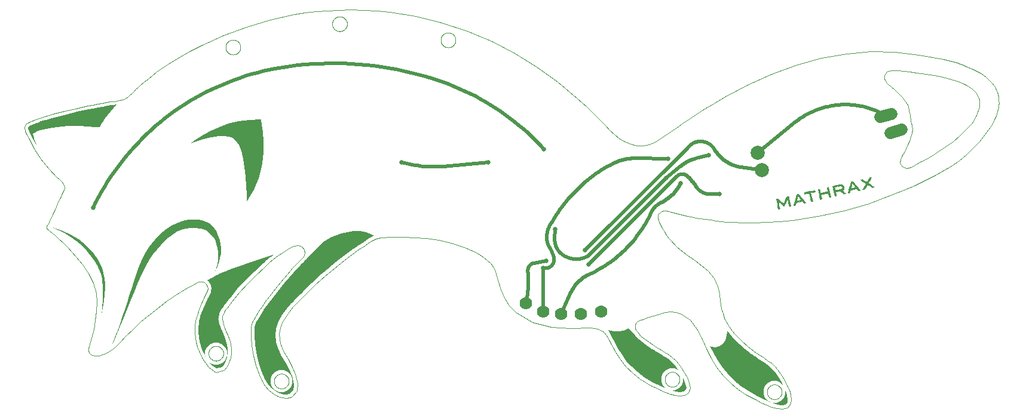
<source format=gtl>
G04 EAGLE Gerber RS-274X export*
G75*
%MOMM*%
%FSLAX34Y34*%
%LPD*%
%INTop Layer*%
%IPPOS*%
%AMOC8*
5,1,8,0,0,1.08239X$1,22.5*%
G01*
%ADD10C,0.000000*%
%ADD11C,0.001000*%
%ADD12C,2.000000*%
%ADD13C,1.778000*%
%ADD14C,1.676400*%
%ADD15C,0.500000*%
%ADD16C,0.654800*%

G36*
X371000Y20581D02*
X371000Y20581D01*
X371000Y20580D01*
X375148Y21376D01*
X375149Y21377D01*
X375149Y21376D01*
X376112Y21623D01*
X376112Y21624D01*
X376114Y21624D01*
X381484Y27190D01*
X381484Y27192D01*
X381485Y27193D01*
X381485Y27197D01*
X381487Y27210D01*
X381488Y27210D01*
X381487Y27210D01*
X381488Y27214D01*
X381489Y27218D01*
X381490Y27222D01*
X381490Y27223D01*
X381490Y27227D01*
X381493Y27244D01*
X381494Y27248D01*
X381494Y27252D01*
X381495Y27256D01*
X381495Y27257D01*
X381496Y27261D01*
X381498Y27273D01*
X381498Y27274D01*
X381499Y27278D01*
X381499Y27282D01*
X381500Y27286D01*
X381501Y27290D01*
X381501Y27291D01*
X381503Y27303D01*
X381503Y27307D01*
X381503Y27308D01*
X381504Y27312D01*
X381505Y27316D01*
X381505Y27320D01*
X381508Y27337D01*
X381509Y27341D01*
X381509Y27342D01*
X381510Y27346D01*
X381510Y27350D01*
X381511Y27354D01*
X381513Y27367D01*
X381514Y27371D01*
X381514Y27375D01*
X381514Y27376D01*
X381515Y27380D01*
X381516Y27384D01*
X381519Y27401D01*
X381519Y27405D01*
X381520Y27409D01*
X381520Y27410D01*
X381521Y27414D01*
X381521Y27418D01*
X381523Y27431D01*
X381524Y27435D01*
X381525Y27439D01*
X381526Y27443D01*
X381526Y27444D01*
X381526Y27448D01*
X381528Y27460D01*
X381528Y27461D01*
X381529Y27465D01*
X381530Y27469D01*
X381530Y27473D01*
X381531Y27477D01*
X381531Y27478D01*
X381534Y27494D01*
X381534Y27495D01*
X381535Y27499D01*
X381535Y27503D01*
X381536Y27507D01*
X381537Y27511D01*
X381537Y27512D01*
X381539Y27524D01*
X381539Y27528D01*
X381539Y27529D01*
X381540Y27533D01*
X381541Y27537D01*
X381541Y27541D01*
X381544Y27558D01*
X381545Y27562D01*
X381545Y27563D01*
X381546Y27567D01*
X381546Y27571D01*
X381547Y27575D01*
X381549Y27588D01*
X381550Y27592D01*
X381550Y27596D01*
X381550Y27597D01*
X381551Y27601D01*
X381552Y27605D01*
X381554Y27618D01*
X381555Y27622D01*
X381555Y27626D01*
X381556Y27630D01*
X381556Y27631D01*
X381557Y27635D01*
X381559Y27652D01*
X381560Y27656D01*
X381561Y27660D01*
X381561Y27664D01*
X381562Y27665D01*
X381561Y27665D01*
X381562Y27669D01*
X381564Y27681D01*
X381564Y27682D01*
X381565Y27686D01*
X381566Y27690D01*
X381566Y27694D01*
X381567Y27698D01*
X381567Y27699D01*
X381570Y27715D01*
X381570Y27716D01*
X381570Y27720D01*
X381571Y27720D01*
X381570Y27720D01*
X381571Y27724D01*
X381572Y27728D01*
X381573Y27732D01*
X381573Y27733D01*
X381575Y27745D01*
X381575Y27749D01*
X381575Y27750D01*
X381576Y27754D01*
X381577Y27758D01*
X381577Y27762D01*
X381579Y27775D01*
X381580Y27775D01*
X381579Y27775D01*
X381580Y27779D01*
X381581Y27783D01*
X381581Y27784D01*
X381582Y27788D01*
X381582Y27792D01*
X381585Y27809D01*
X381586Y27813D01*
X381586Y27817D01*
X381586Y27818D01*
X381587Y27822D01*
X381588Y27826D01*
X381590Y27839D01*
X381591Y27843D01*
X381591Y27847D01*
X381592Y27851D01*
X381592Y27852D01*
X381593Y27856D01*
X381595Y27873D01*
X381596Y27877D01*
X381597Y27881D01*
X381597Y27885D01*
X381597Y27886D01*
X381598Y27890D01*
X381600Y27902D01*
X381600Y27903D01*
X381601Y27907D01*
X381602Y27911D01*
X381602Y27915D01*
X381603Y27919D01*
X381603Y27920D01*
X381605Y27932D01*
X381606Y27936D01*
X381606Y27937D01*
X381606Y27941D01*
X381607Y27945D01*
X381608Y27949D01*
X381611Y27966D01*
X381611Y27970D01*
X381611Y27971D01*
X381612Y27975D01*
X381613Y27979D01*
X381613Y27983D01*
X381615Y27996D01*
X381616Y28000D01*
X381617Y28004D01*
X381617Y28005D01*
X381618Y28009D01*
X381618Y28013D01*
X381621Y28030D01*
X381622Y28034D01*
X381622Y28038D01*
X381622Y28039D01*
X381623Y28043D01*
X381624Y28047D01*
X381626Y28060D01*
X381627Y28064D01*
X381627Y28068D01*
X381628Y28072D01*
X381628Y28073D01*
X381629Y28077D01*
X381631Y28089D01*
X381631Y28090D01*
X381631Y28094D01*
X381632Y28098D01*
X381633Y28102D01*
X381633Y28106D01*
X381633Y28107D01*
X381636Y28123D01*
X381636Y28124D01*
X381637Y28128D01*
X381638Y28132D01*
X381638Y28136D01*
X381639Y28140D01*
X381639Y28141D01*
X381641Y28153D01*
X381642Y28157D01*
X381642Y28158D01*
X381642Y28162D01*
X381643Y28166D01*
X381644Y28170D01*
X381647Y28187D01*
X381647Y28191D01*
X381647Y28192D01*
X381648Y28196D01*
X381649Y28200D01*
X381649Y28204D01*
X381651Y28217D01*
X381652Y28221D01*
X381653Y28225D01*
X381653Y28226D01*
X381653Y28230D01*
X381654Y28230D01*
X381653Y28230D01*
X381654Y28234D01*
X381656Y28247D01*
X381657Y28251D01*
X381658Y28255D01*
X381658Y28259D01*
X381658Y28260D01*
X381659Y28264D01*
X381660Y28268D01*
X381662Y28281D01*
X381662Y28285D01*
X381663Y28285D01*
X381662Y28285D01*
X381663Y28289D01*
X381664Y28293D01*
X381664Y28294D01*
X381665Y28298D01*
X381667Y28310D01*
X381667Y28311D01*
X381667Y28315D01*
X381668Y28319D01*
X381669Y28323D01*
X381669Y28327D01*
X381669Y28328D01*
X381672Y28344D01*
X381672Y28345D01*
X381673Y28349D01*
X381674Y28353D01*
X381674Y28357D01*
X381675Y28361D01*
X381675Y28362D01*
X381677Y28374D01*
X381678Y28378D01*
X381678Y28379D01*
X381678Y28383D01*
X381679Y28387D01*
X381680Y28391D01*
X381682Y28404D01*
X381683Y28408D01*
X381683Y28412D01*
X381683Y28413D01*
X381684Y28417D01*
X381685Y28421D01*
X381685Y28425D01*
X381687Y28438D01*
X381688Y28442D01*
X381689Y28446D01*
X381689Y28447D01*
X381689Y28451D01*
X381690Y28455D01*
X381692Y28468D01*
X381693Y28472D01*
X381694Y28476D01*
X381694Y28480D01*
X381694Y28481D01*
X381695Y28485D01*
X381698Y28502D01*
X381698Y28506D01*
X381699Y28510D01*
X381700Y28514D01*
X381700Y28515D01*
X381701Y28519D01*
X381703Y28531D01*
X381703Y28532D01*
X381703Y28536D01*
X381704Y28540D01*
X381705Y28544D01*
X381705Y28548D01*
X381705Y28549D01*
X381707Y28561D01*
X381708Y28565D01*
X381708Y28566D01*
X381709Y28570D01*
X381710Y28574D01*
X381710Y28578D01*
X381711Y28582D01*
X381711Y28583D01*
X381713Y28595D01*
X381714Y28599D01*
X381714Y28600D01*
X381714Y28604D01*
X381715Y28608D01*
X381716Y28612D01*
X381718Y28625D01*
X381719Y28629D01*
X381719Y28633D01*
X381719Y28634D01*
X381720Y28638D01*
X381721Y28642D01*
X381723Y28659D01*
X381724Y28663D01*
X381725Y28667D01*
X381725Y28668D01*
X381725Y28672D01*
X381726Y28676D01*
X381728Y28689D01*
X381729Y28693D01*
X381730Y28697D01*
X381730Y28701D01*
X381730Y28702D01*
X381731Y28706D01*
X381733Y28718D01*
X381733Y28719D01*
X381734Y28723D01*
X381734Y28727D01*
X381735Y28731D01*
X381736Y28735D01*
X381736Y28736D01*
X381736Y28740D01*
X381737Y28740D01*
X381739Y28752D01*
X381739Y28753D01*
X381739Y28757D01*
X381740Y28761D01*
X381741Y28765D01*
X381741Y28769D01*
X381741Y28770D01*
X381743Y28782D01*
X381744Y28786D01*
X381744Y28787D01*
X381745Y28791D01*
X381745Y28795D01*
X381746Y28795D01*
X381745Y28795D01*
X381746Y28799D01*
X381749Y28816D01*
X381750Y28820D01*
X381750Y28821D01*
X381750Y28825D01*
X381751Y28829D01*
X381752Y28833D01*
X381754Y28846D01*
X381754Y28850D01*
X381755Y28850D01*
X381754Y28850D01*
X381755Y28854D01*
X381755Y28855D01*
X381756Y28859D01*
X381757Y28863D01*
X381759Y28880D01*
X381760Y28884D01*
X381761Y28888D01*
X381761Y28889D01*
X381761Y28893D01*
X381762Y28897D01*
X381764Y28910D01*
X381765Y28914D01*
X381766Y28918D01*
X381766Y28922D01*
X381766Y28923D01*
X381767Y28927D01*
X381769Y28939D01*
X381769Y28940D01*
X381770Y28944D01*
X381770Y28948D01*
X381771Y28952D01*
X381772Y28956D01*
X381772Y28957D01*
X381775Y28973D01*
X381775Y28974D01*
X381775Y28978D01*
X381776Y28982D01*
X381777Y28986D01*
X381777Y28990D01*
X381777Y28991D01*
X381779Y29003D01*
X381780Y29007D01*
X381780Y29008D01*
X381781Y29012D01*
X381781Y29016D01*
X381782Y29020D01*
X381785Y29037D01*
X381786Y29041D01*
X381786Y29042D01*
X381786Y29046D01*
X381787Y29050D01*
X381788Y29054D01*
X381790Y29067D01*
X381790Y29071D01*
X381791Y29075D01*
X381791Y29076D01*
X381792Y29080D01*
X381793Y29084D01*
X381795Y29097D01*
X381795Y29101D01*
X381796Y29105D01*
X381797Y29109D01*
X381797Y29110D01*
X381797Y29114D01*
X381800Y29131D01*
X381801Y29135D01*
X381802Y29139D01*
X381802Y29143D01*
X381802Y29144D01*
X381803Y29148D01*
X381805Y29160D01*
X381805Y29161D01*
X381806Y29165D01*
X381806Y29169D01*
X381807Y29173D01*
X381808Y29177D01*
X381808Y29178D01*
X381811Y29194D01*
X381811Y29195D01*
X381811Y29199D01*
X381812Y29203D01*
X381813Y29207D01*
X381813Y29211D01*
X381813Y29212D01*
X381815Y29224D01*
X381816Y29228D01*
X381816Y29229D01*
X381817Y29233D01*
X381817Y29237D01*
X381818Y29241D01*
X381820Y29254D01*
X381821Y29258D01*
X381822Y29262D01*
X381822Y29263D01*
X381822Y29267D01*
X381823Y29271D01*
X381826Y29288D01*
X381826Y29292D01*
X381827Y29296D01*
X381827Y29297D01*
X381828Y29301D01*
X381828Y29305D01*
X381829Y29305D01*
X381831Y29318D01*
X381831Y29322D01*
X381832Y29326D01*
X381833Y29330D01*
X381833Y29331D01*
X381833Y29335D01*
X381836Y29352D01*
X381837Y29356D01*
X381837Y29360D01*
X381838Y29360D01*
X381837Y29360D01*
X381838Y29364D01*
X381838Y29365D01*
X381839Y29369D01*
X381841Y29381D01*
X381841Y29382D01*
X381842Y29386D01*
X381842Y29390D01*
X381843Y29394D01*
X381844Y29398D01*
X381844Y29399D01*
X381846Y29411D01*
X381846Y29415D01*
X381847Y29416D01*
X381846Y29416D01*
X381847Y29420D01*
X381848Y29424D01*
X381849Y29428D01*
X381851Y29445D01*
X381852Y29449D01*
X381852Y29450D01*
X381853Y29454D01*
X381853Y29458D01*
X381854Y29462D01*
X381856Y29475D01*
X381857Y29479D01*
X381858Y29483D01*
X381858Y29484D01*
X381858Y29488D01*
X381859Y29492D01*
X381862Y29509D01*
X381862Y29513D01*
X381863Y29517D01*
X381863Y29518D01*
X381864Y29522D01*
X381864Y29526D01*
X381867Y29539D01*
X381867Y29543D01*
X381868Y29547D01*
X381869Y29551D01*
X381869Y29552D01*
X381869Y29556D01*
X381871Y29568D01*
X381871Y29569D01*
X381872Y29573D01*
X381873Y29577D01*
X381873Y29581D01*
X381874Y29585D01*
X381874Y29586D01*
X381877Y29602D01*
X381877Y29603D01*
X381878Y29607D01*
X381878Y29611D01*
X381879Y29615D01*
X381880Y29619D01*
X381880Y29620D01*
X381882Y29632D01*
X381882Y29636D01*
X381882Y29637D01*
X381883Y29641D01*
X381884Y29645D01*
X381885Y29649D01*
X381887Y29666D01*
X381888Y29670D01*
X381888Y29671D01*
X381889Y29675D01*
X381889Y29679D01*
X381890Y29683D01*
X381892Y29696D01*
X381893Y29700D01*
X381894Y29704D01*
X381894Y29705D01*
X381894Y29709D01*
X381895Y29713D01*
X381897Y29726D01*
X381898Y29730D01*
X381898Y29734D01*
X381899Y29738D01*
X381899Y29739D01*
X381900Y29743D01*
X381903Y29760D01*
X381903Y29764D01*
X381904Y29768D01*
X381905Y29772D01*
X381905Y29773D01*
X381905Y29777D01*
X381907Y29789D01*
X381907Y29790D01*
X381908Y29794D01*
X381909Y29798D01*
X381909Y29802D01*
X381910Y29806D01*
X381910Y29807D01*
X381913Y29823D01*
X381913Y29824D01*
X381914Y29828D01*
X381914Y29832D01*
X381915Y29836D01*
X381916Y29840D01*
X381916Y29841D01*
X381918Y29853D01*
X381918Y29857D01*
X381918Y29858D01*
X381919Y29862D01*
X381920Y29866D01*
X381920Y29870D01*
X381921Y29870D01*
X381923Y29883D01*
X381923Y29887D01*
X381924Y29891D01*
X381924Y29892D01*
X381925Y29896D01*
X381925Y29900D01*
X381926Y29904D01*
X381928Y29917D01*
X381929Y29921D01*
X381929Y29925D01*
X381930Y29926D01*
X381929Y29926D01*
X381930Y29930D01*
X381931Y29934D01*
X381933Y29947D01*
X381934Y29951D01*
X381934Y29955D01*
X381935Y29959D01*
X382303Y34667D01*
X382303Y34668D01*
X380596Y43271D01*
X379639Y46895D01*
X379639Y46896D01*
X378987Y48598D01*
X375719Y56118D01*
X370921Y64492D01*
X363957Y76647D01*
X363294Y78074D01*
X363293Y78075D01*
X363292Y78076D01*
X363217Y78108D01*
X362829Y79076D01*
X362339Y80133D01*
X362339Y80134D01*
X361693Y81267D01*
X361737Y81428D01*
X361736Y81430D01*
X361737Y81431D01*
X359446Y86369D01*
X358500Y89877D01*
X358500Y89878D01*
X358256Y90487D01*
X358254Y90488D01*
X358254Y90489D01*
X357640Y90991D01*
X357500Y92372D01*
X357499Y92373D01*
X357500Y92373D01*
X356983Y93662D01*
X357287Y94372D01*
X357287Y94373D01*
X357286Y94374D01*
X357287Y94375D01*
X356595Y96942D01*
X356079Y103594D01*
X356081Y103608D01*
X356083Y103625D01*
X356086Y103642D01*
X356088Y103659D01*
X356091Y103680D01*
X356094Y103697D01*
X356096Y103714D01*
X356101Y103752D01*
X356104Y103769D01*
X356106Y103786D01*
X356109Y103807D01*
X356109Y103808D01*
X356112Y103824D01*
X356112Y103825D01*
X356114Y103841D01*
X356114Y103842D01*
X356119Y103880D01*
X356120Y103880D01*
X356122Y103897D01*
X356124Y103914D01*
X356127Y103935D01*
X356130Y103952D01*
X356132Y103969D01*
X356138Y104007D01*
X356140Y104024D01*
X356142Y104041D01*
X356145Y104062D01*
X356145Y104063D01*
X356148Y104079D01*
X356148Y104080D01*
X356150Y104096D01*
X356150Y104097D01*
X356156Y104135D01*
X356158Y104152D01*
X356160Y104169D01*
X356163Y104190D01*
X356166Y104207D01*
X356168Y104224D01*
X356171Y104241D01*
X356174Y104262D01*
X356176Y104279D01*
X356178Y104296D01*
X356181Y104317D01*
X356181Y104318D01*
X356184Y104334D01*
X356184Y104335D01*
X356186Y104351D01*
X356186Y104352D01*
X356189Y104368D01*
X356189Y104369D01*
X356192Y104390D01*
X356194Y104407D01*
X356196Y104424D01*
X356199Y104445D01*
X356202Y104462D01*
X356204Y104479D01*
X356207Y104496D01*
X356210Y104517D01*
X356212Y104534D01*
X356214Y104551D01*
X356217Y104572D01*
X356217Y104573D01*
X356220Y104589D01*
X356220Y104590D01*
X356222Y104606D01*
X356222Y104607D01*
X356225Y104623D01*
X356225Y104624D01*
X356228Y104645D01*
X356230Y104662D01*
X356232Y104679D01*
X356233Y104679D01*
X356232Y104679D01*
X356235Y104700D01*
X356236Y104700D01*
X356238Y104717D01*
X356239Y104726D01*
X356238Y104728D01*
X356238Y104729D01*
X355805Y105348D01*
X355807Y105359D01*
X355807Y105363D01*
X355814Y105401D01*
X355815Y105405D01*
X355815Y105406D01*
X355816Y105410D01*
X355822Y105444D01*
X355822Y105448D01*
X355823Y105452D01*
X355829Y105486D01*
X355830Y105490D01*
X355830Y105491D01*
X355830Y105495D01*
X355831Y105495D01*
X355830Y105495D01*
X355836Y105529D01*
X355837Y105533D01*
X355838Y105537D01*
X355845Y105575D01*
X355845Y105576D01*
X355845Y105580D01*
X355852Y105618D01*
X355853Y105622D01*
X355860Y105660D01*
X355860Y105661D01*
X355860Y105665D01*
X355861Y105669D01*
X355867Y105703D01*
X355868Y105707D01*
X355869Y105711D01*
X355869Y105712D01*
X355875Y105745D01*
X355875Y105746D01*
X355875Y105750D01*
X355876Y105754D01*
X355882Y105788D01*
X355883Y105792D01*
X355884Y105796D01*
X355884Y105797D01*
X355890Y105835D01*
X355891Y105839D01*
X355898Y105877D01*
X355898Y105881D01*
X355898Y105882D01*
X355905Y105920D01*
X355906Y105924D01*
X355907Y105928D01*
X355913Y105962D01*
X355913Y105966D01*
X355913Y105967D01*
X355914Y105971D01*
X355920Y106005D01*
X355921Y106009D01*
X355922Y106013D01*
X355928Y106047D01*
X355928Y106051D01*
X355928Y106052D01*
X355929Y106056D01*
X355936Y106094D01*
X355937Y106098D01*
X355943Y106136D01*
X355943Y106137D01*
X355944Y106141D01*
X355945Y106145D01*
X355951Y106179D01*
X355951Y106183D01*
X355952Y106183D01*
X355951Y106183D01*
X355952Y106187D01*
X355952Y106188D01*
X355958Y106221D01*
X355958Y106222D01*
X355959Y106226D01*
X355960Y106230D01*
X355966Y106264D01*
X355966Y106268D01*
X355967Y106272D01*
X355967Y106273D01*
X355973Y106306D01*
X355973Y106307D01*
X355974Y106311D01*
X355975Y106315D01*
X355981Y106353D01*
X355982Y106357D01*
X355982Y106358D01*
X355989Y106396D01*
X355990Y106400D01*
X355990Y106404D01*
X355996Y106438D01*
X355997Y106442D01*
X355997Y106443D01*
X355998Y106447D01*
X356004Y106481D01*
X356005Y106485D01*
X356005Y106489D01*
X356011Y106523D01*
X356012Y106527D01*
X356012Y106528D01*
X356013Y106532D01*
X356019Y106570D01*
X356020Y106574D01*
X356027Y106612D01*
X356027Y106613D01*
X356028Y106617D01*
X356034Y106655D01*
X356035Y106659D01*
X356036Y106663D01*
X356036Y106664D01*
X356042Y106697D01*
X356042Y106698D01*
X356043Y106702D01*
X356043Y106706D01*
X356048Y106730D01*
X356047Y106730D01*
X356048Y106731D01*
X355906Y108127D01*
X356398Y108730D01*
X356398Y108731D01*
X356399Y108731D01*
X356405Y108763D01*
X356406Y108767D01*
X356406Y108771D01*
X356406Y108772D01*
X356413Y108810D01*
X356414Y108814D01*
X356421Y108852D01*
X356421Y108856D01*
X356421Y108857D01*
X356428Y108895D01*
X356429Y108899D01*
X356435Y108937D01*
X356436Y108937D01*
X356436Y108941D01*
X356436Y108942D01*
X356443Y108980D01*
X356444Y108984D01*
X356450Y109022D01*
X356451Y109026D01*
X356451Y109027D01*
X356452Y109031D01*
X356458Y109065D01*
X356459Y109069D01*
X356459Y109073D01*
X356465Y109107D01*
X356466Y109111D01*
X356466Y109112D01*
X356467Y109116D01*
X356473Y109150D01*
X356474Y109154D01*
X356474Y109158D01*
X356480Y109192D01*
X356481Y109196D01*
X356481Y109197D01*
X356482Y109201D01*
X356488Y109235D01*
X356489Y109239D01*
X356489Y109243D01*
X356495Y109277D01*
X356496Y109281D01*
X356496Y109282D01*
X356497Y109286D01*
X356503Y109320D01*
X356503Y109324D01*
X356504Y109328D01*
X356510Y109362D01*
X356511Y109366D01*
X356511Y109367D01*
X356512Y109371D01*
X356518Y109405D01*
X356518Y109409D01*
X356519Y109413D01*
X356525Y109447D01*
X356526Y109451D01*
X356526Y109452D01*
X356527Y109456D01*
X356533Y109494D01*
X356534Y109498D01*
X356541Y109536D01*
X356541Y109537D01*
X356542Y109541D01*
X356548Y109579D01*
X356549Y109583D01*
X356556Y109621D01*
X356556Y109622D01*
X356556Y109626D01*
X356557Y109626D01*
X356556Y109626D01*
X356563Y109664D01*
X356564Y109668D01*
X356571Y109706D01*
X356571Y109707D01*
X356571Y109711D01*
X356572Y109715D01*
X356578Y109749D01*
X356579Y109753D01*
X356580Y109757D01*
X356580Y109758D01*
X356586Y109791D01*
X356586Y109792D01*
X356586Y109796D01*
X356587Y109800D01*
X356593Y109834D01*
X356594Y109838D01*
X356595Y109842D01*
X356595Y109843D01*
X356601Y109876D01*
X356601Y109877D01*
X356601Y109881D01*
X356602Y109885D01*
X356608Y109919D01*
X356609Y109923D01*
X356610Y109927D01*
X356610Y109928D01*
X356615Y109961D01*
X356616Y109962D01*
X356616Y109966D01*
X356617Y109970D01*
X356623Y110004D01*
X356624Y110008D01*
X356624Y110012D01*
X356624Y110013D01*
X356630Y110046D01*
X356630Y110047D01*
X356631Y110051D01*
X356632Y110055D01*
X356638Y110089D01*
X356639Y110093D01*
X356639Y110097D01*
X356639Y110098D01*
X356645Y110131D01*
X356645Y110132D01*
X356646Y110136D01*
X356647Y110140D01*
X356654Y110178D01*
X356654Y110182D01*
X356654Y110183D01*
X356661Y110221D01*
X356662Y110225D01*
X356669Y110263D01*
X356669Y110267D01*
X356669Y110268D01*
X356676Y110306D01*
X356677Y110310D01*
X356683Y110348D01*
X356684Y110352D01*
X356684Y110353D01*
X356691Y110391D01*
X356692Y110395D01*
X356692Y110399D01*
X356698Y110433D01*
X356699Y110437D01*
X356699Y110438D01*
X356700Y110442D01*
X356706Y110476D01*
X356707Y110480D01*
X356707Y110484D01*
X356713Y110518D01*
X356714Y110522D01*
X356714Y110523D01*
X356715Y110527D01*
X356721Y110561D01*
X356722Y110565D01*
X356722Y110569D01*
X356728Y110603D01*
X356729Y110607D01*
X356729Y110608D01*
X356730Y110612D01*
X356736Y110646D01*
X356736Y110650D01*
X356737Y110650D01*
X356736Y110650D01*
X356737Y110654D01*
X356743Y110688D01*
X356744Y110692D01*
X356744Y110693D01*
X356745Y110697D01*
X356751Y110731D01*
X356751Y110735D01*
X356752Y110739D01*
X356758Y110773D01*
X356759Y110777D01*
X356759Y110778D01*
X356760Y110782D01*
X356766Y110816D01*
X356766Y110820D01*
X356767Y110824D01*
X356774Y110862D01*
X356774Y110863D01*
X356775Y110867D01*
X356781Y110905D01*
X356782Y110909D01*
X356789Y110947D01*
X356789Y110948D01*
X356790Y110952D01*
X356796Y110990D01*
X356797Y110994D01*
X356804Y111032D01*
X356804Y111033D01*
X356804Y111037D01*
X356811Y111075D01*
X356812Y111079D01*
X356813Y111083D01*
X356813Y111084D01*
X356819Y111117D01*
X356819Y111118D01*
X356819Y111122D01*
X356820Y111126D01*
X356826Y111160D01*
X356827Y111164D01*
X356828Y111168D01*
X356828Y111169D01*
X356834Y111202D01*
X356834Y111203D01*
X356834Y111207D01*
X356835Y111211D01*
X356841Y111245D01*
X356842Y111249D01*
X356843Y111253D01*
X356843Y111254D01*
X356849Y111287D01*
X356849Y111288D01*
X356849Y111292D01*
X356850Y111296D01*
X356856Y111330D01*
X356857Y111334D01*
X356857Y111338D01*
X356858Y111339D01*
X356857Y111339D01*
X356863Y111372D01*
X356863Y111373D01*
X356864Y111377D01*
X356865Y111381D01*
X356871Y111415D01*
X356872Y111419D01*
X356872Y111423D01*
X356872Y111424D01*
X356878Y111457D01*
X356878Y111458D01*
X356879Y111462D01*
X356880Y111466D01*
X356886Y111500D01*
X356887Y111504D01*
X356887Y111508D01*
X356887Y111509D01*
X356894Y111547D01*
X356895Y111551D01*
X356902Y111589D01*
X356902Y111593D01*
X356902Y111594D01*
X356909Y111632D01*
X356910Y111636D01*
X356916Y111674D01*
X356917Y111674D01*
X356917Y111678D01*
X356917Y111679D01*
X356924Y111717D01*
X356925Y111721D01*
X356931Y111759D01*
X356932Y111763D01*
X356932Y111764D01*
X356933Y111768D01*
X356939Y111802D01*
X356940Y111806D01*
X356940Y111810D01*
X356946Y111844D01*
X356947Y111848D01*
X356947Y111849D01*
X356948Y111853D01*
X356954Y111887D01*
X356955Y111891D01*
X356955Y111895D01*
X356961Y111929D01*
X356962Y111933D01*
X356962Y111934D01*
X356963Y111938D01*
X356969Y111972D01*
X356970Y111976D01*
X356970Y111980D01*
X356976Y112014D01*
X356977Y112018D01*
X356977Y112019D01*
X356978Y112023D01*
X356984Y112057D01*
X356984Y112061D01*
X356985Y112065D01*
X356991Y112099D01*
X356992Y112103D01*
X356992Y112104D01*
X356993Y112108D01*
X356999Y112142D01*
X356999Y112146D01*
X357000Y112150D01*
X357006Y112184D01*
X357007Y112188D01*
X357007Y112189D01*
X357008Y112193D01*
X357014Y112231D01*
X357015Y112235D01*
X357022Y112273D01*
X357022Y112274D01*
X357023Y112278D01*
X357029Y112316D01*
X357030Y112320D01*
X357037Y112358D01*
X357037Y112359D01*
X357037Y112363D01*
X357038Y112363D01*
X357037Y112363D01*
X357044Y112401D01*
X357045Y112405D01*
X357052Y112443D01*
X357052Y112444D01*
X357052Y112448D01*
X357053Y112452D01*
X357059Y112486D01*
X357060Y112490D01*
X357061Y112494D01*
X357061Y112495D01*
X357067Y112528D01*
X357067Y112529D01*
X357067Y112533D01*
X357068Y112537D01*
X357074Y112571D01*
X357075Y112575D01*
X357076Y112579D01*
X357076Y112580D01*
X357082Y112613D01*
X357082Y112614D01*
X357082Y112618D01*
X357083Y112622D01*
X357089Y112656D01*
X357090Y112660D01*
X357091Y112664D01*
X357091Y112665D01*
X357096Y112698D01*
X357097Y112699D01*
X357097Y112703D01*
X357098Y112707D01*
X357104Y112741D01*
X357105Y112745D01*
X357105Y112749D01*
X357105Y112750D01*
X357111Y112783D01*
X357111Y112784D01*
X357112Y112788D01*
X357113Y112792D01*
X357119Y112826D01*
X357120Y112830D01*
X357120Y112834D01*
X357120Y112835D01*
X357126Y112868D01*
X357126Y112869D01*
X357127Y112873D01*
X357128Y112877D01*
X357135Y112915D01*
X357135Y112919D01*
X357135Y112920D01*
X357142Y112958D01*
X357143Y112962D01*
X357150Y113000D01*
X357150Y113004D01*
X357150Y113005D01*
X357157Y113043D01*
X357158Y113047D01*
X357164Y113085D01*
X357165Y113089D01*
X357165Y113090D01*
X357172Y113128D01*
X357173Y113132D01*
X357173Y113136D01*
X357179Y113170D01*
X357180Y113174D01*
X357180Y113175D01*
X357181Y113179D01*
X357187Y113213D01*
X357188Y113217D01*
X357188Y113221D01*
X357194Y113255D01*
X357195Y113259D01*
X357195Y113260D01*
X357196Y113264D01*
X357202Y113298D01*
X357203Y113302D01*
X357203Y113306D01*
X357209Y113340D01*
X357210Y113344D01*
X357210Y113345D01*
X357211Y113349D01*
X357217Y113383D01*
X357217Y113387D01*
X357218Y113387D01*
X357217Y113387D01*
X357218Y113391D01*
X357224Y113425D01*
X357225Y113429D01*
X357225Y113430D01*
X357226Y113434D01*
X357232Y113468D01*
X357232Y113472D01*
X357233Y113476D01*
X357239Y113510D01*
X357240Y113514D01*
X357240Y113515D01*
X357241Y113519D01*
X357247Y113553D01*
X357247Y113557D01*
X357248Y113561D01*
X357255Y113599D01*
X357255Y113600D01*
X357256Y113604D01*
X357262Y113642D01*
X357263Y113646D01*
X357270Y113684D01*
X357270Y113685D01*
X357271Y113689D01*
X357277Y113727D01*
X357278Y113731D01*
X357285Y113769D01*
X357285Y113770D01*
X357285Y113774D01*
X357292Y113812D01*
X357293Y113816D01*
X357294Y113820D01*
X357294Y113821D01*
X357300Y113854D01*
X357300Y113855D01*
X357300Y113859D01*
X357301Y113863D01*
X357307Y113897D01*
X357308Y113901D01*
X357309Y113905D01*
X357309Y113906D01*
X357315Y113939D01*
X357315Y113940D01*
X357315Y113944D01*
X357316Y113948D01*
X357322Y113982D01*
X357323Y113986D01*
X357324Y113990D01*
X357324Y113991D01*
X357330Y114024D01*
X357330Y114025D01*
X357330Y114029D01*
X357331Y114033D01*
X357337Y114067D01*
X357338Y114071D01*
X357338Y114075D01*
X357339Y114076D01*
X357338Y114076D01*
X357344Y114109D01*
X357344Y114110D01*
X357345Y114114D01*
X357346Y114118D01*
X357352Y114152D01*
X357353Y114156D01*
X357353Y114160D01*
X357353Y114161D01*
X357359Y114194D01*
X357359Y114195D01*
X357360Y114199D01*
X357361Y114203D01*
X357367Y114237D01*
X357368Y114241D01*
X357368Y114245D01*
X357368Y114246D01*
X357375Y114284D01*
X357376Y114288D01*
X357383Y114326D01*
X357383Y114330D01*
X357383Y114331D01*
X357390Y114369D01*
X357391Y114373D01*
X357397Y114411D01*
X357398Y114411D01*
X357398Y114415D01*
X357398Y114416D01*
X357405Y114454D01*
X357406Y114458D01*
X357408Y114470D01*
X357407Y114471D01*
X357407Y114472D01*
X357184Y114972D01*
X357762Y116484D01*
X357762Y116485D01*
X357763Y116489D01*
X357763Y116490D01*
X357763Y116494D01*
X357764Y116498D01*
X357770Y116532D01*
X357771Y116536D01*
X357772Y116540D01*
X357772Y116541D01*
X357778Y116574D01*
X357778Y116575D01*
X357778Y116579D01*
X357779Y116583D01*
X357785Y116617D01*
X357786Y116621D01*
X357787Y116625D01*
X357787Y116626D01*
X357793Y116659D01*
X357793Y116660D01*
X357793Y116664D01*
X357794Y116668D01*
X357800Y116702D01*
X357801Y116706D01*
X357802Y116710D01*
X357802Y116711D01*
X357808Y116744D01*
X357808Y116745D01*
X357808Y116749D01*
X357809Y116753D01*
X357815Y116787D01*
X357816Y116791D01*
X357816Y116795D01*
X357817Y116796D01*
X357816Y116796D01*
X357823Y116834D01*
X357824Y116838D01*
X357831Y116876D01*
X357831Y116880D01*
X357831Y116881D01*
X357838Y116919D01*
X357839Y116923D01*
X357846Y116961D01*
X357846Y116965D01*
X357846Y116966D01*
X357853Y117004D01*
X357854Y117008D01*
X357861Y117046D01*
X357861Y117050D01*
X357861Y117051D01*
X357868Y117089D01*
X357869Y117093D01*
X357875Y117131D01*
X357876Y117131D01*
X357876Y117135D01*
X357876Y117136D01*
X357883Y117174D01*
X357884Y117178D01*
X357890Y117216D01*
X357891Y117220D01*
X357891Y117221D01*
X357898Y117259D01*
X357899Y117263D01*
X357905Y117301D01*
X357906Y117305D01*
X357906Y117306D01*
X357913Y117344D01*
X357914Y117348D01*
X357914Y117352D01*
X357920Y117386D01*
X357921Y117390D01*
X357921Y117391D01*
X357922Y117395D01*
X357928Y117429D01*
X357929Y117433D01*
X357929Y117437D01*
X357935Y117471D01*
X357936Y117475D01*
X357936Y117476D01*
X357937Y117480D01*
X357943Y117514D01*
X357943Y117518D01*
X357944Y117522D01*
X357950Y117556D01*
X357951Y117560D01*
X357951Y117561D01*
X357952Y117565D01*
X357958Y117599D01*
X357958Y117603D01*
X357959Y117607D01*
X357965Y117641D01*
X357966Y117645D01*
X357966Y117646D01*
X357967Y117650D01*
X357973Y117684D01*
X357973Y117688D01*
X357974Y117692D01*
X357980Y117726D01*
X357981Y117730D01*
X357981Y117731D01*
X357982Y117735D01*
X357988Y117769D01*
X357988Y117773D01*
X357989Y117777D01*
X357995Y117811D01*
X357996Y117815D01*
X357996Y117816D01*
X357996Y117820D01*
X357997Y117820D01*
X357996Y117820D01*
X358002Y117854D01*
X358003Y117858D01*
X358004Y117862D01*
X358010Y117896D01*
X358011Y117900D01*
X358011Y117901D01*
X358011Y117905D01*
X358017Y117939D01*
X358018Y117943D01*
X358019Y117947D01*
X358025Y117981D01*
X358026Y117985D01*
X358026Y117986D01*
X358026Y117990D01*
X358032Y118024D01*
X358033Y118028D01*
X358034Y118032D01*
X358040Y118066D01*
X358041Y118070D01*
X358041Y118071D01*
X358041Y118075D01*
X358042Y118080D01*
X358476Y118384D01*
X358476Y118385D01*
X358477Y118386D01*
X360375Y123636D01*
X360374Y123637D01*
X360375Y123638D01*
X360309Y123877D01*
X360729Y124617D01*
X360729Y124618D01*
X360943Y125208D01*
X361335Y125836D01*
X361336Y125837D01*
X361773Y126981D01*
X362158Y127153D01*
X362159Y127154D01*
X362160Y127155D01*
X362271Y127332D01*
X364763Y131721D01*
X364763Y131723D01*
X364764Y131724D01*
X364713Y132049D01*
X365783Y133518D01*
X366681Y135099D01*
X366998Y135187D01*
X366999Y135188D01*
X367000Y135188D01*
X368286Y136953D01*
X368492Y137282D01*
X368677Y137489D01*
X369964Y139255D01*
X369964Y139256D01*
X369965Y139257D01*
X369964Y139257D01*
X369965Y139258D01*
X369947Y139465D01*
X371189Y140936D01*
X372323Y142492D01*
X372528Y142524D01*
X372530Y142525D01*
X372531Y142526D01*
X375850Y146457D01*
X375850Y146459D01*
X375851Y146460D01*
X375846Y146583D01*
X377199Y148054D01*
X377199Y148055D01*
X378489Y149582D01*
X378611Y149592D01*
X378613Y149594D01*
X378614Y149594D01*
X382029Y153308D01*
X382029Y153310D01*
X382030Y153311D01*
X382029Y153392D01*
X383449Y154852D01*
X384826Y156350D01*
X384907Y156353D01*
X384908Y156355D01*
X384909Y156355D01*
X388370Y159915D01*
X388370Y159917D01*
X388372Y159918D01*
X388372Y159957D01*
X389836Y161423D01*
X391280Y162908D01*
X391319Y162909D01*
X391320Y162910D01*
X391322Y162910D01*
X394790Y166382D01*
X394790Y166384D01*
X394791Y166385D01*
X394792Y166385D01*
X394792Y166438D01*
X396274Y167868D01*
X397730Y169326D01*
X397783Y169326D01*
X397785Y169327D01*
X397786Y169327D01*
X407735Y178924D01*
X407735Y178926D01*
X407735Y178927D01*
X407736Y178927D01*
X407741Y179022D01*
X409242Y180379D01*
X410698Y181784D01*
X410793Y181782D01*
X410794Y181783D01*
X410795Y181783D01*
X410796Y181783D01*
X421085Y191080D01*
X421086Y191082D01*
X421087Y191083D01*
X421095Y191178D01*
X422640Y192484D01*
X422640Y192485D01*
X424141Y193841D01*
X424236Y193836D01*
X424237Y193838D01*
X424239Y193837D01*
X434826Y202794D01*
X434826Y202796D01*
X434828Y202797D01*
X434828Y202798D01*
X434828Y202799D01*
X434828Y202803D01*
X434830Y202815D01*
X434830Y202816D01*
X434830Y202820D01*
X434831Y202824D01*
X434833Y202841D01*
X434833Y202845D01*
X434834Y202849D01*
X434834Y202850D01*
X434835Y202862D01*
X434836Y202866D01*
X434836Y202867D01*
X434836Y202871D01*
X434837Y202875D01*
X434838Y202888D01*
X434839Y202891D01*
X436426Y204147D01*
X437970Y205454D01*
X438065Y205446D01*
X438066Y205447D01*
X438067Y205447D01*
X438068Y205447D01*
X448924Y214038D01*
X448924Y214040D01*
X448925Y214041D01*
X448927Y214052D01*
X448927Y214053D01*
X448929Y214065D01*
X448931Y214078D01*
X448932Y214091D01*
X448936Y214114D01*
X450568Y215339D01*
X452170Y216607D01*
X452243Y216598D01*
X452244Y216599D01*
X452245Y216599D01*
X452246Y216599D01*
X455958Y219386D01*
X455959Y219388D01*
X455960Y219389D01*
X455960Y219390D01*
X455960Y219391D01*
X455961Y219395D01*
X455962Y219399D01*
X455962Y219403D01*
X455963Y219407D01*
X455963Y219408D01*
X455964Y219412D01*
X455964Y219416D01*
X455965Y219420D01*
X455966Y219424D01*
X455966Y219425D01*
X455966Y219429D01*
X455968Y219441D01*
X457637Y220647D01*
X459285Y221884D01*
X459338Y221877D01*
X459339Y221877D01*
X459340Y221878D01*
X459341Y221878D01*
X463087Y224584D01*
X463087Y224586D01*
X463089Y224586D01*
X463089Y224588D01*
X463090Y224597D01*
X463091Y224597D01*
X463094Y224618D01*
X463096Y224626D01*
X463096Y224627D01*
X463098Y224640D01*
X464790Y225814D01*
X466458Y227019D01*
X466512Y227011D01*
X466513Y227011D01*
X466514Y227011D01*
X466514Y227012D01*
X466515Y227011D01*
X470313Y229648D01*
X470314Y229650D01*
X470315Y229650D01*
X470316Y229654D01*
X470317Y229658D01*
X470317Y229659D01*
X470319Y229671D01*
X470320Y229675D01*
X470320Y229676D01*
X470323Y229692D01*
X470323Y229693D01*
X470324Y229697D01*
X470326Y229705D01*
X472039Y230846D01*
X473729Y232019D01*
X473783Y232009D01*
X473784Y232009D01*
X473785Y232009D01*
X473785Y232010D01*
X473786Y232010D01*
X479332Y235704D01*
X482980Y238161D01*
X482980Y238163D01*
X482981Y238164D01*
X483000Y238248D01*
X484718Y239333D01*
X486402Y240468D01*
X486487Y240452D01*
X486488Y240453D01*
X486490Y240452D01*
X488755Y241884D01*
X488756Y241885D01*
X488757Y241886D01*
X488875Y242216D01*
X490500Y242986D01*
X492021Y243947D01*
X492363Y243870D01*
X492364Y243870D01*
X492365Y243870D01*
X495195Y245211D01*
X495196Y245212D01*
X495197Y245213D01*
X495523Y245735D01*
X496542Y245970D01*
X496543Y245971D01*
X496545Y245972D01*
X496544Y245973D01*
X496545Y245975D01*
X496543Y245976D01*
X496543Y245978D01*
X484498Y250816D01*
X484497Y250816D01*
X476516Y252132D01*
X476515Y252132D01*
X466930Y252184D01*
X466930Y252183D01*
X466929Y252184D01*
X449016Y248648D01*
X449015Y248648D01*
X434387Y242783D01*
X422832Y236231D01*
X422831Y236230D01*
X400166Y213350D01*
X400166Y213348D01*
X400165Y213348D01*
X399863Y212504D01*
X399092Y212139D01*
X399091Y212137D01*
X399089Y212136D01*
X399091Y211945D01*
X397776Y210606D01*
X397776Y210605D01*
X396587Y209153D01*
X396392Y209134D01*
X396390Y209133D01*
X396389Y209133D01*
X395532Y208320D01*
X394120Y206882D01*
X394015Y206881D01*
X394014Y206880D01*
X394013Y206880D01*
X393398Y206297D01*
X391454Y204393D01*
X391454Y204392D01*
X388890Y201714D01*
X388334Y201121D01*
X368975Y179104D01*
X368974Y179104D01*
X339540Y140467D01*
X339108Y139831D01*
X331320Y127435D01*
X329173Y123549D01*
X328042Y121170D01*
X328042Y121169D01*
X328041Y121169D01*
X326646Y115799D01*
X326646Y115798D01*
X326645Y115798D01*
X326646Y115798D01*
X326645Y115794D01*
X326644Y115785D01*
X326644Y115781D01*
X326644Y115777D01*
X326643Y115777D01*
X326644Y115777D01*
X326643Y115772D01*
X326643Y115768D01*
X326642Y115764D01*
X326642Y115755D01*
X326641Y115751D01*
X326641Y115747D01*
X326640Y115743D01*
X326640Y115738D01*
X326640Y115734D01*
X326639Y115726D01*
X326638Y115721D01*
X326638Y115717D01*
X326638Y115713D01*
X326637Y115709D01*
X326637Y115704D01*
X326636Y115696D01*
X326636Y115692D01*
X326635Y115687D01*
X326635Y115683D01*
X326634Y115679D01*
X326634Y115675D01*
X326633Y115666D01*
X326633Y115662D01*
X326632Y115658D01*
X326632Y115653D01*
X326632Y115649D01*
X326631Y115645D01*
X326630Y115636D01*
X326630Y115632D01*
X326630Y115628D01*
X326629Y115624D01*
X326629Y115619D01*
X326628Y115615D01*
X326628Y115607D01*
X326627Y115602D01*
X326627Y115598D01*
X326626Y115594D01*
X326626Y115590D01*
X326626Y115585D01*
X326625Y115577D01*
X326624Y115573D01*
X326624Y115568D01*
X326624Y115564D01*
X326623Y115560D01*
X326623Y115556D01*
X326622Y115547D01*
X326622Y115543D01*
X326621Y115539D01*
X326621Y115534D01*
X326620Y115530D01*
X326620Y115526D01*
X326619Y115517D01*
X326619Y115513D01*
X326618Y115509D01*
X326618Y115505D01*
X326618Y115500D01*
X326617Y115496D01*
X326617Y115488D01*
X326616Y115488D01*
X326617Y115488D01*
X326616Y115483D01*
X326616Y115479D01*
X326615Y115475D01*
X326615Y115471D01*
X326615Y115466D01*
X326614Y115466D01*
X326615Y115466D01*
X326614Y115458D01*
X326613Y115454D01*
X326613Y115449D01*
X326613Y115445D01*
X326612Y115441D01*
X326612Y115437D01*
X326611Y115428D01*
X326611Y115424D01*
X326610Y115420D01*
X326610Y115415D01*
X326609Y115411D01*
X326609Y115407D01*
X326608Y115398D01*
X326608Y115394D01*
X326607Y115390D01*
X326607Y115386D01*
X326607Y115381D01*
X326606Y115377D01*
X326605Y115369D01*
X326605Y115364D01*
X326605Y115360D01*
X326604Y115356D01*
X326604Y115352D01*
X326603Y115347D01*
X326603Y115339D01*
X326602Y115335D01*
X326602Y115330D01*
X326601Y115326D01*
X326601Y115322D01*
X326601Y115318D01*
X326600Y115309D01*
X326599Y115305D01*
X326599Y115301D01*
X326599Y115296D01*
X326598Y115292D01*
X326598Y115288D01*
X326597Y115279D01*
X326597Y115275D01*
X326596Y115271D01*
X326596Y115267D01*
X326595Y115262D01*
X326595Y115258D01*
X326594Y115250D01*
X326594Y115245D01*
X326593Y115241D01*
X326593Y115237D01*
X326593Y115233D01*
X326592Y115228D01*
X326591Y115220D01*
X326591Y115216D01*
X326591Y115211D01*
X326590Y115207D01*
X326590Y115203D01*
X326589Y115199D01*
X326589Y115190D01*
X326588Y115186D01*
X326588Y115182D01*
X326588Y115177D01*
X326587Y115177D01*
X326588Y115177D01*
X326587Y115173D01*
X326587Y115169D01*
X326586Y115160D01*
X326586Y115156D01*
X326585Y115156D01*
X326586Y115156D01*
X326585Y115152D01*
X326585Y115148D01*
X326584Y115143D01*
X326584Y115139D01*
X326583Y115131D01*
X326583Y115126D01*
X326582Y115122D01*
X326582Y115118D01*
X326582Y115114D01*
X326581Y115109D01*
X326580Y115101D01*
X326580Y115097D01*
X326580Y115092D01*
X326579Y115088D01*
X326579Y115084D01*
X326578Y115080D01*
X326578Y115071D01*
X326577Y115067D01*
X326577Y115063D01*
X326576Y115058D01*
X326576Y115054D01*
X326576Y115050D01*
X326575Y115041D01*
X326574Y115037D01*
X326574Y115033D01*
X326574Y115029D01*
X326573Y115024D01*
X326573Y115020D01*
X326572Y115012D01*
X326572Y115007D01*
X326571Y115003D01*
X326571Y114999D01*
X326570Y114995D01*
X326570Y114990D01*
X326569Y114982D01*
X326569Y114978D01*
X326568Y114973D01*
X326568Y114969D01*
X326568Y114965D01*
X326567Y114961D01*
X326566Y114952D01*
X326566Y114948D01*
X326566Y114944D01*
X326565Y114939D01*
X326565Y114935D01*
X326564Y114931D01*
X326564Y114922D01*
X326563Y114918D01*
X326563Y114914D01*
X326562Y114910D01*
X326562Y114905D01*
X326562Y114901D01*
X326561Y114893D01*
X326560Y114888D01*
X326560Y114884D01*
X326560Y114880D01*
X326559Y114876D01*
X326559Y114871D01*
X326558Y114863D01*
X326558Y114859D01*
X326557Y114854D01*
X326557Y114850D01*
X326557Y114846D01*
X326556Y114846D01*
X326557Y114846D01*
X326556Y114842D01*
X326555Y114833D01*
X326555Y114829D01*
X326555Y114825D01*
X326554Y114825D01*
X326555Y114825D01*
X326554Y114820D01*
X326554Y114816D01*
X326553Y114812D01*
X326553Y114803D01*
X326552Y114799D01*
X326552Y114795D01*
X326551Y114791D01*
X326551Y114786D01*
X326551Y114782D01*
X326550Y114774D01*
X326549Y114769D01*
X326549Y114765D01*
X326549Y114761D01*
X326548Y114757D01*
X326548Y114752D01*
X326547Y114744D01*
X326547Y114740D01*
X326546Y114735D01*
X326546Y114731D01*
X326545Y114727D01*
X326545Y114723D01*
X326544Y114714D01*
X326544Y114710D01*
X326543Y114706D01*
X326543Y114701D01*
X326543Y114697D01*
X326542Y114693D01*
X326541Y114684D01*
X326541Y114680D01*
X326541Y114676D01*
X326540Y114672D01*
X326540Y114667D01*
X326539Y114663D01*
X326539Y114655D01*
X326538Y114650D01*
X326538Y114646D01*
X326537Y114642D01*
X326537Y114638D01*
X326537Y114633D01*
X326536Y114625D01*
X326535Y114621D01*
X326535Y114616D01*
X326535Y114612D01*
X326534Y114608D01*
X326534Y114604D01*
X326533Y114595D01*
X326533Y114591D01*
X326532Y114587D01*
X326532Y114582D01*
X326531Y114578D01*
X326531Y114574D01*
X326530Y114565D01*
X326530Y114561D01*
X326529Y114557D01*
X326529Y114553D01*
X326529Y114548D01*
X326528Y114544D01*
X326528Y114536D01*
X326527Y114536D01*
X326528Y114536D01*
X326527Y114531D01*
X326527Y114527D01*
X326526Y114523D01*
X326526Y114519D01*
X326526Y114514D01*
X326525Y114514D01*
X326526Y114514D01*
X326525Y114506D01*
X326524Y114502D01*
X326524Y114497D01*
X326524Y114493D01*
X326523Y114489D01*
X326523Y114485D01*
X326522Y114476D01*
X326522Y114472D01*
X326521Y114468D01*
X326521Y114463D01*
X326520Y114459D01*
X326520Y114455D01*
X326519Y114446D01*
X326519Y114442D01*
X326518Y114438D01*
X326518Y114434D01*
X326518Y114429D01*
X326517Y114425D01*
X326516Y114417D01*
X326516Y114412D01*
X326516Y114408D01*
X326515Y114404D01*
X326515Y114400D01*
X326514Y114395D01*
X326514Y114387D01*
X326513Y114383D01*
X326513Y114378D01*
X326512Y114374D01*
X326512Y114370D01*
X326512Y114366D01*
X326511Y114357D01*
X326510Y114353D01*
X326510Y114349D01*
X326510Y114344D01*
X326509Y114340D01*
X326509Y114336D01*
X326508Y114327D01*
X326508Y114323D01*
X326507Y114319D01*
X326507Y114315D01*
X326506Y114310D01*
X326506Y114306D01*
X326505Y114298D01*
X326505Y114293D01*
X326504Y114289D01*
X326504Y114285D01*
X326504Y114281D01*
X326503Y114276D01*
X326502Y114268D01*
X326502Y114264D01*
X326502Y114259D01*
X326501Y114255D01*
X326501Y114251D01*
X326500Y114247D01*
X326500Y114238D01*
X326499Y114234D01*
X326499Y114230D01*
X326499Y114225D01*
X326498Y114225D01*
X326498Y114221D01*
X326498Y114217D01*
X326497Y114208D01*
X326497Y114204D01*
X326496Y114204D01*
X326497Y114204D01*
X326496Y114200D01*
X326496Y114196D01*
X326495Y114191D01*
X326495Y114187D01*
X326494Y114179D01*
X326494Y114174D01*
X326493Y114170D01*
X326493Y114166D01*
X326493Y114162D01*
X326492Y114157D01*
X326492Y114153D01*
X326491Y114149D01*
X326491Y114145D01*
X326491Y114140D01*
X326490Y114136D01*
X326490Y114132D01*
X326489Y114128D01*
X326489Y114123D01*
X326489Y114119D01*
X326488Y114115D01*
X326488Y114111D01*
X326487Y114106D01*
X326487Y114102D01*
X326487Y114098D01*
X326486Y114094D01*
X326486Y114089D01*
X326485Y114085D01*
X326485Y114081D01*
X326485Y114077D01*
X326484Y114072D01*
X326484Y114068D01*
X326483Y114064D01*
X326483Y114060D01*
X326483Y114055D01*
X326482Y114051D01*
X326482Y114047D01*
X326481Y114043D01*
X326481Y114038D01*
X326481Y114034D01*
X326480Y114030D01*
X326480Y114026D01*
X326479Y114021D01*
X326479Y114017D01*
X326479Y114013D01*
X326478Y114009D01*
X326478Y114004D01*
X326477Y114000D01*
X326477Y113996D01*
X326477Y113992D01*
X326476Y113987D01*
X326476Y113983D01*
X326475Y113979D01*
X326475Y113975D01*
X326475Y113970D01*
X326474Y113966D01*
X326474Y113962D01*
X326473Y113958D01*
X326473Y113953D01*
X326473Y113949D01*
X326472Y113945D01*
X326472Y113941D01*
X326471Y113936D01*
X326471Y113932D01*
X326471Y113928D01*
X326470Y113924D01*
X326470Y113919D01*
X326469Y113915D01*
X326469Y113911D01*
X326469Y113907D01*
X326468Y113902D01*
X326468Y113894D01*
X326467Y113894D01*
X326468Y113894D01*
X326467Y113890D01*
X326467Y113885D01*
X326466Y113881D01*
X326466Y113877D01*
X326466Y113873D01*
X326465Y113873D01*
X326466Y113873D01*
X326465Y113864D01*
X326464Y113860D01*
X326464Y113856D01*
X326464Y113851D01*
X326463Y113847D01*
X326463Y113843D01*
X326462Y113834D01*
X326462Y113830D01*
X326461Y113826D01*
X326461Y113822D01*
X326460Y113817D01*
X326460Y113813D01*
X326459Y113805D01*
X326459Y113800D01*
X326458Y113796D01*
X326458Y113792D01*
X326458Y113788D01*
X326457Y113783D01*
X326456Y113775D01*
X326456Y113771D01*
X326456Y113766D01*
X326455Y113762D01*
X326455Y113758D01*
X326454Y113754D01*
X326454Y113745D01*
X326453Y113741D01*
X326453Y113737D01*
X326452Y113732D01*
X326452Y113728D01*
X326452Y113724D01*
X326451Y113715D01*
X326450Y113711D01*
X326450Y113707D01*
X326450Y113703D01*
X326449Y113698D01*
X326449Y113694D01*
X326448Y113686D01*
X326448Y113681D01*
X326447Y113677D01*
X326447Y113673D01*
X326446Y113669D01*
X326446Y113664D01*
X326445Y113656D01*
X326445Y113652D01*
X326444Y113647D01*
X326444Y113643D01*
X326444Y113639D01*
X326443Y113635D01*
X326442Y113626D01*
X326442Y113622D01*
X326442Y113618D01*
X326441Y113613D01*
X326441Y113609D01*
X326440Y113605D01*
X326440Y113596D01*
X326439Y113592D01*
X326439Y113588D01*
X326439Y113584D01*
X326438Y113584D01*
X326439Y113584D01*
X326438Y113579D01*
X326438Y113575D01*
X326437Y113567D01*
X326437Y113562D01*
X326436Y113562D01*
X326437Y113562D01*
X326436Y113558D01*
X326436Y113554D01*
X326435Y113550D01*
X326435Y113545D01*
X326434Y113537D01*
X326434Y113533D01*
X326433Y113528D01*
X326433Y113524D01*
X326433Y113520D01*
X326432Y113516D01*
X326431Y113507D01*
X326431Y113503D01*
X326431Y113499D01*
X326430Y113494D01*
X326430Y113490D01*
X326429Y113486D01*
X326429Y113477D01*
X326428Y113473D01*
X326428Y113469D01*
X326427Y113465D01*
X326427Y113460D01*
X326427Y113456D01*
X326426Y113448D01*
X326425Y113443D01*
X326425Y113439D01*
X326425Y113435D01*
X326424Y113431D01*
X326424Y113426D01*
X326423Y113418D01*
X326423Y113414D01*
X326422Y113409D01*
X326422Y113405D01*
X326421Y113401D01*
X326421Y113397D01*
X326420Y113388D01*
X326420Y113384D01*
X326419Y113380D01*
X326419Y113375D01*
X326419Y113371D01*
X326418Y113367D01*
X326417Y113358D01*
X326417Y113354D01*
X326417Y113350D01*
X326416Y113346D01*
X326416Y113341D01*
X326415Y113337D01*
X326415Y113329D01*
X326414Y113324D01*
X326414Y113320D01*
X326413Y113316D01*
X326413Y113312D01*
X326413Y113307D01*
X326412Y113299D01*
X326411Y113295D01*
X326411Y113290D01*
X326411Y113286D01*
X326410Y113282D01*
X326410Y113278D01*
X326409Y113269D01*
X326409Y113265D01*
X326408Y113261D01*
X326408Y113256D01*
X326408Y113252D01*
X326407Y113252D01*
X326408Y113252D01*
X326407Y113248D01*
X326406Y113239D01*
X326406Y113235D01*
X326406Y113231D01*
X326405Y113231D01*
X326406Y113231D01*
X326405Y113227D01*
X326405Y113222D01*
X326404Y113218D01*
X326404Y113210D01*
X326403Y113205D01*
X326403Y113201D01*
X326402Y113197D01*
X326402Y113193D01*
X326402Y113188D01*
X326401Y113180D01*
X326400Y113176D01*
X326400Y113171D01*
X326400Y113167D01*
X326399Y113163D01*
X326399Y113159D01*
X326398Y113150D01*
X326398Y113146D01*
X326397Y113142D01*
X326397Y113137D01*
X326396Y113133D01*
X326396Y113129D01*
X326395Y113120D01*
X326395Y113116D01*
X326394Y113112D01*
X326394Y113108D01*
X326394Y113103D01*
X326393Y113099D01*
X326392Y113091D01*
X326392Y113086D01*
X326392Y113082D01*
X326391Y113078D01*
X326391Y113074D01*
X326390Y113069D01*
X326390Y113061D01*
X326389Y113057D01*
X326389Y113052D01*
X326388Y113048D01*
X326388Y113044D01*
X326388Y113040D01*
X326387Y113031D01*
X326386Y113027D01*
X326386Y113023D01*
X326386Y113018D01*
X326385Y113014D01*
X326385Y113010D01*
X326384Y113001D01*
X326384Y112997D01*
X326383Y112993D01*
X326383Y112989D01*
X326382Y112984D01*
X326382Y112980D01*
X326381Y112972D01*
X326381Y112967D01*
X326380Y112963D01*
X326380Y112959D01*
X326380Y112955D01*
X326379Y112950D01*
X326379Y112942D01*
X326378Y112942D01*
X326379Y112942D01*
X326378Y112938D01*
X326378Y112933D01*
X326377Y112929D01*
X326377Y112925D01*
X326377Y112921D01*
X326376Y112921D01*
X326377Y112921D01*
X326376Y112912D01*
X326375Y112908D01*
X326375Y112904D01*
X326375Y112899D01*
X326374Y112895D01*
X326374Y112891D01*
X326373Y112882D01*
X326373Y112878D01*
X326372Y112874D01*
X326372Y112870D01*
X326371Y112865D01*
X326371Y112861D01*
X326370Y112853D01*
X326370Y112848D01*
X326369Y112844D01*
X326369Y112840D01*
X326369Y112836D01*
X326368Y112831D01*
X326367Y112823D01*
X326367Y112819D01*
X326367Y112814D01*
X326366Y112810D01*
X326366Y112806D01*
X326365Y112802D01*
X326365Y112793D01*
X326364Y112789D01*
X326364Y112785D01*
X326363Y112780D01*
X326363Y112776D01*
X326363Y112772D01*
X326362Y112763D01*
X326361Y112759D01*
X326361Y112755D01*
X326361Y112751D01*
X326360Y112746D01*
X326360Y112742D01*
X326359Y112734D01*
X326359Y112729D01*
X326358Y112725D01*
X326358Y112721D01*
X326357Y112717D01*
X326357Y112712D01*
X326356Y112704D01*
X326356Y112700D01*
X326355Y112695D01*
X326355Y112691D01*
X326355Y112687D01*
X326354Y112683D01*
X326353Y112674D01*
X326353Y112670D01*
X326353Y112666D01*
X326352Y112661D01*
X326352Y112657D01*
X326351Y112653D01*
X326351Y112644D01*
X326350Y112640D01*
X326350Y112636D01*
X326350Y112632D01*
X326349Y112632D01*
X326350Y112632D01*
X326349Y112627D01*
X326349Y112623D01*
X326348Y112615D01*
X326348Y112610D01*
X326347Y112610D01*
X326348Y112610D01*
X326347Y112606D01*
X326347Y112602D01*
X326346Y112598D01*
X326346Y112593D01*
X326345Y112585D01*
X326345Y112581D01*
X326344Y112576D01*
X326344Y112572D01*
X326344Y112568D01*
X326343Y112564D01*
X326342Y112555D01*
X326342Y112551D01*
X326342Y112547D01*
X326341Y112542D01*
X326341Y112538D01*
X326340Y112534D01*
X326340Y112525D01*
X326339Y112521D01*
X326339Y112517D01*
X326338Y112513D01*
X326338Y112508D01*
X326338Y112504D01*
X326337Y112496D01*
X326336Y112491D01*
X326336Y112487D01*
X326336Y112483D01*
X326335Y112479D01*
X326335Y112474D01*
X326334Y112466D01*
X326334Y112462D01*
X326333Y112457D01*
X326333Y112453D01*
X326332Y112449D01*
X326332Y112445D01*
X326331Y112436D01*
X326331Y112432D01*
X326330Y112428D01*
X326330Y112423D01*
X326330Y112419D01*
X326329Y112415D01*
X326328Y112406D01*
X326328Y112402D01*
X326328Y112398D01*
X326327Y112394D01*
X326327Y112389D01*
X326326Y112385D01*
X326326Y112377D01*
X326325Y112372D01*
X326325Y112368D01*
X326324Y112364D01*
X326324Y112360D01*
X326324Y112355D01*
X326323Y112347D01*
X326322Y112343D01*
X326322Y112338D01*
X326322Y112334D01*
X326321Y112330D01*
X326321Y112326D01*
X326320Y112317D01*
X326320Y112313D01*
X326319Y112309D01*
X326319Y112304D01*
X326319Y112300D01*
X326318Y112300D01*
X326319Y112300D01*
X326318Y112296D01*
X326317Y112287D01*
X326317Y112283D01*
X326317Y112279D01*
X326316Y112279D01*
X326317Y112279D01*
X326316Y112275D01*
X326316Y112270D01*
X326315Y112266D01*
X326315Y112258D01*
X326314Y112253D01*
X326314Y112249D01*
X326313Y112245D01*
X326313Y112241D01*
X326313Y112236D01*
X326312Y112228D01*
X326311Y112224D01*
X326311Y112219D01*
X326311Y112215D01*
X326310Y112211D01*
X326310Y112207D01*
X326309Y112198D01*
X326309Y112194D01*
X326308Y112190D01*
X326308Y112185D01*
X326307Y112181D01*
X326307Y112177D01*
X326306Y112168D01*
X326306Y112164D01*
X326305Y112160D01*
X326305Y112156D01*
X326305Y112151D01*
X326304Y112147D01*
X326303Y112139D01*
X326303Y112134D01*
X326303Y112130D01*
X326302Y112126D01*
X326302Y112122D01*
X326301Y112117D01*
X326301Y112109D01*
X326300Y112105D01*
X326300Y112100D01*
X326299Y112096D01*
X326299Y112092D01*
X326299Y112088D01*
X326298Y112079D01*
X326297Y112075D01*
X326297Y112071D01*
X326297Y112066D01*
X326296Y112062D01*
X326296Y112058D01*
X326295Y112049D01*
X326295Y112045D01*
X326294Y112041D01*
X326294Y112037D01*
X326293Y112032D01*
X326293Y112028D01*
X326292Y112020D01*
X326292Y112015D01*
X326291Y112011D01*
X326291Y112007D01*
X326291Y112003D01*
X326290Y111998D01*
X326290Y111990D01*
X326289Y111990D01*
X326290Y111990D01*
X326289Y111986D01*
X326289Y111981D01*
X326288Y111977D01*
X326288Y111973D01*
X326288Y111969D01*
X326287Y111969D01*
X326288Y111969D01*
X326287Y111960D01*
X326286Y111956D01*
X326286Y111952D01*
X326286Y111947D01*
X326285Y111943D01*
X326285Y111939D01*
X326284Y111930D01*
X326284Y111926D01*
X326283Y111922D01*
X326283Y111918D01*
X326282Y111913D01*
X326282Y111909D01*
X326282Y111905D01*
X326281Y111901D01*
X326281Y111896D01*
X326280Y111892D01*
X326280Y111888D01*
X326280Y111884D01*
X326279Y111879D01*
X326279Y111875D01*
X326278Y111871D01*
X326278Y111867D01*
X326278Y111862D01*
X326277Y111860D01*
X326278Y111859D01*
X326277Y111859D01*
X326354Y104020D01*
X326355Y104020D01*
X326354Y104020D01*
X327604Y90739D01*
X330090Y75762D01*
X330090Y75761D01*
X332663Y65419D01*
X336025Y54640D01*
X340107Y44543D01*
X340353Y44009D01*
X340354Y44009D01*
X342552Y40129D01*
X345102Y35978D01*
X349540Y30742D01*
X350307Y29997D01*
X352969Y27765D01*
X356117Y25233D01*
X360703Y22801D01*
X360704Y22801D01*
X367643Y20796D01*
X367644Y20796D01*
X370999Y20580D01*
X371000Y20581D01*
G37*
G36*
X280352Y59741D02*
X280352Y59741D01*
X280353Y59742D01*
X280354Y59742D01*
X283117Y62966D01*
X283117Y62967D01*
X285437Y67545D01*
X285682Y68062D01*
X287388Y73664D01*
X287388Y73667D01*
X287389Y73671D01*
X287390Y73675D01*
X287390Y73679D01*
X287392Y73688D01*
X287392Y73692D01*
X287393Y73692D01*
X287392Y73692D01*
X287393Y73696D01*
X287394Y73701D01*
X287395Y73705D01*
X287395Y73709D01*
X287397Y73718D01*
X287397Y73722D01*
X287398Y73726D01*
X287399Y73735D01*
X287400Y73739D01*
X287401Y73743D01*
X287401Y73747D01*
X287402Y73752D01*
X287403Y73756D01*
X287404Y73764D01*
X287405Y73769D01*
X287405Y73773D01*
X287406Y73777D01*
X287407Y73781D01*
X287407Y73786D01*
X287409Y73794D01*
X287409Y73798D01*
X287410Y73803D01*
X287411Y73811D01*
X287412Y73811D01*
X287411Y73811D01*
X287412Y73815D01*
X287413Y73820D01*
X287414Y73824D01*
X287414Y73828D01*
X287415Y73832D01*
X287416Y73841D01*
X287417Y73845D01*
X287418Y73849D01*
X287418Y73854D01*
X287419Y73858D01*
X287420Y73862D01*
X287421Y73871D01*
X287422Y73875D01*
X287422Y73879D01*
X287424Y73888D01*
X287424Y73892D01*
X287425Y73896D01*
X287426Y73900D01*
X287426Y73905D01*
X287427Y73909D01*
X287428Y73917D01*
X287429Y73922D01*
X287430Y73926D01*
X287430Y73930D01*
X287431Y73930D01*
X287431Y73934D01*
X287432Y73939D01*
X287433Y73947D01*
X287434Y73951D01*
X287435Y73956D01*
X287435Y73960D01*
X287436Y73964D01*
X287437Y73968D01*
X287437Y73973D01*
X287438Y73977D01*
X287439Y73981D01*
X287439Y73985D01*
X287441Y73994D01*
X287441Y73998D01*
X287442Y74002D01*
X287443Y74007D01*
X287443Y74011D01*
X287444Y74015D01*
X287445Y74024D01*
X287446Y74028D01*
X287447Y74032D01*
X287447Y74036D01*
X287448Y74041D01*
X287449Y74045D01*
X287449Y74049D01*
X287450Y74049D01*
X287450Y74053D01*
X287451Y74058D01*
X287452Y74062D01*
X287453Y74070D01*
X287454Y74075D01*
X287454Y74079D01*
X287455Y74083D01*
X287456Y74087D01*
X287456Y74092D01*
X287458Y74100D01*
X287458Y74104D01*
X287459Y74109D01*
X287460Y74113D01*
X287460Y74117D01*
X287461Y74121D01*
X287462Y74130D01*
X287463Y74134D01*
X287464Y74138D01*
X287465Y74147D01*
X287466Y74151D01*
X287466Y74155D01*
X287467Y74155D01*
X287466Y74155D01*
X287467Y74160D01*
X287468Y74164D01*
X287469Y74168D01*
X287470Y74177D01*
X287471Y74181D01*
X287471Y74185D01*
X287472Y74189D01*
X287473Y74194D01*
X287473Y74198D01*
X287475Y74206D01*
X287475Y74211D01*
X287476Y74215D01*
X287477Y74223D01*
X287478Y74228D01*
X287479Y74232D01*
X287479Y74236D01*
X287480Y74240D01*
X287481Y74245D01*
X287482Y74253D01*
X287483Y74257D01*
X287483Y74262D01*
X287484Y74266D01*
X287485Y74270D01*
X287485Y74274D01*
X287486Y74274D01*
X287485Y74274D01*
X287487Y74283D01*
X287488Y74287D01*
X287488Y74291D01*
X287489Y74296D01*
X287490Y74300D01*
X287490Y74304D01*
X287491Y74308D01*
X287492Y74313D01*
X287492Y74317D01*
X287493Y74321D01*
X287494Y74330D01*
X287495Y74334D01*
X287496Y74338D01*
X287496Y74342D01*
X287497Y74347D01*
X287498Y74351D01*
X287499Y74359D01*
X287500Y74364D01*
X287500Y74368D01*
X287501Y74372D01*
X287502Y74376D01*
X287502Y74381D01*
X287503Y74385D01*
X287504Y74389D01*
X287504Y74393D01*
X287505Y74393D01*
X287504Y74393D01*
X287505Y74398D01*
X287507Y74406D01*
X287507Y74410D01*
X287508Y74415D01*
X287509Y74419D01*
X287509Y74423D01*
X287510Y74427D01*
X287511Y74436D01*
X287512Y74440D01*
X287513Y74444D01*
X287513Y74449D01*
X287514Y74453D01*
X287515Y74457D01*
X287515Y74461D01*
X287516Y74466D01*
X287517Y74470D01*
X287517Y74474D01*
X287519Y74483D01*
X287519Y74487D01*
X287520Y74491D01*
X287521Y74495D01*
X287521Y74500D01*
X287522Y74504D01*
X287523Y74512D01*
X287524Y74512D01*
X287523Y74512D01*
X287524Y74517D01*
X287525Y74521D01*
X287526Y74525D01*
X287526Y74529D01*
X287527Y74534D01*
X287528Y74542D01*
X287529Y74546D01*
X287530Y74551D01*
X287531Y74559D01*
X287532Y74563D01*
X287532Y74568D01*
X287533Y74572D01*
X287534Y74576D01*
X287534Y74580D01*
X287536Y74589D01*
X287536Y74593D01*
X287537Y74597D01*
X287538Y74602D01*
X287538Y74606D01*
X287539Y74610D01*
X287540Y74619D01*
X287541Y74623D01*
X287542Y74627D01*
X287543Y74636D01*
X287544Y74640D01*
X287545Y74644D01*
X287545Y74648D01*
X287546Y74653D01*
X287547Y74657D01*
X287548Y74665D01*
X287549Y74670D01*
X287549Y74674D01*
X287550Y74678D01*
X287551Y74682D01*
X287551Y74687D01*
X287553Y74695D01*
X287553Y74699D01*
X287554Y74704D01*
X287555Y74708D01*
X287555Y74712D01*
X287556Y74716D01*
X287557Y74721D01*
X287557Y74725D01*
X287558Y74729D01*
X287559Y74733D01*
X287560Y74742D01*
X287561Y74746D01*
X287562Y74750D01*
X287562Y74755D01*
X287563Y74759D01*
X287564Y74763D01*
X287565Y74772D01*
X287566Y74776D01*
X287566Y74780D01*
X287567Y74784D01*
X287568Y74789D01*
X287568Y74793D01*
X287569Y74797D01*
X287570Y74801D01*
X287570Y74806D01*
X287571Y74810D01*
X287572Y74818D01*
X287573Y74823D01*
X287574Y74827D01*
X287574Y74831D01*
X287575Y74835D01*
X287576Y74840D01*
X287577Y74848D01*
X287578Y74852D01*
X287578Y74857D01*
X287579Y74857D01*
X287578Y74857D01*
X287579Y74861D01*
X287580Y74865D01*
X287581Y74869D01*
X287581Y74874D01*
X287582Y74878D01*
X287583Y74882D01*
X287583Y74886D01*
X287585Y74895D01*
X287585Y74899D01*
X287586Y74903D01*
X287587Y74908D01*
X287587Y74912D01*
X287588Y74916D01*
X287589Y74925D01*
X287590Y74929D01*
X287591Y74933D01*
X287591Y74937D01*
X287592Y74942D01*
X287593Y74946D01*
X287594Y74954D01*
X287595Y74959D01*
X287595Y74963D01*
X287597Y74971D01*
X287597Y74976D01*
X287598Y74976D01*
X287597Y74976D01*
X287598Y74980D01*
X287599Y74984D01*
X287600Y74988D01*
X287600Y74993D01*
X287602Y75001D01*
X287602Y75005D01*
X287603Y75010D01*
X287604Y75014D01*
X287604Y75018D01*
X287605Y75022D01*
X287606Y75031D01*
X287607Y75035D01*
X287608Y75039D01*
X287609Y75048D01*
X287610Y75052D01*
X287610Y75056D01*
X287611Y75061D01*
X287612Y75065D01*
X287612Y75069D01*
X287614Y75078D01*
X287614Y75082D01*
X287615Y75086D01*
X287616Y75090D01*
X287616Y75095D01*
X287617Y75095D01*
X287616Y75095D01*
X287617Y75099D01*
X287619Y75107D01*
X287619Y75112D01*
X287620Y75116D01*
X287621Y75120D01*
X287621Y75124D01*
X287622Y75129D01*
X287623Y75133D01*
X287623Y75137D01*
X287624Y75141D01*
X287625Y75146D01*
X287626Y75154D01*
X287627Y75158D01*
X287627Y75163D01*
X287628Y75167D01*
X287629Y75171D01*
X287629Y75175D01*
X287631Y75184D01*
X287631Y75188D01*
X287632Y75192D01*
X287633Y75197D01*
X287633Y75201D01*
X287634Y75205D01*
X287635Y75209D01*
X287635Y75214D01*
X287636Y75214D01*
X287635Y75214D01*
X287636Y75218D01*
X287637Y75222D01*
X287638Y75231D01*
X287639Y75235D01*
X287640Y75239D01*
X287640Y75243D01*
X287641Y75248D01*
X287642Y75252D01*
X287643Y75260D01*
X287644Y75265D01*
X287644Y75269D01*
X287645Y75273D01*
X287646Y75277D01*
X287646Y75282D01*
X287648Y75290D01*
X287648Y75294D01*
X287649Y75299D01*
X287650Y75307D01*
X287651Y75311D01*
X287652Y75316D01*
X287652Y75320D01*
X287653Y75324D01*
X287654Y75328D01*
X287655Y75337D01*
X287656Y75341D01*
X287657Y75345D01*
X287657Y75350D01*
X287658Y75354D01*
X287659Y75358D01*
X287660Y75367D01*
X287661Y75371D01*
X287661Y75375D01*
X287663Y75384D01*
X287663Y75388D01*
X287664Y75392D01*
X287665Y75396D01*
X287665Y75401D01*
X287666Y75405D01*
X287667Y75413D01*
X287668Y75418D01*
X287669Y75422D01*
X287669Y75426D01*
X287670Y75430D01*
X287671Y75435D01*
X287672Y75443D01*
X287673Y75447D01*
X287674Y75452D01*
X287675Y75460D01*
X287676Y75464D01*
X287676Y75469D01*
X287677Y75473D01*
X287678Y75477D01*
X287678Y75481D01*
X287680Y75490D01*
X287680Y75494D01*
X287681Y75498D01*
X287682Y75503D01*
X287682Y75507D01*
X287683Y75511D01*
X287684Y75520D01*
X287685Y75524D01*
X287686Y75528D01*
X287686Y75532D01*
X287687Y75537D01*
X287688Y75541D01*
X287688Y75545D01*
X287689Y75549D01*
X287690Y75554D01*
X287690Y75558D01*
X287691Y75558D01*
X287690Y75558D01*
X287692Y75566D01*
X287693Y75571D01*
X287693Y75575D01*
X287694Y75579D01*
X287695Y75583D01*
X287695Y75588D01*
X287697Y75596D01*
X287697Y75600D01*
X287698Y75605D01*
X287699Y75609D01*
X287699Y75613D01*
X287700Y75617D01*
X287701Y75622D01*
X287701Y75626D01*
X287702Y75630D01*
X287703Y75634D01*
X287704Y75643D01*
X287705Y75647D01*
X287705Y75651D01*
X287706Y75656D01*
X287707Y75660D01*
X287707Y75664D01*
X287709Y75673D01*
X287709Y75677D01*
X287710Y75677D01*
X287709Y75677D01*
X287710Y75681D01*
X287711Y75685D01*
X287712Y75690D01*
X287712Y75694D01*
X287714Y75702D01*
X287714Y75707D01*
X287715Y75711D01*
X287716Y75719D01*
X287717Y75724D01*
X287718Y75728D01*
X287718Y75732D01*
X287719Y75736D01*
X287720Y75741D01*
X287721Y75749D01*
X287722Y75753D01*
X287722Y75758D01*
X287723Y75762D01*
X287724Y75766D01*
X287724Y75770D01*
X287726Y75779D01*
X287726Y75783D01*
X287727Y75787D01*
X287728Y75796D01*
X287729Y75796D01*
X287728Y75796D01*
X287729Y75800D01*
X287730Y75804D01*
X287731Y75809D01*
X287731Y75813D01*
X287732Y75817D01*
X287733Y75826D01*
X287734Y75830D01*
X287735Y75834D01*
X287735Y75838D01*
X287736Y75843D01*
X287737Y75847D01*
X287738Y75855D01*
X287739Y75860D01*
X287739Y75864D01*
X287740Y75868D01*
X287741Y75872D01*
X287741Y75877D01*
X287742Y75881D01*
X287743Y75885D01*
X287743Y75889D01*
X287744Y75894D01*
X287745Y75902D01*
X287746Y75906D01*
X287747Y75911D01*
X287747Y75915D01*
X287748Y75915D01*
X287748Y75919D01*
X287749Y75923D01*
X287750Y75932D01*
X287751Y75936D01*
X287752Y75940D01*
X287752Y75945D01*
X287753Y75949D01*
X287754Y75953D01*
X287754Y75957D01*
X287755Y75962D01*
X287756Y75966D01*
X287756Y75970D01*
X287758Y75979D01*
X287758Y75983D01*
X287759Y75987D01*
X287760Y75991D01*
X287760Y75996D01*
X287761Y76000D01*
X287762Y76008D01*
X287763Y76013D01*
X287764Y76017D01*
X287764Y76021D01*
X287765Y76025D01*
X287766Y76030D01*
X287766Y76034D01*
X287767Y76034D01*
X287767Y76038D01*
X287768Y76042D01*
X287769Y76047D01*
X287770Y76055D01*
X287771Y76059D01*
X287771Y76064D01*
X287772Y76068D01*
X287773Y76072D01*
X287773Y76076D01*
X287775Y76085D01*
X287775Y76089D01*
X287776Y76093D01*
X287777Y76098D01*
X287777Y76102D01*
X287778Y76106D01*
X287779Y76115D01*
X287780Y76119D01*
X287781Y76123D01*
X287782Y76132D01*
X287783Y76136D01*
X287783Y76140D01*
X287784Y76140D01*
X287783Y76140D01*
X287784Y76144D01*
X287785Y76149D01*
X287786Y76153D01*
X287787Y76161D01*
X287788Y76166D01*
X287788Y76170D01*
X287789Y76174D01*
X287790Y76178D01*
X287790Y76183D01*
X287792Y76191D01*
X287792Y76195D01*
X287793Y76200D01*
X287794Y76208D01*
X287795Y76212D01*
X287796Y76217D01*
X287796Y76221D01*
X287797Y76225D01*
X287798Y76229D01*
X287799Y76238D01*
X287800Y76242D01*
X287800Y76246D01*
X287801Y76251D01*
X287802Y76255D01*
X287802Y76259D01*
X287803Y76259D01*
X287802Y76259D01*
X287804Y76268D01*
X287805Y76272D01*
X287805Y76276D01*
X287806Y76280D01*
X287807Y76285D01*
X287807Y76289D01*
X287808Y76293D01*
X287809Y76297D01*
X287809Y76302D01*
X287810Y76306D01*
X287811Y76314D01*
X287812Y76319D01*
X287813Y76323D01*
X287813Y76327D01*
X287814Y76331D01*
X287815Y76336D01*
X287816Y76344D01*
X287817Y76348D01*
X287817Y76353D01*
X287818Y76357D01*
X287819Y76361D01*
X287819Y76365D01*
X287820Y76370D01*
X287821Y76374D01*
X287821Y76378D01*
X287822Y76378D01*
X287821Y76378D01*
X287822Y76382D01*
X287824Y76391D01*
X287824Y76395D01*
X287825Y76399D01*
X287826Y76404D01*
X287826Y76408D01*
X287827Y76412D01*
X287828Y76421D01*
X287829Y76425D01*
X287830Y76429D01*
X287830Y76433D01*
X287831Y76438D01*
X287832Y76442D01*
X287833Y76450D01*
X287834Y76455D01*
X287834Y76459D01*
X287836Y76467D01*
X287836Y76472D01*
X287837Y76476D01*
X287838Y76480D01*
X287838Y76484D01*
X287839Y76489D01*
X287840Y76497D01*
X287841Y76497D01*
X287840Y76497D01*
X287841Y76501D01*
X287842Y76506D01*
X287843Y76510D01*
X287843Y76514D01*
X287844Y76518D01*
X287845Y76527D01*
X287846Y76531D01*
X287847Y76535D01*
X287848Y76544D01*
X287849Y76548D01*
X287849Y76552D01*
X287850Y76557D01*
X287851Y76561D01*
X287851Y76565D01*
X287853Y76574D01*
X287853Y76578D01*
X287854Y76582D01*
X287855Y76586D01*
X287855Y76591D01*
X287856Y76595D01*
X287857Y76603D01*
X287858Y76608D01*
X287859Y76612D01*
X287860Y76620D01*
X287861Y76625D01*
X287862Y76629D01*
X287862Y76633D01*
X287863Y76637D01*
X287864Y76642D01*
X287865Y76650D01*
X287866Y76654D01*
X287866Y76659D01*
X287867Y76663D01*
X287868Y76667D01*
X287868Y76671D01*
X287870Y76680D01*
X287870Y76684D01*
X287871Y76688D01*
X287872Y76693D01*
X287872Y76697D01*
X287873Y76701D01*
X287874Y76705D01*
X287874Y76710D01*
X287875Y76714D01*
X287876Y76718D01*
X287877Y76727D01*
X287878Y76731D01*
X287878Y76735D01*
X287879Y76735D01*
X287879Y76739D01*
X287880Y76744D01*
X287881Y76748D01*
X287882Y76756D01*
X287883Y76761D01*
X287883Y76765D01*
X287884Y76769D01*
X287885Y76773D01*
X287885Y76778D01*
X287886Y76782D01*
X287887Y76786D01*
X287887Y76790D01*
X287888Y76795D01*
X287889Y76803D01*
X287890Y76807D01*
X287891Y76812D01*
X287891Y76816D01*
X287892Y76820D01*
X287893Y76824D01*
X287894Y76833D01*
X287895Y76837D01*
X287895Y76841D01*
X287896Y76841D01*
X287895Y76841D01*
X287896Y76846D01*
X287897Y76850D01*
X287898Y76854D01*
X287899Y76863D01*
X287900Y76867D01*
X287900Y76871D01*
X287902Y76880D01*
X287902Y76884D01*
X287903Y76888D01*
X287904Y76892D01*
X287904Y76897D01*
X287905Y76901D01*
X287906Y76909D01*
X287907Y76914D01*
X287908Y76918D01*
X287908Y76922D01*
X287909Y76926D01*
X287910Y76931D01*
X287911Y76939D01*
X287912Y76943D01*
X287912Y76948D01*
X287914Y76956D01*
X287914Y76960D01*
X287915Y76960D01*
X287914Y76960D01*
X287915Y76965D01*
X287916Y76969D01*
X287917Y76973D01*
X287917Y76977D01*
X287919Y76986D01*
X287919Y76990D01*
X287920Y76994D01*
X287921Y76999D01*
X287921Y77003D01*
X287922Y77007D01*
X287923Y77016D01*
X287924Y77020D01*
X287925Y77024D01*
X287925Y77028D01*
X287926Y77033D01*
X287927Y77037D01*
X287927Y77041D01*
X287928Y77045D01*
X287929Y77050D01*
X287929Y77054D01*
X287931Y77062D01*
X287931Y77067D01*
X287932Y77071D01*
X287933Y77075D01*
X287933Y77079D01*
X287934Y77079D01*
X287933Y77079D01*
X287934Y77084D01*
X287936Y77092D01*
X287936Y77096D01*
X287937Y77101D01*
X287938Y77105D01*
X287938Y77109D01*
X287939Y77113D01*
X287940Y77118D01*
X287940Y77122D01*
X287941Y77126D01*
X287942Y77130D01*
X287943Y77139D01*
X287944Y77143D01*
X287944Y77147D01*
X287945Y77152D01*
X287946Y77156D01*
X287946Y77160D01*
X287948Y77169D01*
X287948Y77173D01*
X287949Y77177D01*
X287950Y77181D01*
X287950Y77186D01*
X287951Y77190D01*
X287952Y77194D01*
X287952Y77198D01*
X287953Y77198D01*
X287952Y77198D01*
X287953Y77203D01*
X287954Y77207D01*
X287955Y77215D01*
X287956Y77220D01*
X287957Y77224D01*
X287957Y77228D01*
X287958Y77232D01*
X287959Y77237D01*
X287960Y77245D01*
X287961Y77249D01*
X287961Y77254D01*
X287962Y77258D01*
X287963Y77262D01*
X287963Y77266D01*
X287965Y77275D01*
X287965Y77279D01*
X287966Y77283D01*
X287967Y77292D01*
X287968Y77296D01*
X287969Y77300D01*
X287969Y77305D01*
X287970Y77309D01*
X287971Y77313D01*
X287972Y77322D01*
X287973Y77326D01*
X287974Y77330D01*
X287974Y77334D01*
X287975Y77339D01*
X287976Y77343D01*
X287977Y77351D01*
X287978Y77356D01*
X287978Y77360D01*
X287980Y77368D01*
X287980Y77373D01*
X287981Y77377D01*
X287982Y77381D01*
X287982Y77385D01*
X287983Y77390D01*
X287984Y77398D01*
X287985Y77402D01*
X287986Y77407D01*
X287986Y77411D01*
X287987Y77415D01*
X287988Y77419D01*
X287989Y77428D01*
X287990Y77432D01*
X287991Y77436D01*
X287991Y77441D01*
X287992Y77445D01*
X287993Y77449D01*
X287993Y77453D01*
X287994Y77458D01*
X287995Y77462D01*
X287995Y77466D01*
X287997Y77475D01*
X287997Y77479D01*
X287998Y77483D01*
X287999Y77487D01*
X287999Y77492D01*
X288000Y77496D01*
X288001Y77504D01*
X288002Y77509D01*
X288003Y77513D01*
X288003Y77517D01*
X288004Y77521D01*
X288005Y77526D01*
X288005Y77530D01*
X288006Y77534D01*
X288007Y77538D01*
X288007Y77543D01*
X288008Y77543D01*
X288007Y77543D01*
X288009Y77551D01*
X288010Y77555D01*
X288010Y77560D01*
X288011Y77564D01*
X288012Y77568D01*
X288012Y77572D01*
X288014Y77581D01*
X288014Y77585D01*
X288015Y77589D01*
X288016Y77594D01*
X288016Y77598D01*
X288017Y77602D01*
X288018Y77611D01*
X288019Y77615D01*
X288020Y77619D01*
X288021Y77628D01*
X288022Y77632D01*
X288022Y77636D01*
X288023Y77640D01*
X288024Y77645D01*
X288024Y77649D01*
X288026Y77657D01*
X288026Y77662D01*
X288027Y77662D01*
X288026Y77662D01*
X288027Y77666D01*
X288028Y77670D01*
X288029Y77674D01*
X288029Y77679D01*
X288031Y77687D01*
X288031Y77691D01*
X288032Y77696D01*
X288033Y77704D01*
X288034Y77708D01*
X288035Y77713D01*
X288035Y77717D01*
X288036Y77721D01*
X288037Y77725D01*
X288038Y77734D01*
X288039Y77738D01*
X288039Y77742D01*
X288040Y77747D01*
X288041Y77751D01*
X288041Y77755D01*
X288043Y77764D01*
X288043Y77768D01*
X288044Y77772D01*
X288045Y77781D01*
X288046Y77781D01*
X288045Y77781D01*
X288046Y77785D01*
X288047Y77789D01*
X288048Y77793D01*
X288048Y77798D01*
X288049Y77802D01*
X288050Y77810D01*
X288051Y77815D01*
X288052Y77819D01*
X288052Y77823D01*
X288053Y77827D01*
X288054Y77832D01*
X288055Y77840D01*
X288056Y77844D01*
X288056Y77849D01*
X288057Y77853D01*
X288058Y77857D01*
X288058Y77861D01*
X288059Y77866D01*
X288060Y77870D01*
X288060Y77874D01*
X288061Y77878D01*
X288062Y77887D01*
X288063Y77891D01*
X288064Y77895D01*
X288064Y77900D01*
X288065Y77900D01*
X288065Y77904D01*
X288066Y77908D01*
X288067Y77917D01*
X288068Y77921D01*
X288069Y77925D01*
X288069Y77929D01*
X288070Y77934D01*
X288071Y77938D01*
X288071Y77942D01*
X288072Y77946D01*
X288073Y77951D01*
X288073Y77955D01*
X288075Y77963D01*
X288075Y77968D01*
X288076Y77972D01*
X288077Y77976D01*
X288077Y77980D01*
X288078Y77985D01*
X288079Y77993D01*
X288080Y77997D01*
X288081Y78002D01*
X288081Y78006D01*
X288082Y78010D01*
X288083Y78014D01*
X288084Y78023D01*
X288085Y78027D01*
X288086Y78031D01*
X288087Y78040D01*
X288088Y78044D01*
X288088Y78048D01*
X288089Y78053D01*
X288090Y78057D01*
X288090Y78061D01*
X288092Y78070D01*
X288092Y78074D01*
X288093Y78078D01*
X288094Y78082D01*
X288094Y78087D01*
X288095Y78091D01*
X288096Y78099D01*
X288097Y78104D01*
X288098Y78108D01*
X288099Y78116D01*
X288100Y78121D01*
X288100Y78125D01*
X288101Y78125D01*
X288100Y78125D01*
X288101Y78129D01*
X288102Y78133D01*
X288103Y78138D01*
X288104Y78146D01*
X288105Y78150D01*
X288105Y78155D01*
X288106Y78159D01*
X288107Y78163D01*
X288107Y78167D01*
X288109Y78176D01*
X288109Y78180D01*
X288110Y78184D01*
X288111Y78189D01*
X288111Y78193D01*
X288112Y78197D01*
X288113Y78201D01*
X288113Y78206D01*
X288114Y78210D01*
X288115Y78214D01*
X288116Y78223D01*
X288117Y78227D01*
X288117Y78231D01*
X288118Y78235D01*
X288119Y78240D01*
X288119Y78244D01*
X288120Y78244D01*
X288119Y78244D01*
X288121Y78252D01*
X288122Y78257D01*
X288122Y78261D01*
X288123Y78265D01*
X288124Y78269D01*
X288124Y78274D01*
X288125Y78278D01*
X288126Y78282D01*
X288126Y78286D01*
X288127Y78291D01*
X288128Y78299D01*
X288129Y78303D01*
X288130Y78308D01*
X288130Y78312D01*
X288131Y78316D01*
X288132Y78320D01*
X288133Y78329D01*
X288134Y78333D01*
X288134Y78337D01*
X288135Y78342D01*
X288136Y78346D01*
X288136Y78350D01*
X288137Y78354D01*
X288138Y78359D01*
X288138Y78363D01*
X288139Y78363D01*
X288138Y78363D01*
X288139Y78367D01*
X288141Y78376D01*
X288141Y78380D01*
X288142Y78384D01*
X288143Y78388D01*
X288143Y78393D01*
X288144Y78397D01*
X288145Y78405D01*
X288146Y78410D01*
X288147Y78414D01*
X288147Y78418D01*
X288148Y78422D01*
X288149Y78427D01*
X288150Y78435D01*
X288151Y78439D01*
X288151Y78444D01*
X288153Y78452D01*
X288153Y78456D01*
X288154Y78461D01*
X288155Y78465D01*
X288155Y78469D01*
X288156Y78473D01*
X288157Y78482D01*
X288158Y78482D01*
X288157Y78482D01*
X288158Y78486D01*
X288159Y78490D01*
X288160Y78495D01*
X288160Y78499D01*
X288161Y78503D01*
X288162Y78512D01*
X288163Y78516D01*
X288164Y78520D01*
X288165Y78529D01*
X288166Y78533D01*
X288166Y78537D01*
X288167Y78541D01*
X288168Y78546D01*
X288168Y78550D01*
X288170Y78558D01*
X288170Y78563D01*
X288171Y78567D01*
X288172Y78571D01*
X288172Y78575D01*
X288173Y78580D01*
X288174Y78588D01*
X288175Y78592D01*
X288176Y78597D01*
X288176Y78601D01*
X288177Y78601D01*
X288177Y78605D01*
X288178Y78609D01*
X288179Y78614D01*
X288179Y78618D01*
X288180Y78622D01*
X288181Y78626D01*
X288182Y78635D01*
X288183Y78639D01*
X288183Y78643D01*
X288184Y78648D01*
X288185Y78652D01*
X288185Y78656D01*
X288187Y78665D01*
X288187Y78669D01*
X288188Y78673D01*
X288189Y78677D01*
X288189Y78682D01*
X288190Y78686D01*
X288191Y78690D01*
X288191Y78694D01*
X288192Y78699D01*
X288193Y78703D01*
X288194Y78711D01*
X288195Y78716D01*
X288195Y78720D01*
X288196Y78720D01*
X288196Y78724D01*
X288197Y78728D01*
X288198Y78733D01*
X288199Y78741D01*
X288200Y78745D01*
X288200Y78750D01*
X288201Y78754D01*
X288202Y78758D01*
X288202Y78762D01*
X288204Y78771D01*
X288204Y78775D01*
X288205Y78779D01*
X288206Y78788D01*
X288207Y78792D01*
X288208Y78796D01*
X288208Y78801D01*
X288209Y78805D01*
X288210Y78809D01*
X288211Y78818D01*
X288212Y78822D01*
X288212Y78826D01*
X288213Y78826D01*
X288212Y78826D01*
X288213Y78830D01*
X288214Y78835D01*
X288215Y78839D01*
X288216Y78847D01*
X288217Y78852D01*
X288217Y78856D01*
X288219Y78864D01*
X288219Y78869D01*
X288220Y78873D01*
X288221Y78877D01*
X288221Y78881D01*
X288222Y78886D01*
X288223Y78894D01*
X288224Y78898D01*
X288225Y78903D01*
X288225Y78907D01*
X288226Y78911D01*
X288227Y78915D01*
X288228Y78924D01*
X288229Y78928D01*
X288229Y78932D01*
X288231Y78941D01*
X288231Y78945D01*
X288232Y78945D01*
X288231Y78945D01*
X288232Y78949D01*
X288233Y78954D01*
X288234Y78958D01*
X288234Y78962D01*
X288236Y78971D01*
X288236Y78975D01*
X288237Y78979D01*
X288238Y78983D01*
X288238Y78988D01*
X288239Y78992D01*
X288240Y79000D01*
X288241Y79005D01*
X288242Y79009D01*
X288242Y79013D01*
X288243Y79017D01*
X288244Y79022D01*
X288244Y79026D01*
X288245Y79030D01*
X288246Y79034D01*
X288246Y79039D01*
X288248Y79047D01*
X288248Y79051D01*
X288249Y79056D01*
X288250Y79060D01*
X288250Y79064D01*
X288251Y79064D01*
X288250Y79064D01*
X288251Y79068D01*
X288253Y79077D01*
X288253Y79081D01*
X288254Y79085D01*
X288255Y79090D01*
X288255Y79094D01*
X288256Y79098D01*
X288257Y79102D01*
X288257Y79107D01*
X288258Y79111D01*
X288259Y79115D01*
X288260Y79124D01*
X288261Y79128D01*
X288261Y79132D01*
X288262Y79136D01*
X288263Y79141D01*
X288263Y79145D01*
X288265Y79153D01*
X288265Y79158D01*
X288266Y79162D01*
X288267Y79166D01*
X288267Y79170D01*
X288268Y79175D01*
X288269Y79183D01*
X288270Y79183D01*
X288269Y79183D01*
X288270Y79187D01*
X288271Y79192D01*
X288272Y79200D01*
X288273Y79204D01*
X288274Y79209D01*
X288274Y79213D01*
X288275Y79217D01*
X288276Y79221D01*
X288277Y79230D01*
X288278Y79234D01*
X288278Y79238D01*
X288279Y79243D01*
X288280Y79247D01*
X288280Y79251D01*
X288282Y79260D01*
X288282Y79264D01*
X288283Y79268D01*
X288284Y79277D01*
X288285Y79281D01*
X288286Y79285D01*
X288286Y79289D01*
X288287Y79293D01*
X288287Y79294D01*
X288353Y85218D01*
X288353Y85219D01*
X287541Y91098D01*
X287541Y91099D01*
X286000Y97020D01*
X286000Y97021D01*
X283907Y102936D01*
X281482Y108492D01*
X279562Y112807D01*
X279561Y112808D01*
X279560Y112809D01*
X279328Y112923D01*
X278719Y114702D01*
X277955Y116420D01*
X278047Y116662D01*
X278047Y116663D01*
X278047Y116664D01*
X278047Y116665D01*
X277033Y119628D01*
X277032Y119629D01*
X277032Y119630D01*
X276575Y119982D01*
X276371Y121561D01*
X276371Y121562D01*
X275856Y123069D01*
X276109Y123587D01*
X276109Y123588D01*
X276110Y123589D01*
X275991Y124509D01*
X275597Y126740D01*
X275585Y127050D01*
X275584Y127051D01*
X275584Y127052D01*
X275212Y127557D01*
X275212Y127561D01*
X275213Y127561D01*
X275212Y127561D01*
X275213Y127565D01*
X275214Y127569D01*
X275214Y127574D01*
X275215Y127578D01*
X275216Y127582D01*
X275216Y127586D01*
X275217Y127591D01*
X275218Y127595D01*
X275218Y127599D01*
X275219Y127603D01*
X275220Y127608D01*
X275220Y127612D01*
X275221Y127616D01*
X275221Y127620D01*
X275222Y127625D01*
X275223Y127629D01*
X275223Y127633D01*
X275224Y127637D01*
X275225Y127642D01*
X275225Y127646D01*
X275226Y127650D01*
X275227Y127654D01*
X275227Y127659D01*
X275228Y127663D01*
X275228Y127667D01*
X275229Y127667D01*
X275228Y127667D01*
X275229Y127671D01*
X275230Y127676D01*
X275230Y127680D01*
X275231Y127684D01*
X275232Y127688D01*
X275232Y127693D01*
X275233Y127697D01*
X275234Y127701D01*
X275234Y127705D01*
X275235Y127710D01*
X275236Y127714D01*
X275236Y127718D01*
X275237Y127722D01*
X275237Y127727D01*
X275238Y127731D01*
X275239Y127735D01*
X275239Y127739D01*
X275240Y127744D01*
X275241Y127748D01*
X275241Y127752D01*
X275242Y127756D01*
X275243Y127761D01*
X275243Y127765D01*
X275244Y127769D01*
X275244Y127773D01*
X275245Y127773D01*
X275244Y127773D01*
X275245Y127778D01*
X275246Y127782D01*
X275246Y127786D01*
X275247Y127790D01*
X275248Y127795D01*
X275248Y127799D01*
X275249Y127803D01*
X275250Y127807D01*
X275250Y127812D01*
X275251Y127816D01*
X275252Y127820D01*
X275252Y127824D01*
X275253Y127828D01*
X275253Y127829D01*
X275253Y127833D01*
X275254Y127837D01*
X275255Y127841D01*
X275255Y127846D01*
X275256Y127850D01*
X275257Y127854D01*
X275257Y127858D01*
X275258Y127863D01*
X275259Y127867D01*
X275259Y127871D01*
X275260Y127875D01*
X275260Y127880D01*
X275261Y127880D01*
X275260Y127880D01*
X275261Y127884D01*
X275262Y127888D01*
X275262Y127892D01*
X275263Y127897D01*
X275264Y127901D01*
X275264Y127905D01*
X275265Y127909D01*
X275266Y127914D01*
X275266Y127918D01*
X275267Y127922D01*
X275268Y127926D01*
X275268Y127931D01*
X275269Y127935D01*
X275269Y127939D01*
X275270Y127943D01*
X275271Y127948D01*
X275271Y127952D01*
X275272Y127956D01*
X275273Y127960D01*
X275273Y127965D01*
X275274Y127969D01*
X275275Y127973D01*
X275275Y127977D01*
X275276Y127982D01*
X275276Y127986D01*
X275277Y127986D01*
X275276Y127986D01*
X275277Y127990D01*
X275278Y127994D01*
X275278Y127999D01*
X275279Y128003D01*
X275280Y128007D01*
X275280Y128011D01*
X275281Y128016D01*
X275282Y128020D01*
X275282Y128024D01*
X275283Y128028D01*
X275284Y128033D01*
X275284Y128037D01*
X275285Y128041D01*
X275285Y128045D01*
X275286Y128050D01*
X275287Y128054D01*
X275287Y128058D01*
X275288Y128062D01*
X275289Y128067D01*
X275289Y128071D01*
X275290Y128075D01*
X275291Y128079D01*
X275291Y128084D01*
X275292Y128088D01*
X275292Y128092D01*
X275293Y128092D01*
X275293Y128096D01*
X275294Y128100D01*
X275294Y128101D01*
X275294Y128105D01*
X275295Y128109D01*
X275296Y128113D01*
X275296Y128118D01*
X275297Y128122D01*
X275298Y128126D01*
X275298Y128130D01*
X275299Y128135D01*
X275300Y128139D01*
X275300Y128143D01*
X275301Y128147D01*
X275301Y128152D01*
X275302Y128156D01*
X275303Y128160D01*
X275303Y128164D01*
X275304Y128169D01*
X275305Y128173D01*
X275305Y128177D01*
X275306Y128181D01*
X275307Y128186D01*
X275307Y128190D01*
X275308Y128194D01*
X275308Y128198D01*
X275309Y128198D01*
X275309Y128203D01*
X275310Y128207D01*
X275310Y128211D01*
X275311Y128215D01*
X275312Y128220D01*
X275312Y128224D01*
X275313Y128228D01*
X275314Y128232D01*
X275314Y128237D01*
X275315Y128241D01*
X275316Y128245D01*
X275316Y128249D01*
X275317Y128254D01*
X275317Y128258D01*
X275318Y128262D01*
X275319Y128266D01*
X275319Y128271D01*
X275320Y128275D01*
X275321Y128279D01*
X275321Y128283D01*
X275322Y128288D01*
X275323Y128292D01*
X275323Y128296D01*
X275324Y128300D01*
X275325Y128305D01*
X275325Y128309D01*
X275326Y128313D01*
X275326Y128317D01*
X275327Y128322D01*
X275328Y128326D01*
X275328Y128330D01*
X275329Y128334D01*
X275330Y128339D01*
X275330Y128343D01*
X275331Y128347D01*
X275332Y128351D01*
X275332Y128356D01*
X275333Y128360D01*
X275333Y128364D01*
X275334Y128364D01*
X275333Y128364D01*
X275334Y128368D01*
X275335Y128373D01*
X275335Y128377D01*
X275336Y128381D01*
X275337Y128385D01*
X275337Y128389D01*
X275337Y128390D01*
X275338Y128394D01*
X275339Y128398D01*
X275339Y128402D01*
X275340Y128407D01*
X275341Y128411D01*
X275341Y128415D01*
X275342Y128419D01*
X275342Y128424D01*
X275343Y128428D01*
X275344Y128432D01*
X275344Y128436D01*
X275345Y128441D01*
X275346Y128445D01*
X275346Y128449D01*
X275347Y128453D01*
X275348Y128458D01*
X275348Y128462D01*
X275349Y128466D01*
X275349Y128470D01*
X275350Y128470D01*
X275349Y128470D01*
X275350Y128475D01*
X275351Y128479D01*
X275351Y128483D01*
X275352Y128487D01*
X275353Y128492D01*
X275353Y128496D01*
X275354Y128500D01*
X275355Y128504D01*
X275355Y128509D01*
X275356Y128513D01*
X275357Y128517D01*
X275357Y128521D01*
X275358Y128526D01*
X275358Y128530D01*
X275359Y128534D01*
X275360Y128538D01*
X275360Y128543D01*
X275361Y128547D01*
X275362Y128551D01*
X275362Y128555D01*
X275363Y128560D01*
X275364Y128564D01*
X275364Y128568D01*
X275365Y128572D01*
X275365Y128577D01*
X275366Y128577D01*
X275365Y128577D01*
X275366Y128581D01*
X275367Y128585D01*
X275367Y128589D01*
X275368Y128594D01*
X275369Y128598D01*
X275369Y128602D01*
X275370Y128606D01*
X275371Y128611D01*
X275371Y128615D01*
X275372Y128619D01*
X275373Y128623D01*
X275373Y128628D01*
X275374Y128632D01*
X275374Y128636D01*
X275375Y128640D01*
X275376Y128645D01*
X275376Y128649D01*
X275377Y128653D01*
X275378Y128657D01*
X275378Y128661D01*
X275378Y128662D01*
X275379Y128666D01*
X275380Y128670D01*
X275380Y128674D01*
X275381Y128678D01*
X275381Y128679D01*
X275381Y128683D01*
X275382Y128683D01*
X275381Y128683D01*
X275382Y128687D01*
X275383Y128691D01*
X275383Y128696D01*
X275384Y128700D01*
X275385Y128704D01*
X275385Y128708D01*
X275386Y128713D01*
X275387Y128717D01*
X275387Y128721D01*
X275388Y128725D01*
X275389Y128730D01*
X275389Y128734D01*
X275390Y128738D01*
X275390Y128742D01*
X275391Y128747D01*
X275392Y128751D01*
X275392Y128755D01*
X275393Y128759D01*
X275394Y128764D01*
X275394Y128768D01*
X275395Y128772D01*
X275396Y128776D01*
X275396Y128781D01*
X275397Y128785D01*
X275397Y128789D01*
X275398Y128789D01*
X275397Y128789D01*
X275398Y128793D01*
X275399Y128798D01*
X275399Y128802D01*
X275400Y128806D01*
X275401Y128810D01*
X275401Y128815D01*
X275402Y128819D01*
X275403Y128823D01*
X275403Y128827D01*
X275404Y128832D01*
X275405Y128836D01*
X275405Y128840D01*
X275406Y128844D01*
X275406Y128849D01*
X275407Y128853D01*
X275408Y128857D01*
X275408Y128861D01*
X275409Y128866D01*
X275410Y128870D01*
X275410Y128874D01*
X275411Y128878D01*
X275412Y128883D01*
X275412Y128887D01*
X275413Y128891D01*
X275413Y128895D01*
X275414Y128895D01*
X275413Y128895D01*
X275414Y128900D01*
X275415Y128904D01*
X275415Y128908D01*
X275416Y128912D01*
X275417Y128917D01*
X275417Y128921D01*
X275418Y128925D01*
X275419Y128929D01*
X275419Y128934D01*
X275420Y128936D01*
X275419Y128937D01*
X275420Y128937D01*
X275241Y130321D01*
X275645Y130844D01*
X275645Y130845D01*
X275645Y130846D01*
X275646Y130846D01*
X275649Y130867D01*
X275650Y130876D01*
X275651Y130884D01*
X275652Y130893D01*
X275655Y130914D01*
X275656Y130923D01*
X275657Y130931D01*
X275660Y130952D01*
X275661Y130961D01*
X275663Y130969D01*
X275664Y130978D01*
X275665Y130991D01*
X275667Y130999D01*
X275668Y131008D01*
X275669Y131016D01*
X275672Y131037D01*
X275673Y131046D01*
X275674Y131054D01*
X275677Y131076D01*
X275678Y131084D01*
X275679Y131093D01*
X275680Y131101D01*
X275681Y131101D01*
X275683Y131122D01*
X275685Y131131D01*
X275686Y131139D01*
X275689Y131161D01*
X275690Y131169D01*
X275691Y131178D01*
X275692Y131186D01*
X275694Y131199D01*
X275695Y131207D01*
X275696Y131216D01*
X275697Y131224D01*
X275700Y131246D01*
X275701Y131254D01*
X275703Y131263D01*
X275705Y131284D01*
X275707Y131292D01*
X275708Y131301D01*
X275709Y131309D01*
X275712Y131331D01*
X275713Y131339D01*
X275714Y131348D01*
X275716Y131363D01*
X275716Y131364D01*
X275716Y131365D01*
X275716Y131366D01*
X275516Y131813D01*
X276072Y133266D01*
X276071Y133266D01*
X276072Y133267D01*
X276072Y133269D01*
X276073Y133273D01*
X276073Y133277D01*
X276074Y133281D01*
X276075Y133286D01*
X276075Y133290D01*
X276076Y133294D01*
X276077Y133298D01*
X276077Y133303D01*
X276078Y133307D01*
X276079Y133311D01*
X276079Y133315D01*
X276080Y133320D01*
X276080Y133324D01*
X276081Y133328D01*
X276082Y133332D01*
X276082Y133337D01*
X276083Y133341D01*
X276084Y133345D01*
X276084Y133349D01*
X276085Y133353D01*
X276085Y133354D01*
X276086Y133358D01*
X276086Y133362D01*
X276087Y133366D01*
X276087Y133371D01*
X276088Y133371D01*
X276088Y133375D01*
X276089Y133379D01*
X276089Y133383D01*
X276090Y133388D01*
X276091Y133392D01*
X276091Y133396D01*
X276092Y133400D01*
X276093Y133405D01*
X276093Y133409D01*
X276094Y133413D01*
X276095Y133417D01*
X276095Y133422D01*
X276096Y133426D01*
X276096Y133430D01*
X276097Y133434D01*
X276098Y133439D01*
X276098Y133443D01*
X276099Y133447D01*
X276100Y133451D01*
X276100Y133456D01*
X276101Y133460D01*
X276102Y133464D01*
X276102Y133468D01*
X276103Y133473D01*
X276103Y133477D01*
X276104Y133477D01*
X276104Y133481D01*
X276105Y133485D01*
X276105Y133490D01*
X276106Y133494D01*
X276107Y133498D01*
X276107Y133502D01*
X276108Y133507D01*
X276109Y133511D01*
X276109Y133515D01*
X276110Y133519D01*
X276111Y133524D01*
X276111Y133528D01*
X276112Y133532D01*
X276112Y133536D01*
X276113Y133541D01*
X276114Y133545D01*
X276114Y133549D01*
X276115Y133553D01*
X276116Y133558D01*
X276116Y133562D01*
X276117Y133566D01*
X276118Y133570D01*
X276118Y133574D01*
X276118Y133575D01*
X276119Y133579D01*
X276119Y133583D01*
X276120Y133583D01*
X276120Y133587D01*
X276121Y133592D01*
X276121Y133596D01*
X276122Y133600D01*
X276123Y133604D01*
X276123Y133609D01*
X276124Y133613D01*
X276125Y133617D01*
X276125Y133621D01*
X276126Y133626D01*
X276127Y133630D01*
X276127Y133634D01*
X276128Y133638D01*
X276128Y133643D01*
X276129Y133647D01*
X276130Y133651D01*
X276130Y133655D01*
X276131Y133660D01*
X276132Y133664D01*
X276132Y133668D01*
X276133Y133672D01*
X276134Y133677D01*
X276134Y133681D01*
X276135Y133685D01*
X276135Y133689D01*
X276136Y133689D01*
X276136Y133694D01*
X276137Y133698D01*
X276137Y133702D01*
X276138Y133706D01*
X276139Y133711D01*
X276139Y133715D01*
X276140Y133719D01*
X276141Y133723D01*
X276141Y133728D01*
X276142Y133732D01*
X276143Y133736D01*
X276143Y133740D01*
X276144Y133745D01*
X276144Y133749D01*
X276145Y133753D01*
X276146Y133757D01*
X276146Y133762D01*
X276147Y133766D01*
X276148Y133770D01*
X276148Y133774D01*
X276149Y133779D01*
X276150Y133783D01*
X276150Y133787D01*
X276151Y133791D01*
X276151Y133795D01*
X276152Y133796D01*
X276152Y133800D01*
X276153Y133804D01*
X276153Y133808D01*
X276154Y133813D01*
X276155Y133817D01*
X276155Y133821D01*
X276156Y133825D01*
X276157Y133830D01*
X276157Y133834D01*
X276158Y133838D01*
X276159Y133842D01*
X276159Y133847D01*
X276160Y133851D01*
X276160Y133855D01*
X276161Y133859D01*
X276162Y133864D01*
X276162Y133868D01*
X276163Y133872D01*
X276164Y133876D01*
X276164Y133881D01*
X276165Y133885D01*
X276166Y133889D01*
X276166Y133893D01*
X276167Y133898D01*
X276167Y133902D01*
X276168Y133902D01*
X276168Y133906D01*
X276169Y133910D01*
X276169Y133915D01*
X276170Y133919D01*
X276171Y133923D01*
X276171Y133927D01*
X276172Y133932D01*
X276173Y133936D01*
X276173Y133940D01*
X276174Y133944D01*
X276175Y133949D01*
X276175Y133953D01*
X276176Y133957D01*
X276176Y133961D01*
X276177Y133966D01*
X276178Y133970D01*
X276178Y133974D01*
X276179Y133978D01*
X276180Y133983D01*
X276180Y133987D01*
X276181Y133991D01*
X276182Y133995D01*
X276182Y133999D01*
X276182Y134000D01*
X276183Y134004D01*
X276183Y134008D01*
X276184Y134008D01*
X276184Y134012D01*
X276185Y134017D01*
X276185Y134021D01*
X276186Y134025D01*
X276187Y134029D01*
X276187Y134034D01*
X276188Y134038D01*
X276189Y134042D01*
X276189Y134046D01*
X276190Y134051D01*
X276191Y134055D01*
X276191Y134059D01*
X276192Y134063D01*
X276192Y134068D01*
X276193Y134072D01*
X276194Y134076D01*
X276194Y134080D01*
X276195Y134085D01*
X276196Y134089D01*
X276196Y134093D01*
X276197Y134097D01*
X276198Y134102D01*
X276198Y134106D01*
X276199Y134110D01*
X276199Y134114D01*
X276200Y134114D01*
X276200Y134119D01*
X276201Y134123D01*
X276201Y134127D01*
X276202Y134131D01*
X276203Y134136D01*
X276203Y134140D01*
X276204Y134144D01*
X276205Y134148D01*
X276205Y134153D01*
X276206Y134157D01*
X276207Y134161D01*
X276207Y134165D01*
X276208Y134170D01*
X276208Y134174D01*
X276209Y134178D01*
X276210Y134182D01*
X276210Y134187D01*
X276211Y134191D01*
X276212Y134195D01*
X276212Y134199D01*
X276213Y134204D01*
X276214Y134208D01*
X276214Y134212D01*
X276215Y134216D01*
X276215Y134220D01*
X276216Y134221D01*
X276216Y134225D01*
X276217Y134229D01*
X276217Y134233D01*
X276218Y134238D01*
X276219Y134242D01*
X276219Y134246D01*
X276220Y134250D01*
X276221Y134255D01*
X276221Y134259D01*
X276222Y134263D01*
X276223Y134267D01*
X276223Y134272D01*
X276224Y134276D01*
X276224Y134280D01*
X276225Y134284D01*
X276226Y134289D01*
X276226Y134293D01*
X276227Y134297D01*
X276228Y134301D01*
X276228Y134306D01*
X276229Y134310D01*
X276230Y134314D01*
X276230Y134318D01*
X276231Y134323D01*
X276231Y134327D01*
X276232Y134327D01*
X276232Y134331D01*
X276233Y134335D01*
X276233Y134340D01*
X276234Y134344D01*
X276235Y134348D01*
X276235Y134352D01*
X276236Y134357D01*
X276237Y134361D01*
X276237Y134365D01*
X276238Y134369D01*
X276239Y134374D01*
X276239Y134378D01*
X276240Y134382D01*
X276240Y134386D01*
X276241Y134391D01*
X276242Y134395D01*
X276242Y134399D01*
X276243Y134403D01*
X276244Y134408D01*
X276244Y134412D01*
X276245Y134416D01*
X276246Y134420D01*
X276246Y134425D01*
X276247Y134429D01*
X276247Y134433D01*
X276248Y134433D01*
X276248Y134437D01*
X276249Y134441D01*
X276249Y134442D01*
X276249Y134446D01*
X276250Y134450D01*
X276251Y134454D01*
X276251Y134459D01*
X276252Y134463D01*
X276253Y134467D01*
X276253Y134471D01*
X276254Y134476D01*
X276255Y134480D01*
X276255Y134484D01*
X276256Y134488D01*
X276256Y134493D01*
X276257Y134497D01*
X276258Y134501D01*
X276258Y134505D01*
X276259Y134510D01*
X276260Y134514D01*
X276260Y134518D01*
X276261Y134522D01*
X276262Y134527D01*
X276262Y134531D01*
X276263Y134535D01*
X276263Y134539D01*
X276264Y134539D01*
X276264Y134544D01*
X276265Y134548D01*
X276265Y134552D01*
X276266Y134556D01*
X276267Y134561D01*
X276267Y134565D01*
X276268Y134569D01*
X276269Y134573D01*
X276269Y134578D01*
X276270Y134582D01*
X276271Y134586D01*
X276271Y134590D01*
X276272Y134595D01*
X276272Y134599D01*
X276273Y134603D01*
X276274Y134607D01*
X276274Y134612D01*
X276275Y134616D01*
X276276Y134620D01*
X276276Y134624D01*
X276277Y134629D01*
X276278Y134633D01*
X276278Y134637D01*
X276279Y134641D01*
X276279Y134646D01*
X276280Y134646D01*
X276280Y134650D01*
X276281Y134654D01*
X276281Y134658D01*
X276282Y134662D01*
X276282Y134663D01*
X276283Y134667D01*
X276283Y134671D01*
X276284Y134675D01*
X276285Y134680D01*
X276285Y134684D01*
X276286Y134688D01*
X276287Y134692D01*
X276287Y134697D01*
X276288Y134701D01*
X276288Y134705D01*
X276289Y134709D01*
X276290Y134714D01*
X276290Y134718D01*
X276291Y134722D01*
X276292Y134726D01*
X276292Y134731D01*
X276293Y134735D01*
X276294Y134739D01*
X276294Y134743D01*
X276295Y134748D01*
X276295Y134752D01*
X276296Y134752D01*
X276296Y134756D01*
X276297Y134760D01*
X276297Y134765D01*
X276298Y134769D01*
X276299Y134773D01*
X276299Y134777D01*
X276300Y134782D01*
X276301Y134786D01*
X276301Y134790D01*
X276302Y134794D01*
X276303Y134799D01*
X276303Y134803D01*
X276304Y134805D01*
X276767Y135147D01*
X276767Y135150D01*
X276768Y135151D01*
X276667Y135504D01*
X277513Y137037D01*
X278139Y138673D01*
X278311Y138750D01*
X278311Y138751D01*
X278313Y138751D01*
X279303Y140276D01*
X279303Y140277D01*
X280234Y141962D01*
X280384Y142006D01*
X280385Y142007D01*
X280386Y142007D01*
X281136Y143102D01*
X282249Y144816D01*
X282272Y144821D01*
X282273Y144822D01*
X282275Y144823D01*
X283298Y146256D01*
X284461Y147954D01*
X284477Y147957D01*
X284478Y147959D01*
X284479Y147959D01*
X285507Y149353D01*
X286707Y151035D01*
X286722Y151037D01*
X286723Y151039D01*
X286724Y151039D01*
X287753Y152400D01*
X288797Y153816D01*
X288797Y153817D01*
X288797Y153818D01*
X288798Y153819D01*
X288790Y153888D01*
X290063Y155455D01*
X291280Y157065D01*
X291380Y157079D01*
X291381Y157080D01*
X291383Y157080D01*
X299590Y167187D01*
X299590Y167189D01*
X299591Y167190D01*
X299583Y167348D01*
X300905Y168807D01*
X302146Y170335D01*
X302303Y170351D01*
X302304Y170353D01*
X302306Y170353D01*
X311086Y180042D01*
X311086Y180044D01*
X311087Y180044D01*
X311086Y180044D01*
X311087Y180045D01*
X311087Y180180D01*
X312489Y181590D01*
X312489Y181591D01*
X313824Y183064D01*
X313959Y183071D01*
X313961Y183072D01*
X313962Y183072D01*
X323154Y192318D01*
X323154Y192319D01*
X323155Y192320D01*
X323159Y192433D01*
X324629Y193801D01*
X326045Y195225D01*
X326146Y195226D01*
X326158Y195226D01*
X326159Y195227D01*
X326161Y195227D01*
X335646Y204055D01*
X335646Y204057D01*
X335647Y204058D01*
X335653Y204142D01*
X337180Y205484D01*
X338669Y206869D01*
X338752Y206866D01*
X338753Y206866D01*
X338754Y206867D01*
X338755Y206867D01*
X341873Y209605D01*
X341873Y209607D01*
X341874Y209608D01*
X341874Y209611D01*
X341875Y209616D01*
X341875Y209620D01*
X341876Y209624D01*
X341876Y209628D01*
X341876Y209633D01*
X341877Y209637D01*
X341877Y209641D01*
X341877Y209645D01*
X341878Y209650D01*
X341878Y209654D01*
X341879Y209658D01*
X341879Y209662D01*
X341879Y209667D01*
X341880Y209671D01*
X341880Y209675D01*
X341881Y209679D01*
X341881Y209684D01*
X341881Y209685D01*
X343448Y210989D01*
X344980Y212335D01*
X345057Y212330D01*
X345059Y212331D01*
X345060Y212331D01*
X348255Y214990D01*
X348255Y214991D01*
X348255Y214992D01*
X348256Y214992D01*
X348257Y214996D01*
X348258Y215005D01*
X348258Y215009D01*
X348260Y215022D01*
X348261Y215034D01*
X348262Y215039D01*
X348263Y215047D01*
X348263Y215051D01*
X348264Y215051D01*
X348263Y215051D01*
X348265Y215064D01*
X348267Y215077D01*
X348267Y215081D01*
X348267Y215082D01*
X349866Y216330D01*
X351424Y217627D01*
X351513Y217619D01*
X351515Y217620D01*
X351516Y217620D01*
X352386Y218299D01*
X352386Y218301D01*
X352387Y218303D01*
X352386Y218304D01*
X352387Y218305D01*
X352384Y218305D01*
X352382Y218307D01*
X342053Y215066D01*
X331703Y211740D01*
X321599Y208404D01*
X311892Y205097D01*
X302730Y201858D01*
X294266Y198727D01*
X286648Y195743D01*
X280027Y192945D01*
X280026Y192945D01*
X277650Y191861D01*
X277649Y191861D01*
X275134Y190659D01*
X272524Y189363D01*
X272523Y189363D01*
X269860Y188000D01*
X267186Y186597D01*
X264544Y185179D01*
X261977Y183771D01*
X259809Y182558D01*
X259808Y182557D01*
X259807Y182557D01*
X259808Y182555D01*
X259807Y182553D01*
X259808Y182552D01*
X259809Y182551D01*
X260500Y182166D01*
X260731Y181357D01*
X260732Y181356D01*
X260732Y181355D01*
X260986Y181091D01*
X260987Y181091D01*
X260987Y181090D01*
X261765Y180842D01*
X262391Y179627D01*
X262392Y179627D01*
X262392Y179626D01*
X263338Y178641D01*
X263322Y177825D01*
X263323Y177824D01*
X263322Y177823D01*
X263334Y177800D01*
X263480Y177536D01*
X263500Y177490D01*
X263502Y177489D01*
X263502Y177488D01*
X264185Y177012D01*
X264421Y175694D01*
X264421Y175693D01*
X265035Y174502D01*
X264818Y173822D01*
X264818Y173821D01*
X264818Y173820D01*
X264932Y173139D01*
X264933Y173138D01*
X264933Y173137D01*
X265400Y172513D01*
X265400Y172510D01*
X265399Y172501D01*
X265397Y172493D01*
X265396Y172484D01*
X265395Y172476D01*
X265380Y172370D01*
X265379Y172361D01*
X265377Y172353D01*
X265376Y172344D01*
X265375Y172336D01*
X265374Y172327D01*
X265372Y172319D01*
X265371Y172310D01*
X265370Y172302D01*
X265355Y172195D01*
X265354Y172187D01*
X265352Y172178D01*
X265351Y172170D01*
X265350Y172161D01*
X265349Y172153D01*
X265347Y172144D01*
X265346Y172136D01*
X265345Y172127D01*
X265330Y172021D01*
X265329Y172013D01*
X265327Y172004D01*
X265326Y171996D01*
X265325Y171987D01*
X265324Y171979D01*
X265322Y171970D01*
X265321Y171962D01*
X265306Y171855D01*
X265305Y171847D01*
X265304Y171838D01*
X265302Y171830D01*
X265301Y171821D01*
X265300Y171813D01*
X265299Y171804D01*
X265297Y171796D01*
X265296Y171787D01*
X265281Y171681D01*
X265280Y171673D01*
X265279Y171664D01*
X265277Y171656D01*
X265276Y171647D01*
X265275Y171639D01*
X265274Y171630D01*
X265272Y171622D01*
X265271Y171613D01*
X265256Y171507D01*
X265255Y171498D01*
X265254Y171490D01*
X265252Y171481D01*
X265251Y171473D01*
X265250Y171464D01*
X265249Y171456D01*
X265247Y171447D01*
X265231Y171333D01*
X265230Y171324D01*
X265229Y171316D01*
X265227Y171307D01*
X265226Y171299D01*
X265225Y171290D01*
X265224Y171282D01*
X265222Y171273D01*
X265218Y171240D01*
X265218Y171239D01*
X265218Y171238D01*
X265444Y169972D01*
X265063Y169424D01*
X265063Y169423D01*
X265062Y169422D01*
X265062Y169420D01*
X265061Y169416D01*
X265061Y169412D01*
X265060Y169403D01*
X265060Y169399D01*
X265059Y169395D01*
X265059Y169390D01*
X265059Y169386D01*
X265058Y169382D01*
X265057Y169373D01*
X265057Y169369D01*
X265057Y169365D01*
X265056Y169361D01*
X265056Y169356D01*
X265056Y169352D01*
X265055Y169348D01*
X265055Y169344D01*
X265054Y169339D01*
X265054Y169335D01*
X265054Y169331D01*
X265053Y169327D01*
X265053Y169322D01*
X265053Y169318D01*
X265052Y169318D01*
X265053Y169318D01*
X265052Y169314D01*
X265052Y169310D01*
X265051Y169305D01*
X265051Y169301D01*
X265051Y169297D01*
X265050Y169293D01*
X265050Y169288D01*
X265049Y169284D01*
X265049Y169280D01*
X265049Y169276D01*
X265048Y169271D01*
X265048Y169267D01*
X265048Y169263D01*
X265047Y169259D01*
X265047Y169254D01*
X265046Y169250D01*
X265046Y169246D01*
X265046Y169242D01*
X265045Y169237D01*
X265045Y169229D01*
X265044Y169225D01*
X265044Y169220D01*
X265043Y169216D01*
X265043Y169212D01*
X265043Y169208D01*
X265042Y169199D01*
X265042Y169195D01*
X265041Y169195D01*
X265042Y169195D01*
X265041Y169191D01*
X265041Y169186D01*
X265040Y169182D01*
X265040Y169178D01*
X265039Y169169D01*
X265039Y169165D01*
X265038Y169161D01*
X265038Y169157D01*
X265038Y169152D01*
X265037Y169148D01*
X265037Y169144D01*
X265037Y169140D01*
X265036Y169135D01*
X265036Y169131D01*
X265035Y169127D01*
X265035Y169123D01*
X265035Y169118D01*
X265034Y169114D01*
X265034Y169110D01*
X265034Y169106D01*
X265033Y169101D01*
X265033Y169097D01*
X265032Y169093D01*
X265032Y169089D01*
X265032Y169084D01*
X265031Y169080D01*
X265031Y169076D01*
X265031Y169072D01*
X265030Y169072D01*
X265031Y169072D01*
X265030Y169067D01*
X265030Y169063D01*
X265029Y169059D01*
X265029Y169055D01*
X265029Y169050D01*
X265028Y169046D01*
X265028Y169042D01*
X265027Y169038D01*
X265027Y169033D01*
X265026Y169025D01*
X265026Y169021D01*
X265026Y169016D01*
X265025Y169012D01*
X265025Y169008D01*
X265024Y169004D01*
X265024Y168995D01*
X265023Y168991D01*
X265023Y168987D01*
X265023Y168982D01*
X265022Y168978D01*
X265022Y168974D01*
X265021Y168965D01*
X265021Y168961D01*
X265020Y168957D01*
X265020Y168953D01*
X265020Y168948D01*
X265019Y168948D01*
X265020Y168948D01*
X265019Y168944D01*
X265019Y168940D01*
X265018Y168936D01*
X265018Y168931D01*
X265018Y168927D01*
X265017Y168923D01*
X265017Y168919D01*
X265016Y168914D01*
X265016Y168910D01*
X265016Y168906D01*
X265015Y168902D01*
X265015Y168897D01*
X265015Y168893D01*
X265014Y168889D01*
X265014Y168885D01*
X265013Y168880D01*
X265013Y168876D01*
X265013Y168872D01*
X265012Y168868D01*
X265012Y168863D01*
X265012Y168859D01*
X265011Y168855D01*
X265011Y168851D01*
X265010Y168846D01*
X265010Y168842D01*
X265010Y168838D01*
X265009Y168834D01*
X265009Y168829D01*
X265008Y168821D01*
X265008Y168817D01*
X265007Y168812D01*
X265007Y168808D01*
X265007Y168804D01*
X265006Y168800D01*
X265005Y168791D01*
X265005Y168787D01*
X265005Y168783D01*
X265004Y168778D01*
X265004Y168774D01*
X265004Y168770D01*
X265003Y168761D01*
X265002Y168757D01*
X265002Y168753D01*
X265002Y168749D01*
X265001Y168744D01*
X265001Y168740D01*
X265001Y168736D01*
X265000Y168736D01*
X265001Y168736D01*
X265000Y168732D01*
X265000Y168727D01*
X264999Y168723D01*
X264999Y168719D01*
X264999Y168715D01*
X264998Y168710D01*
X264998Y168706D01*
X264997Y168702D01*
X264997Y168698D01*
X264997Y168693D01*
X264996Y168689D01*
X264996Y168685D01*
X264996Y168681D01*
X264995Y168676D01*
X264995Y168672D01*
X264994Y168668D01*
X264994Y168664D01*
X264994Y168659D01*
X264993Y168655D01*
X264993Y168651D01*
X264993Y168647D01*
X264992Y168642D01*
X264992Y168638D01*
X264991Y168634D01*
X264991Y168633D01*
X264878Y168119D01*
X264879Y168117D01*
X264879Y168116D01*
X265059Y167705D01*
X264507Y166287D01*
X264507Y166286D01*
X264491Y166173D01*
X264490Y166165D01*
X264488Y166156D01*
X264487Y166148D01*
X264486Y166139D01*
X264485Y166131D01*
X264483Y166122D01*
X264482Y166114D01*
X264481Y166105D01*
X264480Y166097D01*
X264479Y166088D01*
X264458Y165948D01*
X264457Y165939D01*
X264456Y165931D01*
X264455Y165922D01*
X264454Y165914D01*
X264452Y165905D01*
X264451Y165897D01*
X264450Y165888D01*
X264449Y165880D01*
X264447Y165871D01*
X264446Y165863D01*
X264426Y165723D01*
X264425Y165714D01*
X264424Y165706D01*
X264422Y165697D01*
X264421Y165689D01*
X264420Y165680D01*
X264419Y165672D01*
X264418Y165663D01*
X264416Y165655D01*
X264415Y165646D01*
X264414Y165638D01*
X264394Y165497D01*
X264393Y165489D01*
X264391Y165480D01*
X264390Y165472D01*
X264389Y165463D01*
X264388Y165455D01*
X264387Y165446D01*
X264386Y165446D01*
X264387Y165446D01*
X264385Y165438D01*
X264384Y165429D01*
X264383Y165421D01*
X264382Y165412D01*
X264362Y165272D01*
X264361Y165272D01*
X264362Y165272D01*
X264360Y165264D01*
X264359Y165255D01*
X264358Y165247D01*
X264357Y165238D01*
X264355Y165230D01*
X264354Y165221D01*
X264353Y165213D01*
X264352Y165204D01*
X264351Y165196D01*
X264349Y165187D01*
X264329Y165047D01*
X264328Y165038D01*
X264327Y165030D01*
X264326Y165021D01*
X264324Y165013D01*
X264323Y165004D01*
X264322Y164996D01*
X264321Y164987D01*
X264319Y164979D01*
X264318Y164970D01*
X264317Y164962D01*
X264298Y164830D01*
X264297Y164822D01*
X264296Y164813D01*
X264294Y164805D01*
X264293Y164796D01*
X264292Y164788D01*
X264291Y164779D01*
X263769Y164389D01*
X263769Y164387D01*
X263768Y164387D01*
X263580Y163904D01*
X263580Y163903D01*
X263580Y163902D01*
X263580Y163901D01*
X263673Y163610D01*
X262829Y161976D01*
X262162Y160263D01*
X261890Y160143D01*
X261890Y160141D01*
X261888Y160141D01*
X260944Y158323D01*
X259984Y156464D01*
X259978Y156462D01*
X259977Y156461D01*
X259976Y156460D01*
X259319Y155196D01*
X257537Y151397D01*
X257536Y151397D01*
X255781Y147527D01*
X254112Y143653D01*
X254113Y143653D01*
X254112Y143653D01*
X252573Y139817D01*
X250582Y133982D01*
X249787Y131398D01*
X249787Y131397D01*
X249551Y130541D01*
X249551Y130540D01*
X248003Y124193D01*
X248003Y124192D01*
X248002Y124187D01*
X248000Y124170D01*
X247998Y124153D01*
X247996Y124141D01*
X247996Y124136D01*
X247994Y124124D01*
X247993Y124119D01*
X247992Y124107D01*
X247990Y124090D01*
X247987Y124073D01*
X247986Y124060D01*
X247985Y124056D01*
X247984Y124043D01*
X247983Y124043D01*
X247983Y124039D01*
X247981Y124026D01*
X247979Y124009D01*
X247977Y123992D01*
X247975Y123979D01*
X247975Y123975D01*
X247973Y123962D01*
X247972Y123958D01*
X247971Y123945D01*
X247969Y123928D01*
X247966Y123911D01*
X247965Y123898D01*
X247964Y123894D01*
X247962Y123881D01*
X247962Y123877D01*
X247960Y123864D01*
X247958Y123847D01*
X247956Y123830D01*
X247954Y123818D01*
X247954Y123813D01*
X247952Y123801D01*
X247951Y123796D01*
X247950Y123784D01*
X247947Y123767D01*
X247945Y123750D01*
X247944Y123737D01*
X247943Y123733D01*
X247941Y123720D01*
X247941Y123716D01*
X247939Y123703D01*
X247937Y123686D01*
X247935Y123669D01*
X247933Y123656D01*
X247933Y123652D01*
X247932Y123652D01*
X247933Y123652D01*
X247931Y123639D01*
X247930Y123635D01*
X247929Y123622D01*
X247926Y123605D01*
X247924Y123588D01*
X247923Y123575D01*
X247922Y123571D01*
X247920Y123558D01*
X247920Y123554D01*
X247918Y123541D01*
X247916Y123524D01*
X247914Y123507D01*
X247912Y123495D01*
X247911Y123490D01*
X247910Y123478D01*
X247909Y123473D01*
X247908Y123461D01*
X247905Y123444D01*
X247903Y123427D01*
X247901Y123414D01*
X247901Y123410D01*
X247899Y123397D01*
X247899Y123393D01*
X247897Y123380D01*
X247895Y123363D01*
X247893Y123346D01*
X247891Y123333D01*
X247890Y123329D01*
X247889Y123316D01*
X247888Y123312D01*
X247887Y123299D01*
X247886Y123299D01*
X247887Y123299D01*
X247884Y123282D01*
X247882Y123265D01*
X247880Y123252D01*
X247880Y123248D01*
X247878Y123235D01*
X247878Y123231D01*
X247876Y123218D01*
X247874Y123201D01*
X247872Y123184D01*
X247870Y123172D01*
X247869Y123167D01*
X247868Y123155D01*
X247867Y123150D01*
X247865Y123138D01*
X247863Y123121D01*
X247861Y123104D01*
X247859Y123091D01*
X247859Y123087D01*
X247857Y123074D01*
X247857Y123070D01*
X247855Y123057D01*
X247853Y123040D01*
X247850Y123023D01*
X247849Y123010D01*
X247848Y123006D01*
X247847Y122993D01*
X247846Y122989D01*
X247844Y122976D01*
X247842Y122959D01*
X247840Y122942D01*
X247838Y122929D01*
X247838Y122925D01*
X247836Y122912D01*
X247836Y122908D01*
X247835Y122908D01*
X247836Y122908D01*
X247834Y122895D01*
X247832Y122878D01*
X247829Y122861D01*
X247828Y122849D01*
X247827Y122844D01*
X247826Y122832D01*
X247825Y122827D01*
X247823Y122815D01*
X247821Y122798D01*
X247819Y122781D01*
X247817Y122768D01*
X247817Y122764D01*
X247815Y122751D01*
X247814Y122747D01*
X247813Y122734D01*
X247811Y122717D01*
X247809Y122704D01*
X247808Y122700D01*
X247807Y122687D01*
X247806Y122683D01*
X247804Y122670D01*
X247802Y122653D01*
X247800Y122636D01*
X247798Y122623D01*
X247798Y122619D01*
X247796Y122606D01*
X247796Y122602D01*
X247794Y122589D01*
X247792Y122572D01*
X247790Y122555D01*
X247789Y122555D01*
X247790Y122555D01*
X247788Y122543D01*
X247787Y122538D01*
X247786Y122526D01*
X247785Y122521D01*
X247783Y122509D01*
X247781Y122492D01*
X247779Y122475D01*
X247777Y122462D01*
X247777Y122458D01*
X247775Y122445D01*
X247775Y122441D01*
X247773Y122428D01*
X247771Y122411D01*
X247768Y122394D01*
X247767Y122381D01*
X247766Y122377D01*
X247765Y122364D01*
X247764Y122360D01*
X247762Y122347D01*
X247760Y122330D01*
X247758Y122313D01*
X247756Y122300D01*
X247756Y122296D01*
X247754Y122283D01*
X247753Y122279D01*
X247752Y122266D01*
X247750Y122249D01*
X247747Y122232D01*
X247746Y122220D01*
X247745Y122215D01*
X247744Y122203D01*
X247743Y122203D01*
X247743Y122198D01*
X247741Y122186D01*
X247739Y122169D01*
X247737Y122152D01*
X247735Y122139D01*
X247735Y122135D01*
X247733Y122122D01*
X247732Y122118D01*
X247731Y122105D01*
X247729Y122088D01*
X247726Y122071D01*
X247725Y122058D01*
X247724Y122054D01*
X247722Y122041D01*
X247722Y122037D01*
X247720Y122024D01*
X247718Y122007D01*
X247716Y121990D01*
X247714Y121977D01*
X247714Y121973D01*
X247712Y121960D01*
X247711Y121956D01*
X247710Y121943D01*
X247707Y121926D01*
X247705Y121909D01*
X247704Y121897D01*
X247703Y121892D01*
X247701Y121880D01*
X247701Y121875D01*
X247699Y121863D01*
X247697Y121846D01*
X247695Y121829D01*
X247693Y121816D01*
X247693Y121812D01*
X247692Y121812D01*
X247693Y121812D01*
X247691Y121799D01*
X247690Y121795D01*
X247689Y121782D01*
X247686Y121765D01*
X247684Y121748D01*
X247683Y121735D01*
X247682Y121731D01*
X247680Y121718D01*
X247680Y121714D01*
X247678Y121701D01*
X247676Y121684D01*
X247674Y121667D01*
X247672Y121654D01*
X247671Y121650D01*
X247670Y121637D01*
X247669Y121633D01*
X247668Y121620D01*
X247665Y121603D01*
X247663Y121586D01*
X247661Y121574D01*
X247661Y121569D01*
X247659Y121557D01*
X247659Y121552D01*
X247657Y121540D01*
X247655Y121523D01*
X247653Y121506D01*
X247651Y121493D01*
X247650Y121489D01*
X247649Y121476D01*
X247648Y121472D01*
X247647Y121459D01*
X247646Y121459D01*
X247647Y121459D01*
X247644Y121442D01*
X247642Y121425D01*
X247640Y121412D01*
X247640Y121408D01*
X247638Y121395D01*
X247638Y121391D01*
X247636Y121378D01*
X247634Y121361D01*
X247632Y121344D01*
X247630Y121331D01*
X247629Y121327D01*
X247628Y121314D01*
X247627Y121310D01*
X247625Y121297D01*
X247623Y121280D01*
X247621Y121263D01*
X247619Y121251D01*
X247619Y121246D01*
X247617Y121234D01*
X247617Y121229D01*
X247615Y121217D01*
X247613Y121200D01*
X247610Y121183D01*
X247609Y121170D01*
X247608Y121166D01*
X247607Y121153D01*
X247606Y121149D01*
X247604Y121136D01*
X247602Y121119D01*
X247600Y121102D01*
X247598Y121089D01*
X247598Y121085D01*
X247596Y121072D01*
X247596Y121068D01*
X247595Y121068D01*
X247596Y121068D01*
X247594Y121055D01*
X247592Y121038D01*
X247589Y121021D01*
X247588Y121008D01*
X247587Y121004D01*
X247586Y120991D01*
X247585Y120987D01*
X247583Y120974D01*
X247581Y120957D01*
X247579Y120945D01*
X247579Y120940D01*
X247577Y120928D01*
X247577Y120923D01*
X247575Y120911D01*
X247573Y120894D01*
X247571Y120877D01*
X247569Y120864D01*
X247568Y120860D01*
X247567Y120847D01*
X247566Y120843D01*
X247564Y120830D01*
X247562Y120813D01*
X247560Y120796D01*
X247558Y120783D01*
X247558Y120779D01*
X247556Y120766D01*
X247556Y120762D01*
X247554Y120749D01*
X247552Y120732D01*
X247550Y120715D01*
X247549Y120715D01*
X247550Y120715D01*
X247548Y120702D01*
X247547Y120698D01*
X247546Y120685D01*
X247545Y120681D01*
X247543Y120668D01*
X247541Y120651D01*
X247539Y120634D01*
X247537Y120622D01*
X247537Y120617D01*
X247535Y120605D01*
X247535Y120600D01*
X247533Y120588D01*
X247531Y120571D01*
X247528Y120554D01*
X247527Y120541D01*
X247526Y120537D01*
X247525Y120524D01*
X247524Y120520D01*
X247522Y120507D01*
X247520Y120490D01*
X247518Y120473D01*
X247516Y120460D01*
X247516Y120456D01*
X247514Y120443D01*
X247513Y120439D01*
X247512Y120426D01*
X247510Y120409D01*
X247507Y120392D01*
X247506Y120379D01*
X247505Y120375D01*
X247504Y120362D01*
X247503Y120362D01*
X247503Y120358D01*
X247501Y120345D01*
X247499Y120328D01*
X247497Y120311D01*
X247495Y120299D01*
X247495Y120294D01*
X247493Y120282D01*
X247492Y120277D01*
X247491Y120265D01*
X247489Y120248D01*
X247486Y120231D01*
X247485Y120218D01*
X247484Y120214D01*
X247482Y120201D01*
X247482Y120197D01*
X247480Y120184D01*
X247478Y120167D01*
X247476Y120150D01*
X247474Y120137D01*
X247474Y120133D01*
X247472Y120120D01*
X247471Y120116D01*
X247470Y120103D01*
X247467Y120086D01*
X247465Y120069D01*
X247464Y120056D01*
X247463Y120052D01*
X247461Y120039D01*
X247461Y120035D01*
X247459Y120022D01*
X247457Y120005D01*
X247455Y119988D01*
X247453Y119976D01*
X247453Y119971D01*
X247452Y119971D01*
X247453Y119971D01*
X247451Y119959D01*
X247450Y119954D01*
X247449Y119942D01*
X247446Y119925D01*
X247444Y119908D01*
X247443Y119895D01*
X247442Y119891D01*
X247440Y119878D01*
X247440Y119874D01*
X247438Y119861D01*
X247436Y119844D01*
X247434Y119827D01*
X247432Y119814D01*
X247431Y119810D01*
X247430Y119797D01*
X247429Y119793D01*
X247428Y119780D01*
X247425Y119763D01*
X247423Y119746D01*
X247421Y119733D01*
X247421Y119729D01*
X247419Y119716D01*
X247419Y119712D01*
X247417Y119699D01*
X247415Y119682D01*
X247413Y119665D01*
X247411Y119653D01*
X247410Y119648D01*
X247409Y119636D01*
X247408Y119631D01*
X247407Y119619D01*
X247406Y119619D01*
X247407Y119619D01*
X247404Y119602D01*
X247402Y119585D01*
X247400Y119572D01*
X247400Y119568D01*
X247398Y119555D01*
X247398Y119551D01*
X247396Y119538D01*
X247394Y119521D01*
X247392Y119504D01*
X247390Y119491D01*
X247389Y119487D01*
X247388Y119474D01*
X247387Y119470D01*
X247385Y119457D01*
X247383Y119440D01*
X247381Y119423D01*
X247379Y119410D01*
X247379Y119406D01*
X247377Y119393D01*
X247377Y119389D01*
X247375Y119376D01*
X247373Y119359D01*
X247370Y119342D01*
X247369Y119330D01*
X247368Y119325D01*
X247367Y119313D01*
X247366Y119308D01*
X247364Y119296D01*
X247362Y119279D01*
X247361Y119266D01*
X247360Y119266D01*
X247360Y119262D01*
X247358Y119249D01*
X247358Y119245D01*
X247356Y119232D01*
X247354Y119215D01*
X247352Y119198D01*
X247350Y119185D01*
X247349Y119181D01*
X247348Y119168D01*
X247347Y119164D01*
X247346Y119151D01*
X247343Y119134D01*
X247341Y119117D01*
X247339Y119104D01*
X247339Y119100D01*
X247337Y119087D01*
X247337Y119083D01*
X247335Y119070D01*
X247333Y119053D01*
X247331Y119036D01*
X247329Y119024D01*
X247328Y119019D01*
X247327Y119007D01*
X247326Y119002D01*
X247324Y118990D01*
X247322Y118973D01*
X247320Y118956D01*
X247318Y118943D01*
X247318Y118939D01*
X247316Y118926D01*
X247316Y118922D01*
X247314Y118909D01*
X247312Y118892D01*
X247310Y118875D01*
X247309Y118875D01*
X247310Y118875D01*
X247308Y118862D01*
X247307Y118858D01*
X247306Y118845D01*
X247305Y118841D01*
X247303Y118828D01*
X247301Y118811D01*
X247299Y118794D01*
X247297Y118781D01*
X247297Y118777D01*
X247295Y118764D01*
X247295Y118760D01*
X247293Y118747D01*
X247291Y118730D01*
X247288Y118713D01*
X247287Y118701D01*
X247286Y118696D01*
X247285Y118684D01*
X247284Y118679D01*
X247282Y118667D01*
X247280Y118650D01*
X247278Y118633D01*
X247276Y118620D01*
X247276Y118616D01*
X247274Y118603D01*
X247273Y118599D01*
X247272Y118586D01*
X247270Y118569D01*
X247267Y118552D01*
X247266Y118539D01*
X247265Y118535D01*
X247264Y118522D01*
X247263Y118522D01*
X247264Y118522D01*
X247263Y118518D01*
X247261Y118505D01*
X247259Y118488D01*
X247257Y118471D01*
X247255Y118458D01*
X247255Y118454D01*
X247253Y118441D01*
X247252Y118437D01*
X247251Y118424D01*
X247249Y118407D01*
X247246Y118390D01*
X247245Y118378D01*
X247244Y118373D01*
X247242Y118361D01*
X247242Y118356D01*
X247240Y118344D01*
X247238Y118327D01*
X247236Y118310D01*
X247234Y118297D01*
X247234Y118293D01*
X247232Y118280D01*
X247231Y118276D01*
X247230Y118263D01*
X247227Y118246D01*
X247225Y118229D01*
X247224Y118216D01*
X247223Y118212D01*
X247221Y118199D01*
X247221Y118195D01*
X247219Y118182D01*
X247217Y118165D01*
X247215Y118148D01*
X247213Y118135D01*
X247213Y118131D01*
X247212Y118131D01*
X247213Y118131D01*
X247211Y118118D01*
X247210Y118114D01*
X247209Y118101D01*
X247206Y118084D01*
X247204Y118067D01*
X247203Y118055D01*
X247202Y118050D01*
X247200Y118038D01*
X247200Y118033D01*
X247198Y118021D01*
X247196Y118004D01*
X247194Y117987D01*
X247192Y117974D01*
X247191Y117970D01*
X247190Y117957D01*
X247189Y117953D01*
X247188Y117940D01*
X247185Y117923D01*
X247183Y117906D01*
X247181Y117893D01*
X247181Y117889D01*
X247179Y117876D01*
X247179Y117872D01*
X247177Y117859D01*
X247175Y117842D01*
X247173Y117825D01*
X247171Y117812D01*
X247170Y117808D01*
X247169Y117795D01*
X247168Y117791D01*
X247167Y117778D01*
X247166Y117778D01*
X247167Y117778D01*
X247164Y117761D01*
X247162Y117744D01*
X247160Y117732D01*
X247160Y117727D01*
X247158Y117715D01*
X247158Y117710D01*
X247156Y117698D01*
X247154Y117681D01*
X247152Y117664D01*
X247150Y117651D01*
X247149Y117647D01*
X247148Y117634D01*
X247147Y117630D01*
X247145Y117617D01*
X247143Y117600D01*
X247142Y117587D01*
X247141Y117583D01*
X247139Y117570D01*
X247139Y117566D01*
X247137Y117553D01*
X247135Y117536D01*
X247133Y117519D01*
X247131Y117506D01*
X247130Y117502D01*
X247129Y117489D01*
X247128Y117485D01*
X247127Y117472D01*
X247124Y117455D01*
X247122Y117438D01*
X247121Y117426D01*
X247120Y117426D01*
X247120Y117421D01*
X247118Y117409D01*
X247118Y117404D01*
X247116Y117392D01*
X247114Y117375D01*
X247112Y117358D01*
X247110Y117345D01*
X247109Y117341D01*
X247108Y117328D01*
X247107Y117324D01*
X247106Y117311D01*
X247103Y117294D01*
X247101Y117277D01*
X247099Y117264D01*
X247099Y117260D01*
X247097Y117247D01*
X247097Y117243D01*
X247095Y117230D01*
X247093Y117213D01*
X247091Y117196D01*
X247089Y117183D01*
X247088Y117179D01*
X247087Y117166D01*
X247086Y117162D01*
X247084Y117149D01*
X247082Y117132D01*
X247080Y117115D01*
X247078Y117103D01*
X247078Y117098D01*
X247076Y117086D01*
X247076Y117081D01*
X247074Y117069D01*
X247072Y117052D01*
X247070Y117035D01*
X247069Y117035D01*
X247070Y117035D01*
X247068Y117022D01*
X247067Y117018D01*
X247066Y117005D01*
X247065Y117001D01*
X247063Y116988D01*
X247061Y116971D01*
X247059Y116954D01*
X247057Y116941D01*
X247057Y116937D01*
X247055Y116924D01*
X247055Y116920D01*
X247053Y116907D01*
X247051Y116890D01*
X247048Y116873D01*
X247047Y116860D01*
X247046Y116856D01*
X247045Y116843D01*
X247044Y116839D01*
X247042Y116826D01*
X247040Y116809D01*
X247038Y116792D01*
X247036Y116780D01*
X247036Y116775D01*
X247034Y116763D01*
X247033Y116758D01*
X247032Y116746D01*
X247030Y116729D01*
X247027Y116712D01*
X247026Y116699D01*
X247025Y116695D01*
X247024Y116682D01*
X247023Y116682D01*
X247024Y116682D01*
X247023Y116678D01*
X247021Y116665D01*
X247019Y116648D01*
X247017Y116631D01*
X247015Y116618D01*
X247015Y116614D01*
X247013Y116601D01*
X247012Y116597D01*
X247011Y116584D01*
X247009Y116567D01*
X247006Y116550D01*
X247005Y116537D01*
X247004Y116533D01*
X247002Y116520D01*
X247002Y116516D01*
X247000Y116503D01*
X246998Y116486D01*
X246996Y116469D01*
X246994Y116457D01*
X246994Y116452D01*
X246992Y116440D01*
X246991Y116435D01*
X246990Y116423D01*
X246987Y116406D01*
X246985Y116389D01*
X246984Y116376D01*
X246983Y116372D01*
X246981Y116359D01*
X246981Y116355D01*
X246979Y116342D01*
X246978Y116332D01*
X246978Y116331D01*
X246964Y108310D01*
X246965Y108310D01*
X246964Y108309D01*
X247608Y102058D01*
X247608Y102057D01*
X248710Y95792D01*
X250269Y89638D01*
X250269Y89637D01*
X252252Y83741D01*
X252253Y83741D01*
X252252Y83741D01*
X252258Y83727D01*
X256670Y74482D01*
X256673Y74481D01*
X256675Y74480D01*
X256676Y74483D01*
X256678Y74485D01*
X256199Y75641D01*
X256199Y81839D01*
X258571Y87566D01*
X262954Y91949D01*
X268681Y94321D01*
X274879Y94321D01*
X280606Y91949D01*
X284989Y87566D01*
X287361Y81839D01*
X287361Y75641D01*
X284989Y69914D01*
X280606Y65531D01*
X274879Y63159D01*
X268681Y63159D01*
X262954Y65531D01*
X262458Y66027D01*
X262456Y66028D01*
X262453Y66028D01*
X262452Y66025D01*
X262452Y66022D01*
X264724Y62826D01*
X264725Y62825D01*
X272512Y57582D01*
X272514Y57582D01*
X272516Y57581D01*
X280352Y59741D01*
G37*
G36*
X1058352Y9180D02*
X1058352Y9180D01*
X1058354Y9181D01*
X1058353Y9183D01*
X1058352Y9187D01*
X1054164Y10921D01*
X1049781Y15304D01*
X1047409Y21031D01*
X1047409Y27229D01*
X1049781Y32956D01*
X1054164Y37339D01*
X1059891Y39711D01*
X1066089Y39711D01*
X1071816Y37339D01*
X1074878Y34276D01*
X1074880Y34276D01*
X1074881Y34276D01*
X1074882Y34275D01*
X1074883Y34276D01*
X1074884Y34276D01*
X1074884Y34279D01*
X1074885Y34280D01*
X1074884Y34280D01*
X1074885Y34281D01*
X1073724Y36593D01*
X1070604Y42187D01*
X1070603Y42188D01*
X1070604Y42188D01*
X1067215Y47544D01*
X1065393Y50033D01*
X1061319Y55073D01*
X1061318Y55073D01*
X1059517Y57106D01*
X1059516Y57106D01*
X1055122Y61137D01*
X1052763Y62951D01*
X1052762Y62951D01*
X1050840Y64276D01*
X1041146Y70641D01*
X1035552Y74557D01*
X1035550Y74556D01*
X1035548Y74557D01*
X1035454Y74543D01*
X1033871Y75714D01*
X1032228Y76798D01*
X1032208Y76896D01*
X1032206Y76897D01*
X1032206Y76898D01*
X1030099Y78373D01*
X1027731Y80258D01*
X1024678Y82518D01*
X1024676Y82518D01*
X1024675Y82518D01*
X1024462Y82502D01*
X1023006Y83755D01*
X1021462Y84897D01*
X1021431Y85108D01*
X1021429Y85109D01*
X1021429Y85110D01*
X1018850Y87328D01*
X1018567Y87553D01*
X1018287Y87812D01*
X1018286Y87812D01*
X1014267Y91268D01*
X1014266Y91268D01*
X1014265Y91269D01*
X1013999Y91273D01*
X1012695Y92619D01*
X1012695Y92620D01*
X1011274Y93841D01*
X1011254Y94106D01*
X1011253Y94108D01*
X1011253Y94109D01*
X1009375Y96049D01*
X1008610Y96756D01*
X1007438Y98050D01*
X1004621Y100959D01*
X1004620Y100959D01*
X1004619Y100960D01*
X1004378Y100984D01*
X1003178Y102450D01*
X1003177Y102450D01*
X1003177Y102451D01*
X1001859Y103812D01*
X1001863Y104054D01*
X1001862Y104055D01*
X1001862Y104057D01*
X999861Y106500D01*
X999859Y106500D01*
X999858Y106501D01*
X999656Y106536D01*
X998543Y108109D01*
X997321Y109600D01*
X997322Y109602D01*
X997322Y109603D01*
X997322Y109607D01*
X997322Y109611D01*
X997323Y109615D01*
X997323Y109619D01*
X997323Y109620D01*
X997324Y109628D01*
X997325Y109632D01*
X997325Y109636D01*
X997325Y109637D01*
X997325Y109641D01*
X997326Y109645D01*
X997326Y109649D01*
X997327Y109653D01*
X997327Y109654D01*
X997327Y109658D01*
X997327Y109662D01*
X997328Y109666D01*
X997329Y109675D01*
X997329Y109679D01*
X997330Y109683D01*
X997330Y109687D01*
X997330Y109688D01*
X997330Y109692D01*
X997331Y109696D01*
X997331Y109700D01*
X997332Y109704D01*
X997332Y109705D01*
X997332Y109709D01*
X997333Y109713D01*
X997333Y109717D01*
X997333Y109721D01*
X997333Y109722D01*
X997334Y109730D01*
X997335Y109734D01*
X997335Y109738D01*
X997335Y109739D01*
X997336Y109743D01*
X997336Y109747D01*
X997336Y109751D01*
X997337Y109755D01*
X997337Y109756D01*
X997337Y109760D01*
X997338Y109764D01*
X997338Y109768D01*
X997339Y109777D01*
X997339Y109781D01*
X997340Y109785D01*
X997340Y109789D01*
X997340Y109790D01*
X997341Y109794D01*
X997341Y109798D01*
X997341Y109802D01*
X997342Y109804D01*
X997341Y109806D01*
X997341Y109807D01*
X996264Y111329D01*
X996263Y111329D01*
X996262Y111330D01*
X996260Y111330D01*
X996259Y111330D01*
X996258Y111328D01*
X996256Y111327D01*
X996256Y111325D01*
X996256Y111321D01*
X996255Y111316D01*
X996255Y111312D01*
X996254Y111308D01*
X996254Y111304D01*
X996253Y111299D01*
X996253Y111295D01*
X996252Y111291D01*
X996246Y111240D01*
X996246Y111236D01*
X996245Y111231D01*
X996245Y111227D01*
X996244Y111223D01*
X996244Y111219D01*
X996243Y111214D01*
X996243Y111210D01*
X996242Y111206D01*
X996242Y111202D01*
X996241Y111197D01*
X996241Y111193D01*
X996240Y111189D01*
X996240Y111185D01*
X996239Y111180D01*
X996239Y111176D01*
X996238Y111172D01*
X996238Y111168D01*
X996232Y111117D01*
X996231Y111112D01*
X996231Y111108D01*
X996230Y111104D01*
X996230Y111100D01*
X996229Y111095D01*
X996229Y111091D01*
X996228Y111087D01*
X996228Y111083D01*
X996227Y111078D01*
X996227Y111074D01*
X996226Y111070D01*
X996226Y111066D01*
X996225Y111061D01*
X996225Y111057D01*
X996224Y111053D01*
X996224Y111049D01*
X996223Y111044D01*
X996217Y110993D01*
X996217Y110989D01*
X996216Y110985D01*
X996216Y110981D01*
X996215Y110976D01*
X996215Y110972D01*
X996214Y110968D01*
X996214Y110964D01*
X996213Y110959D01*
X996213Y110955D01*
X996212Y110951D01*
X996212Y110947D01*
X996211Y110942D01*
X996211Y110938D01*
X996210Y110934D01*
X996210Y110930D01*
X996209Y110925D01*
X996209Y110921D01*
X996203Y110870D01*
X996202Y110866D01*
X996202Y110862D01*
X996201Y110857D01*
X996201Y110853D01*
X996200Y110849D01*
X996200Y110845D01*
X996199Y110840D01*
X996199Y110836D01*
X996198Y110832D01*
X996198Y110828D01*
X996197Y110823D01*
X996197Y110819D01*
X996196Y110815D01*
X996196Y110811D01*
X996195Y110806D01*
X996195Y110802D01*
X996194Y110798D01*
X996188Y110747D01*
X996188Y110743D01*
X996187Y110738D01*
X996187Y110734D01*
X996186Y110730D01*
X996186Y110726D01*
X996185Y110721D01*
X996185Y110717D01*
X996184Y110713D01*
X996184Y110709D01*
X996183Y110704D01*
X996183Y110700D01*
X996182Y110696D01*
X996182Y110692D01*
X996181Y110687D01*
X996181Y110683D01*
X996180Y110679D01*
X996180Y110675D01*
X996174Y110624D01*
X996173Y110619D01*
X996173Y110615D01*
X996172Y110611D01*
X996172Y110607D01*
X996171Y110602D01*
X996171Y110598D01*
X996170Y110594D01*
X996170Y110590D01*
X996169Y110585D01*
X996169Y110581D01*
X996168Y110577D01*
X996168Y110573D01*
X996167Y110568D01*
X996167Y110564D01*
X996166Y110560D01*
X996166Y110556D01*
X996165Y110551D01*
X996159Y110500D01*
X996159Y110496D01*
X996158Y110492D01*
X996158Y110488D01*
X996157Y110483D01*
X996157Y110479D01*
X996156Y110475D01*
X996156Y110471D01*
X996155Y110466D01*
X996155Y110462D01*
X996154Y110458D01*
X996154Y110454D01*
X996153Y110449D01*
X996153Y110445D01*
X996152Y110441D01*
X996152Y110437D01*
X996151Y110432D01*
X996151Y110428D01*
X996144Y110373D01*
X996144Y110369D01*
X996143Y110364D01*
X996143Y110360D01*
X996142Y110356D01*
X996142Y110352D01*
X996141Y110347D01*
X996141Y110343D01*
X996140Y110339D01*
X996140Y110335D01*
X996139Y110330D01*
X996139Y110326D01*
X996138Y110322D01*
X996138Y110318D01*
X996137Y110313D01*
X996137Y110309D01*
X996136Y110305D01*
X996136Y110301D01*
X996130Y110250D01*
X996129Y110245D01*
X996129Y110241D01*
X996128Y110237D01*
X996128Y110233D01*
X996127Y110228D01*
X996127Y110224D01*
X996126Y110220D01*
X996126Y110216D01*
X996125Y110211D01*
X996125Y110207D01*
X996124Y110203D01*
X996124Y110199D01*
X996123Y110194D01*
X996123Y110190D01*
X996122Y110186D01*
X996122Y110182D01*
X996121Y110177D01*
X996115Y110126D01*
X996115Y110122D01*
X996114Y110118D01*
X996114Y110114D01*
X996113Y110109D01*
X996113Y110105D01*
X996112Y110101D01*
X996112Y110097D01*
X996111Y110092D01*
X996111Y110088D01*
X996110Y110084D01*
X996110Y110080D01*
X996109Y110075D01*
X996109Y110071D01*
X996108Y110067D01*
X996108Y110063D01*
X996107Y110058D01*
X996107Y110054D01*
X996101Y110003D01*
X996101Y109999D01*
X996100Y109999D01*
X996100Y109995D01*
X996100Y109990D01*
X996099Y109990D01*
X996100Y109990D01*
X996099Y109986D01*
X996099Y109982D01*
X996098Y109982D01*
X996099Y109982D01*
X996098Y109978D01*
X996098Y109973D01*
X996097Y109973D01*
X996098Y109973D01*
X996097Y109969D01*
X996097Y109965D01*
X996096Y109965D01*
X996097Y109965D01*
X996096Y109961D01*
X996096Y109956D01*
X996095Y109956D01*
X996096Y109956D01*
X996095Y109952D01*
X996095Y109948D01*
X996094Y109948D01*
X996095Y109948D01*
X996094Y109944D01*
X996094Y109939D01*
X996093Y109939D01*
X996094Y109939D01*
X996093Y109935D01*
X996093Y109931D01*
X996092Y109931D01*
X996093Y109931D01*
X996087Y109880D01*
X996086Y109876D01*
X996086Y109871D01*
X996085Y109867D01*
X996085Y109863D01*
X996084Y109859D01*
X996084Y109854D01*
X996083Y109850D01*
X996083Y109846D01*
X996082Y109842D01*
X996082Y109837D01*
X996081Y109833D01*
X996081Y109829D01*
X996080Y109825D01*
X996080Y109820D01*
X996079Y109816D01*
X996079Y109812D01*
X996078Y109808D01*
X996072Y109757D01*
X996072Y109752D01*
X996071Y109748D01*
X996071Y109744D01*
X996070Y109740D01*
X996070Y109735D01*
X996069Y109731D01*
X996069Y109727D01*
X996068Y109723D01*
X996068Y109718D01*
X996067Y109714D01*
X996067Y109710D01*
X996066Y109706D01*
X996066Y109701D01*
X996065Y109697D01*
X996065Y109693D01*
X996064Y109689D01*
X996064Y109684D01*
X996058Y109633D01*
X996057Y109629D01*
X996057Y109625D01*
X996056Y109621D01*
X996056Y109616D01*
X996055Y109612D01*
X996055Y109608D01*
X996054Y109604D01*
X996054Y109599D01*
X996053Y109595D01*
X996053Y109591D01*
X996052Y109587D01*
X996052Y109582D01*
X996051Y109578D01*
X996051Y109574D01*
X996050Y109570D01*
X996050Y109565D01*
X996049Y109561D01*
X996043Y109510D01*
X996043Y109506D01*
X996042Y109502D01*
X996042Y109497D01*
X996041Y109493D01*
X996041Y109489D01*
X996040Y109485D01*
X996040Y109480D01*
X996039Y109476D01*
X996039Y109472D01*
X996038Y109468D01*
X996038Y109463D01*
X996037Y109459D01*
X996037Y109455D01*
X996036Y109451D01*
X996036Y109446D01*
X996035Y109442D01*
X996035Y109438D01*
X996028Y109383D01*
X996028Y109378D01*
X996027Y109374D01*
X996027Y109370D01*
X996026Y109366D01*
X996026Y109361D01*
X996025Y109357D01*
X996025Y109353D01*
X996024Y109349D01*
X996024Y109344D01*
X996023Y109340D01*
X996023Y109336D01*
X996022Y109332D01*
X996022Y109327D01*
X996021Y109323D01*
X996021Y109319D01*
X996020Y109315D01*
X996020Y109310D01*
X996014Y109259D01*
X996013Y109255D01*
X996013Y109251D01*
X996012Y109247D01*
X996012Y109242D01*
X996011Y109238D01*
X996011Y109234D01*
X996010Y109230D01*
X996010Y109225D01*
X996009Y109221D01*
X996009Y109217D01*
X996008Y109213D01*
X996008Y109208D01*
X996007Y109204D01*
X996007Y109200D01*
X996006Y109196D01*
X996006Y109191D01*
X996005Y109187D01*
X995999Y109136D01*
X995999Y109132D01*
X995998Y109128D01*
X995998Y109123D01*
X995997Y109119D01*
X995997Y109115D01*
X995996Y109111D01*
X995996Y109106D01*
X995995Y109102D01*
X995995Y109098D01*
X995994Y109094D01*
X995994Y109089D01*
X995993Y109085D01*
X995993Y109081D01*
X995992Y109077D01*
X995992Y109072D01*
X995991Y109068D01*
X995991Y109064D01*
X995985Y109013D01*
X995984Y109009D01*
X995984Y109004D01*
X995983Y109000D01*
X995983Y108996D01*
X995982Y108992D01*
X995982Y108987D01*
X995981Y108983D01*
X995981Y108979D01*
X995980Y108975D01*
X995980Y108970D01*
X995979Y108966D01*
X995979Y108962D01*
X995978Y108958D01*
X995978Y108953D01*
X995977Y108949D01*
X995977Y108945D01*
X995976Y108941D01*
X995970Y108890D01*
X995970Y108885D01*
X995969Y108881D01*
X995969Y108877D01*
X995968Y108873D01*
X995968Y108868D01*
X995967Y108864D01*
X995967Y108860D01*
X995966Y108856D01*
X995966Y108851D01*
X995965Y108847D01*
X995965Y108843D01*
X995964Y108839D01*
X995964Y108834D01*
X995963Y108830D01*
X995963Y108826D01*
X995962Y108822D01*
X995962Y108817D01*
X995956Y108766D01*
X995955Y108762D01*
X995955Y108758D01*
X995954Y108754D01*
X995954Y108749D01*
X995953Y108745D01*
X995953Y108741D01*
X995952Y108737D01*
X995952Y108732D01*
X995951Y108728D01*
X995951Y108724D01*
X995950Y108720D01*
X995950Y108715D01*
X995949Y108711D01*
X995949Y108707D01*
X995948Y108703D01*
X995948Y108698D01*
X995947Y108694D01*
X995941Y108643D01*
X995941Y108639D01*
X995940Y108635D01*
X995940Y108630D01*
X995939Y108626D01*
X995939Y108622D01*
X995938Y108618D01*
X995938Y108613D01*
X995937Y108609D01*
X995937Y108605D01*
X995936Y108601D01*
X995936Y108596D01*
X995935Y108592D01*
X995935Y108588D01*
X995934Y108584D01*
X995934Y108579D01*
X995933Y108575D01*
X995933Y108571D01*
X995927Y108520D01*
X995926Y108516D01*
X995926Y108511D01*
X995925Y108507D01*
X995925Y108503D01*
X995924Y108499D01*
X995924Y108494D01*
X995923Y108490D01*
X995923Y108486D01*
X995922Y108482D01*
X995922Y108477D01*
X995921Y108473D01*
X995921Y108469D01*
X995920Y108465D01*
X995920Y108460D01*
X995919Y108456D01*
X995919Y108452D01*
X995918Y108448D01*
X995912Y108392D01*
X995911Y108388D01*
X995911Y108384D01*
X995910Y108380D01*
X995910Y108375D01*
X995909Y108371D01*
X995909Y108367D01*
X995908Y108363D01*
X995908Y108358D01*
X995907Y108354D01*
X995907Y108350D01*
X995906Y108346D01*
X995906Y108341D01*
X995905Y108337D01*
X995905Y108333D01*
X995904Y108329D01*
X995904Y108324D01*
X995903Y108320D01*
X995897Y108269D01*
X995897Y108265D01*
X995896Y108261D01*
X995896Y108256D01*
X995895Y108252D01*
X995895Y108248D01*
X995894Y108244D01*
X995894Y108239D01*
X995893Y108235D01*
X995893Y108231D01*
X995892Y108227D01*
X995892Y108222D01*
X995891Y108218D01*
X995891Y108214D01*
X995890Y108210D01*
X995890Y108205D01*
X995889Y108201D01*
X995889Y108197D01*
X995883Y108146D01*
X995882Y108142D01*
X995882Y108137D01*
X995881Y108133D01*
X995881Y108129D01*
X995880Y108125D01*
X995880Y108120D01*
X995879Y108116D01*
X995879Y108112D01*
X995878Y108108D01*
X995878Y108103D01*
X995877Y108099D01*
X995877Y108095D01*
X995876Y108091D01*
X995876Y108086D01*
X995875Y108082D01*
X995875Y108078D01*
X995874Y108074D01*
X995869Y108023D01*
X995868Y108023D01*
X995868Y108018D01*
X995868Y108014D01*
X995867Y108014D01*
X995868Y108014D01*
X995867Y108010D01*
X995867Y108006D01*
X995866Y108006D01*
X995867Y108006D01*
X995866Y108001D01*
X995866Y107997D01*
X995865Y107997D01*
X995866Y107997D01*
X995865Y107993D01*
X995865Y107989D01*
X995864Y107989D01*
X995865Y107989D01*
X995864Y107984D01*
X995864Y107980D01*
X995863Y107980D01*
X995864Y107980D01*
X995863Y107976D01*
X995863Y107972D01*
X995862Y107972D01*
X995863Y107972D01*
X995862Y107967D01*
X995862Y107963D01*
X995861Y107963D01*
X995862Y107963D01*
X995861Y107959D01*
X995861Y107955D01*
X995860Y107955D01*
X995861Y107955D01*
X995860Y107950D01*
X995854Y107899D01*
X995854Y107895D01*
X995853Y107891D01*
X995853Y107887D01*
X995852Y107882D01*
X995852Y107878D01*
X995851Y107874D01*
X995851Y107870D01*
X995850Y107865D01*
X995850Y107861D01*
X995849Y107857D01*
X995849Y107853D01*
X995848Y107848D01*
X995848Y107844D01*
X995847Y107840D01*
X995847Y107836D01*
X995846Y107831D01*
X995846Y107827D01*
X995840Y107776D01*
X995839Y107772D01*
X995839Y107768D01*
X995838Y107763D01*
X995838Y107759D01*
X995837Y107755D01*
X995837Y107751D01*
X995836Y107746D01*
X995836Y107742D01*
X995835Y107738D01*
X995835Y107734D01*
X995834Y107729D01*
X995834Y107725D01*
X995833Y107721D01*
X995833Y107717D01*
X995832Y107712D01*
X995832Y107708D01*
X995831Y107704D01*
X995825Y107653D01*
X995825Y107649D01*
X995824Y107644D01*
X995824Y107640D01*
X995823Y107636D01*
X995823Y107632D01*
X995822Y107627D01*
X995822Y107623D01*
X995821Y107619D01*
X995821Y107615D01*
X995820Y107610D01*
X995820Y107606D01*
X995819Y107602D01*
X995819Y107598D01*
X995818Y107593D01*
X995818Y107589D01*
X995817Y107585D01*
X995817Y107581D01*
X995811Y107530D01*
X995810Y107525D01*
X995810Y107521D01*
X995809Y107517D01*
X995809Y107513D01*
X995808Y107508D01*
X995808Y107504D01*
X995807Y107500D01*
X995807Y107496D01*
X995806Y107491D01*
X995806Y107487D01*
X995805Y107483D01*
X995805Y107479D01*
X995804Y107474D01*
X995804Y107470D01*
X995803Y107466D01*
X995803Y107462D01*
X995802Y107457D01*
X995796Y107402D01*
X995795Y107398D01*
X995795Y107394D01*
X995794Y107389D01*
X995794Y107385D01*
X995793Y107381D01*
X995793Y107377D01*
X995792Y107372D01*
X995792Y107368D01*
X995791Y107364D01*
X995791Y107360D01*
X995790Y107355D01*
X995790Y107351D01*
X995789Y107347D01*
X995789Y107343D01*
X995788Y107338D01*
X995788Y107334D01*
X995787Y107330D01*
X995781Y107279D01*
X995781Y107275D01*
X995780Y107270D01*
X995780Y107266D01*
X995779Y107262D01*
X995779Y107258D01*
X995778Y107253D01*
X995778Y107249D01*
X995777Y107245D01*
X995777Y107241D01*
X995776Y107236D01*
X995776Y107232D01*
X995775Y107228D01*
X995775Y107224D01*
X995774Y107219D01*
X995774Y107215D01*
X995773Y107211D01*
X995773Y107207D01*
X995767Y107156D01*
X995766Y107151D01*
X995766Y107147D01*
X995765Y107143D01*
X995765Y107139D01*
X995764Y107134D01*
X995764Y107130D01*
X995763Y107126D01*
X995763Y107122D01*
X995762Y107117D01*
X995762Y107113D01*
X995761Y107109D01*
X995761Y107105D01*
X995760Y107100D01*
X995760Y107096D01*
X995759Y107092D01*
X995759Y107088D01*
X995758Y107083D01*
X995752Y107032D01*
X995752Y107028D01*
X995751Y107024D01*
X995751Y107020D01*
X995750Y107015D01*
X995750Y107011D01*
X995749Y107007D01*
X995749Y107003D01*
X995748Y106998D01*
X995748Y106994D01*
X995747Y106990D01*
X995747Y106986D01*
X995746Y106981D01*
X995746Y106977D01*
X995745Y106973D01*
X995745Y106969D01*
X995744Y106964D01*
X995744Y106960D01*
X995738Y106909D01*
X995737Y106905D01*
X995737Y106901D01*
X995736Y106896D01*
X995736Y106892D01*
X995735Y106888D01*
X995735Y106884D01*
X995734Y106879D01*
X995734Y106875D01*
X995733Y106871D01*
X995733Y106867D01*
X995732Y106862D01*
X995732Y106858D01*
X995731Y106854D01*
X995731Y106850D01*
X995730Y106845D01*
X995730Y106841D01*
X995729Y106837D01*
X995723Y106786D01*
X995723Y106782D01*
X995722Y106777D01*
X995722Y106773D01*
X995721Y106769D01*
X995721Y106765D01*
X995720Y106760D01*
X995720Y106756D01*
X995719Y106752D01*
X995719Y106748D01*
X995718Y106743D01*
X995718Y106739D01*
X995717Y106735D01*
X995717Y106731D01*
X995716Y106726D01*
X995716Y106722D01*
X995715Y106718D01*
X995715Y106714D01*
X995709Y106663D01*
X995708Y106658D01*
X995708Y106654D01*
X995707Y106650D01*
X995707Y106646D01*
X995706Y106641D01*
X995706Y106637D01*
X995705Y106633D01*
X995705Y106629D01*
X995704Y106624D01*
X995704Y106620D01*
X995703Y106616D01*
X995703Y106612D01*
X995702Y106607D01*
X995702Y106603D01*
X995701Y106599D01*
X995701Y106595D01*
X995700Y106590D01*
X995694Y106539D01*
X995694Y106535D01*
X995693Y106531D01*
X995693Y106527D01*
X995692Y106522D01*
X995692Y106518D01*
X995691Y106514D01*
X995691Y106510D01*
X995690Y106505D01*
X995690Y106501D01*
X995689Y106497D01*
X995689Y106493D01*
X995688Y106488D01*
X995688Y106484D01*
X995687Y106480D01*
X995687Y106476D01*
X995686Y106471D01*
X995686Y106467D01*
X995680Y106416D01*
X995679Y106412D01*
X995679Y106408D01*
X995678Y106403D01*
X995678Y106399D01*
X995677Y106395D01*
X995677Y106391D01*
X995676Y106386D01*
X995676Y106382D01*
X995675Y106378D01*
X995675Y106374D01*
X995674Y106369D01*
X995674Y106365D01*
X995673Y106361D01*
X995673Y106357D01*
X995672Y106352D01*
X995672Y106348D01*
X995671Y106344D01*
X995665Y106289D01*
X995664Y106284D01*
X995664Y106280D01*
X995663Y106276D01*
X995663Y106272D01*
X995662Y106267D01*
X995662Y106263D01*
X995661Y106259D01*
X995661Y106255D01*
X995660Y106250D01*
X995660Y106246D01*
X995659Y106242D01*
X995659Y106238D01*
X995658Y106233D01*
X995658Y106229D01*
X995657Y106225D01*
X995657Y106221D01*
X995656Y106216D01*
X995650Y106165D01*
X995650Y106161D01*
X995649Y106157D01*
X995649Y106153D01*
X995648Y106148D01*
X995648Y106144D01*
X995647Y106140D01*
X995647Y106136D01*
X995646Y106131D01*
X995646Y106127D01*
X995645Y106123D01*
X995645Y106119D01*
X995644Y106114D01*
X995644Y106110D01*
X995643Y106106D01*
X995643Y106102D01*
X995642Y106097D01*
X995642Y106093D01*
X995636Y106042D01*
X995636Y106038D01*
X995635Y106038D01*
X995635Y106034D01*
X995635Y106029D01*
X995634Y106029D01*
X995635Y106029D01*
X995634Y106025D01*
X995634Y106021D01*
X995633Y106021D01*
X995634Y106021D01*
X995633Y106017D01*
X995633Y106012D01*
X995632Y106012D01*
X995633Y106012D01*
X995632Y106008D01*
X995632Y106004D01*
X995631Y106004D01*
X995632Y106004D01*
X995631Y106000D01*
X995631Y105995D01*
X995630Y105995D01*
X995631Y105995D01*
X995630Y105991D01*
X995630Y105987D01*
X995629Y105987D01*
X995630Y105987D01*
X995629Y105983D01*
X995629Y105978D01*
X995628Y105978D01*
X995629Y105978D01*
X995628Y105974D01*
X995628Y105970D01*
X995627Y105970D01*
X995628Y105970D01*
X995622Y105919D01*
X995621Y105915D01*
X995621Y105910D01*
X995620Y105906D01*
X995620Y105902D01*
X995619Y105898D01*
X995619Y105893D01*
X995618Y105889D01*
X995618Y105885D01*
X995617Y105881D01*
X995617Y105876D01*
X995616Y105872D01*
X995616Y105868D01*
X995615Y105864D01*
X995615Y105859D01*
X995614Y105855D01*
X995614Y105851D01*
X995613Y105847D01*
X995607Y105796D01*
X995607Y105791D01*
X995606Y105787D01*
X995606Y105783D01*
X995605Y105779D01*
X995605Y105774D01*
X995604Y105770D01*
X995604Y105766D01*
X995603Y105762D01*
X995603Y105757D01*
X995602Y105753D01*
X995602Y105749D01*
X995601Y105745D01*
X995601Y105740D01*
X995600Y105736D01*
X995600Y105732D01*
X995599Y105728D01*
X995599Y105723D01*
X995593Y105672D01*
X995592Y105668D01*
X995592Y105664D01*
X995591Y105660D01*
X995591Y105655D01*
X995590Y105651D01*
X995590Y105647D01*
X995589Y105643D01*
X995589Y105638D01*
X995588Y105634D01*
X995588Y105630D01*
X995587Y105626D01*
X995587Y105621D01*
X995586Y105617D01*
X995586Y105613D01*
X995585Y105609D01*
X995585Y105604D01*
X995584Y105600D01*
X995578Y105549D01*
X995578Y105545D01*
X995577Y105541D01*
X995577Y105536D01*
X995576Y105532D01*
X995576Y105528D01*
X995575Y105524D01*
X995575Y105519D01*
X995574Y105515D01*
X995574Y105511D01*
X995573Y105507D01*
X995573Y105502D01*
X995572Y105498D01*
X995572Y105494D01*
X995571Y105490D01*
X995571Y105485D01*
X995570Y105481D01*
X995570Y105477D01*
X995564Y105426D01*
X995563Y105422D01*
X995563Y105417D01*
X995562Y105413D01*
X995562Y105409D01*
X995561Y105405D01*
X995561Y105400D01*
X995560Y105396D01*
X995560Y105392D01*
X995559Y105388D01*
X995559Y105383D01*
X995558Y105379D01*
X995558Y105375D01*
X995557Y105371D01*
X995557Y105366D01*
X995556Y105362D01*
X995556Y105358D01*
X995555Y105354D01*
X995549Y105298D01*
X995548Y105294D01*
X995548Y105290D01*
X995547Y105286D01*
X995547Y105281D01*
X995546Y105277D01*
X995546Y105273D01*
X995545Y105269D01*
X995545Y105264D01*
X995544Y105260D01*
X995544Y105256D01*
X995543Y105252D01*
X995543Y105247D01*
X995542Y105243D01*
X995542Y105239D01*
X995541Y105235D01*
X995541Y105230D01*
X995540Y105226D01*
X995534Y105175D01*
X995534Y105171D01*
X995533Y105167D01*
X995533Y105162D01*
X995532Y105158D01*
X995532Y105154D01*
X995531Y105150D01*
X995531Y105145D01*
X995530Y105141D01*
X995530Y105137D01*
X995529Y105133D01*
X995529Y105128D01*
X995528Y105124D01*
X995528Y105120D01*
X995527Y105116D01*
X995527Y105111D01*
X995526Y105107D01*
X995526Y105103D01*
X995520Y105052D01*
X995519Y105048D01*
X995519Y105043D01*
X995518Y105039D01*
X995518Y105035D01*
X995517Y105031D01*
X995517Y105026D01*
X995516Y105022D01*
X995516Y105018D01*
X995515Y105014D01*
X995515Y105009D01*
X995514Y105005D01*
X995514Y105001D01*
X995513Y104997D01*
X995513Y104992D01*
X995512Y104988D01*
X995512Y104984D01*
X995511Y104980D01*
X995505Y104929D01*
X995505Y104924D01*
X995504Y104920D01*
X995504Y104916D01*
X995503Y104912D01*
X995503Y104907D01*
X995502Y104903D01*
X995502Y104899D01*
X995501Y104895D01*
X995501Y104890D01*
X995500Y104886D01*
X995500Y104882D01*
X995499Y104878D01*
X995499Y104873D01*
X995498Y104869D01*
X995498Y104865D01*
X995497Y104861D01*
X995497Y104856D01*
X995491Y104805D01*
X995490Y104801D01*
X995490Y104797D01*
X995489Y104793D01*
X995489Y104788D01*
X995488Y104784D01*
X995488Y104780D01*
X995487Y104776D01*
X995487Y104771D01*
X995486Y104767D01*
X995486Y104763D01*
X995485Y104759D01*
X995485Y104754D01*
X995484Y104750D01*
X995484Y104746D01*
X995483Y104742D01*
X995483Y104737D01*
X995482Y104733D01*
X995476Y104682D01*
X995476Y104678D01*
X995475Y104674D01*
X995475Y104669D01*
X995474Y104665D01*
X995474Y104661D01*
X995473Y104657D01*
X995473Y104652D01*
X995472Y104648D01*
X995472Y104644D01*
X995471Y104640D01*
X995471Y104635D01*
X995470Y104631D01*
X995470Y104627D01*
X995469Y104623D01*
X995469Y104618D01*
X995468Y104614D01*
X995468Y104610D01*
X995462Y104559D01*
X995461Y104555D01*
X995461Y104550D01*
X995460Y104546D01*
X995460Y104542D01*
X995459Y104538D01*
X995459Y104533D01*
X995458Y104529D01*
X995458Y104525D01*
X995457Y104521D01*
X995457Y104516D01*
X995456Y104512D01*
X995456Y104508D01*
X995455Y104504D01*
X995455Y104499D01*
X995454Y104495D01*
X995454Y104491D01*
X995453Y104487D01*
X995447Y104436D01*
X995447Y104431D01*
X995446Y104427D01*
X995446Y104423D01*
X995445Y104419D01*
X995445Y104414D01*
X995444Y104410D01*
X995444Y104406D01*
X995443Y104402D01*
X995443Y104397D01*
X995442Y104393D01*
X995442Y104389D01*
X995441Y104385D01*
X995441Y104380D01*
X995440Y104376D01*
X995440Y104372D01*
X995439Y104368D01*
X995439Y104363D01*
X995432Y104308D01*
X995432Y104304D01*
X995431Y104300D01*
X995431Y104295D01*
X995430Y104291D01*
X995430Y104287D01*
X995429Y104283D01*
X995429Y104278D01*
X995428Y104274D01*
X995428Y104270D01*
X995427Y104266D01*
X995427Y104261D01*
X995426Y104257D01*
X995426Y104253D01*
X995425Y104249D01*
X995425Y104244D01*
X995424Y104240D01*
X995424Y104236D01*
X995418Y104185D01*
X995417Y104181D01*
X995417Y104176D01*
X995416Y104172D01*
X995416Y104168D01*
X995415Y104164D01*
X995415Y104159D01*
X995414Y104155D01*
X995414Y104151D01*
X995413Y104147D01*
X995413Y104142D01*
X995412Y104138D01*
X995412Y104134D01*
X995411Y104130D01*
X995411Y104125D01*
X995410Y104121D01*
X995410Y104117D01*
X995409Y104113D01*
X995406Y104083D01*
X993477Y97658D01*
X990258Y92471D01*
X985532Y88915D01*
X979641Y87469D01*
X973838Y88262D01*
X971635Y89076D01*
X971634Y89076D01*
X971632Y89076D01*
X971632Y89075D01*
X971630Y89074D01*
X971630Y89072D01*
X971630Y89071D01*
X975585Y81129D01*
X981385Y70649D01*
X988289Y60315D01*
X996261Y50482D01*
X1004907Y41632D01*
X1004908Y41632D01*
X1004908Y41631D01*
X1015571Y32680D01*
X1028914Y23636D01*
X1028915Y23636D01*
X1039219Y18028D01*
X1044773Y15005D01*
X1055371Y10248D01*
X1058349Y9179D01*
X1058352Y9180D01*
G37*
G36*
X315359Y293599D02*
X315359Y293599D01*
X315362Y293599D01*
X325918Y311155D01*
X333014Y329123D01*
X333020Y329148D01*
X333023Y329161D01*
X333033Y329203D01*
X333036Y329216D01*
X333043Y329246D01*
X333046Y329258D01*
X333056Y329301D01*
X333059Y329314D01*
X333066Y329343D01*
X333067Y329343D01*
X333070Y329356D01*
X333080Y329399D01*
X333083Y329411D01*
X333090Y329441D01*
X333093Y329454D01*
X333103Y329496D01*
X333106Y329509D01*
X333113Y329539D01*
X333116Y329552D01*
X333126Y329594D01*
X333129Y329607D01*
X333136Y329637D01*
X333139Y329649D01*
X333149Y329692D01*
X333152Y329705D01*
X333159Y329734D01*
X333162Y329747D01*
X333172Y329790D01*
X333173Y329790D01*
X333176Y329802D01*
X333186Y329845D01*
X333189Y329858D01*
X333196Y329887D01*
X333199Y329900D01*
X333209Y329943D01*
X333212Y329955D01*
X333219Y329985D01*
X333222Y329998D01*
X333232Y330040D01*
X333235Y330053D01*
X333242Y330083D01*
X333245Y330096D01*
X333255Y330138D01*
X333258Y330151D01*
X333265Y330181D01*
X333268Y330193D01*
X333278Y330236D01*
X333279Y330236D01*
X333282Y330249D01*
X333289Y330278D01*
X333292Y330291D01*
X333302Y330334D01*
X333305Y330346D01*
X333312Y330376D01*
X333315Y330389D01*
X333325Y330431D01*
X333328Y330444D01*
X333335Y330474D01*
X333338Y330487D01*
X333348Y330529D01*
X333351Y330542D01*
X333361Y330584D01*
X333364Y330597D01*
X333371Y330627D01*
X333374Y330640D01*
X333384Y330682D01*
X333385Y330682D01*
X333388Y330695D01*
X333395Y330725D01*
X333398Y330737D01*
X333408Y330780D01*
X333411Y330793D01*
X333418Y330822D01*
X333421Y330835D01*
X333431Y330878D01*
X333434Y330890D01*
X333441Y330920D01*
X333444Y330933D01*
X333454Y330975D01*
X333457Y330988D01*
X333464Y331018D01*
X333467Y331031D01*
X333477Y331073D01*
X333480Y331086D01*
X333487Y331116D01*
X333490Y331128D01*
X333491Y331128D01*
X333501Y331171D01*
X333504Y331184D01*
X333511Y331213D01*
X333514Y331226D01*
X333524Y331269D01*
X333527Y331281D01*
X333537Y331324D01*
X333540Y331337D01*
X333547Y331366D01*
X333550Y331379D01*
X333560Y331422D01*
X333563Y331434D01*
X333570Y331464D01*
X333573Y331477D01*
X333583Y331519D01*
X333586Y331532D01*
X333593Y331562D01*
X333596Y331575D01*
X333597Y331575D01*
X333607Y331617D01*
X333610Y331630D01*
X333617Y331660D01*
X333620Y331672D01*
X333630Y331715D01*
X333633Y331728D01*
X333640Y331757D01*
X333643Y331770D01*
X333653Y331813D01*
X333656Y331825D01*
X333663Y331855D01*
X333666Y331868D01*
X333676Y331910D01*
X333679Y331923D01*
X333686Y331953D01*
X333689Y331966D01*
X333699Y332008D01*
X333702Y332021D01*
X333703Y332021D01*
X333710Y332051D01*
X333713Y332063D01*
X333716Y332076D01*
X333723Y332106D01*
X333726Y332119D01*
X333736Y332161D01*
X333739Y332174D01*
X333746Y332204D01*
X333749Y332216D01*
X333759Y332259D01*
X333762Y332272D01*
X333769Y332301D01*
X333772Y332314D01*
X333782Y332357D01*
X333785Y332369D01*
X333792Y332399D01*
X333795Y332412D01*
X333805Y332454D01*
X333808Y332467D01*
X333809Y332467D01*
X333808Y332467D01*
X333816Y332497D01*
X333819Y332510D01*
X333829Y332552D01*
X333832Y332565D01*
X333839Y332595D01*
X333842Y332607D01*
X333852Y332650D01*
X333855Y332663D01*
X333862Y332692D01*
X333865Y332705D01*
X333875Y332748D01*
X333878Y332760D01*
X333885Y332790D01*
X333888Y332803D01*
X333898Y332845D01*
X333901Y332858D01*
X333911Y332901D01*
X333914Y332913D01*
X333915Y332913D01*
X333914Y332913D01*
X333922Y332943D01*
X333925Y332956D01*
X333935Y332998D01*
X333938Y333011D01*
X333945Y333041D01*
X333948Y333054D01*
X333958Y333096D01*
X333961Y333109D01*
X333968Y333139D01*
X333971Y333151D01*
X333981Y333194D01*
X333984Y333207D01*
X333991Y333236D01*
X333994Y333249D01*
X334004Y333292D01*
X334007Y333304D01*
X334014Y333334D01*
X334017Y333347D01*
X334028Y333389D01*
X334031Y333402D01*
X334038Y333432D01*
X334041Y333445D01*
X334051Y333487D01*
X334054Y333500D01*
X334061Y333530D01*
X334064Y333542D01*
X334074Y333585D01*
X334077Y333598D01*
X334087Y333640D01*
X334090Y333653D01*
X334097Y333683D01*
X334100Y333695D01*
X334110Y333738D01*
X334113Y333751D01*
X334120Y333780D01*
X334123Y333793D01*
X334134Y333836D01*
X334137Y333848D01*
X334144Y333878D01*
X334147Y333891D01*
X334157Y333933D01*
X334160Y333946D01*
X334167Y333976D01*
X334170Y333989D01*
X334180Y334031D01*
X334183Y334044D01*
X334190Y334074D01*
X334193Y334086D01*
X334203Y334129D01*
X334206Y334142D01*
X334213Y334171D01*
X334216Y334184D01*
X334226Y334227D01*
X334229Y334239D01*
X334237Y334269D01*
X334240Y334282D01*
X334250Y334324D01*
X334253Y334337D01*
X334263Y334380D01*
X334266Y334392D01*
X334273Y334422D01*
X334276Y334435D01*
X334286Y334477D01*
X334289Y334490D01*
X334296Y334520D01*
X334299Y334533D01*
X334309Y334575D01*
X334312Y334588D01*
X334319Y334618D01*
X334322Y334630D01*
X334332Y334673D01*
X334335Y334686D01*
X334343Y334715D01*
X334346Y334728D01*
X334356Y334771D01*
X334359Y334783D01*
X334366Y334813D01*
X334369Y334826D01*
X334379Y334868D01*
X334382Y334881D01*
X334389Y334911D01*
X334392Y334924D01*
X334402Y334966D01*
X334405Y334979D01*
X334412Y335009D01*
X334415Y335021D01*
X334425Y335064D01*
X334428Y335077D01*
X334435Y335106D01*
X334438Y335119D01*
X334441Y335132D01*
X334449Y335162D01*
X334452Y335174D01*
X334462Y335217D01*
X334465Y335230D01*
X334472Y335259D01*
X334475Y335272D01*
X334485Y335315D01*
X334488Y335327D01*
X334495Y335357D01*
X334498Y335370D01*
X334508Y335412D01*
X334511Y335425D01*
X334518Y335455D01*
X334521Y335468D01*
X334531Y335510D01*
X334534Y335523D01*
X334541Y335553D01*
X334544Y335565D01*
X334555Y335608D01*
X334558Y335621D01*
X334565Y335650D01*
X334568Y335663D01*
X334578Y335706D01*
X334581Y335718D01*
X334588Y335748D01*
X334591Y335761D01*
X334601Y335803D01*
X334604Y335816D01*
X334611Y335846D01*
X334614Y335859D01*
X334617Y335871D01*
X334624Y335901D01*
X334627Y335914D01*
X334637Y335956D01*
X334640Y335969D01*
X334647Y335999D01*
X334650Y336012D01*
X334661Y336054D01*
X334664Y336067D01*
X334671Y336097D01*
X334674Y336109D01*
X334684Y336152D01*
X334687Y336165D01*
X334694Y336194D01*
X334697Y336207D01*
X334707Y336250D01*
X334710Y336262D01*
X334717Y336292D01*
X334720Y336305D01*
X334730Y336347D01*
X334733Y336360D01*
X334740Y336390D01*
X334743Y336403D01*
X334753Y336445D01*
X334756Y336458D01*
X334763Y336488D01*
X334764Y336488D01*
X334767Y336500D01*
X334777Y336543D01*
X334780Y336556D01*
X334787Y336585D01*
X334790Y336598D01*
X334800Y336641D01*
X334803Y336653D01*
X334813Y336696D01*
X334816Y336709D01*
X334823Y336738D01*
X334826Y336751D01*
X334836Y336794D01*
X334839Y336806D01*
X334846Y336836D01*
X334849Y336849D01*
X334859Y336891D01*
X334862Y336904D01*
X334869Y336934D01*
X334870Y336934D01*
X334873Y336947D01*
X334883Y336989D01*
X334886Y337002D01*
X334893Y337032D01*
X334896Y337044D01*
X334906Y337087D01*
X334909Y337100D01*
X334916Y337129D01*
X334919Y337142D01*
X334929Y337185D01*
X334932Y337197D01*
X334939Y337227D01*
X334942Y337240D01*
X334952Y337282D01*
X334955Y337295D01*
X334962Y337325D01*
X334965Y337338D01*
X334975Y337380D01*
X334976Y337380D01*
X334979Y337393D01*
X334989Y337435D01*
X334992Y337448D01*
X334999Y337478D01*
X335002Y337491D01*
X335012Y337533D01*
X335015Y337546D01*
X335022Y337576D01*
X335025Y337588D01*
X335035Y337631D01*
X335038Y337644D01*
X335045Y337673D01*
X335048Y337686D01*
X335058Y337729D01*
X335061Y337741D01*
X335068Y337771D01*
X335071Y337784D01*
X335081Y337826D01*
X335082Y337826D01*
X335085Y337839D01*
X335092Y337869D01*
X335095Y337882D01*
X335105Y337924D01*
X335108Y337937D01*
X335115Y337967D01*
X335118Y337979D01*
X335128Y338022D01*
X335131Y338035D01*
X335138Y338064D01*
X335141Y338077D01*
X335151Y338120D01*
X335154Y338132D01*
X335161Y338162D01*
X335164Y338175D01*
X335167Y338188D01*
X335174Y338217D01*
X335177Y338230D01*
X335187Y338273D01*
X335188Y338273D01*
X335191Y338285D01*
X335198Y338315D01*
X335201Y338328D01*
X335211Y338370D01*
X335214Y338383D01*
X335221Y338413D01*
X335224Y338426D01*
X335234Y338468D01*
X335237Y338481D01*
X335244Y338511D01*
X335247Y338523D01*
X335257Y338566D01*
X335260Y338579D01*
X335267Y338608D01*
X335270Y338621D01*
X335280Y338664D01*
X335283Y338676D01*
X335290Y338706D01*
X335293Y338719D01*
X335294Y338719D01*
X335304Y338761D01*
X335307Y338774D01*
X335314Y338804D01*
X335317Y338817D01*
X335327Y338859D01*
X335330Y338872D01*
X335337Y338902D01*
X335340Y338914D01*
X335343Y338927D01*
X335350Y338957D01*
X335353Y338970D01*
X335363Y339012D01*
X335366Y339025D01*
X335373Y339055D01*
X335376Y339067D01*
X335386Y339110D01*
X335389Y339123D01*
X335396Y339152D01*
X335399Y339165D01*
X335400Y339165D01*
X335410Y339208D01*
X335413Y339220D01*
X335420Y339250D01*
X335423Y339263D01*
X335433Y339305D01*
X335436Y339318D01*
X335443Y339348D01*
X335446Y339361D01*
X335456Y339403D01*
X335459Y339416D01*
X335466Y339446D01*
X335469Y339458D01*
X335479Y339501D01*
X335482Y339514D01*
X335489Y339543D01*
X335492Y339556D01*
X335502Y339599D01*
X335505Y339611D01*
X335506Y339611D01*
X335505Y339611D01*
X335513Y339641D01*
X335516Y339654D01*
X335526Y339696D01*
X335529Y339709D01*
X335539Y339752D01*
X335542Y339764D01*
X335549Y339794D01*
X335552Y339807D01*
X335562Y339849D01*
X335565Y339862D01*
X335572Y339892D01*
X335575Y339905D01*
X335585Y339947D01*
X335588Y339960D01*
X335595Y339990D01*
X335598Y340002D01*
X335608Y340045D01*
X335611Y340058D01*
X335612Y340058D01*
X335611Y340058D01*
X335619Y340087D01*
X335622Y340100D01*
X335632Y340143D01*
X335635Y340155D01*
X335642Y340185D01*
X335645Y340198D01*
X335655Y340240D01*
X335658Y340253D01*
X335665Y340283D01*
X335668Y340296D01*
X335678Y340338D01*
X335681Y340351D01*
X335688Y340381D01*
X335691Y340393D01*
X335701Y340436D01*
X335704Y340449D01*
X335714Y340491D01*
X335717Y340504D01*
X335718Y340504D01*
X335717Y340504D01*
X335725Y340534D01*
X335728Y340546D01*
X335738Y340589D01*
X335741Y340602D01*
X335748Y340631D01*
X335751Y340644D01*
X335761Y340687D01*
X335764Y340699D01*
X335771Y340729D01*
X335774Y340742D01*
X335784Y340784D01*
X335787Y340797D01*
X335794Y340827D01*
X335797Y340840D01*
X335807Y340882D01*
X335810Y340895D01*
X335817Y340925D01*
X335820Y340937D01*
X335831Y340980D01*
X335834Y340993D01*
X335841Y341022D01*
X335844Y341035D01*
X335854Y341078D01*
X335857Y341090D01*
X335864Y341120D01*
X335867Y341133D01*
X335877Y341175D01*
X335880Y341188D01*
X335887Y341218D01*
X335890Y341231D01*
X335893Y341243D01*
X335900Y341273D01*
X335903Y341286D01*
X335913Y341328D01*
X335916Y341341D01*
X335923Y341371D01*
X335926Y341384D01*
X335937Y341426D01*
X335940Y341439D01*
X335947Y341469D01*
X335950Y341481D01*
X335960Y341524D01*
X335963Y341537D01*
X335970Y341566D01*
X335973Y341579D01*
X335983Y341622D01*
X335986Y341634D01*
X335993Y341664D01*
X335996Y341677D01*
X336006Y341719D01*
X336009Y341732D01*
X336016Y341762D01*
X336019Y341775D01*
X336029Y341817D01*
X336032Y341830D01*
X336040Y341860D01*
X336043Y341872D01*
X336053Y341915D01*
X336056Y341928D01*
X336063Y341957D01*
X336066Y341970D01*
X336069Y341983D01*
X336076Y342013D01*
X336079Y342025D01*
X336089Y342068D01*
X336092Y342081D01*
X336099Y342110D01*
X336102Y342123D01*
X336112Y342166D01*
X336115Y342178D01*
X336122Y342208D01*
X336125Y342221D01*
X336135Y342263D01*
X336138Y342276D01*
X336146Y342306D01*
X336149Y342319D01*
X336159Y342361D01*
X336162Y342374D01*
X336169Y342404D01*
X336172Y342416D01*
X336182Y342459D01*
X336185Y342472D01*
X336192Y342501D01*
X336195Y342514D01*
X336205Y342557D01*
X336208Y342569D01*
X336215Y342599D01*
X336218Y342612D01*
X336228Y342654D01*
X336231Y342667D01*
X336238Y342697D01*
X336241Y342710D01*
X336252Y342752D01*
X336255Y342765D01*
X336265Y342807D01*
X336268Y342820D01*
X336275Y342850D01*
X336278Y342863D01*
X336288Y342905D01*
X336291Y342918D01*
X336298Y342948D01*
X336301Y342960D01*
X336311Y343003D01*
X336314Y343016D01*
X336321Y343045D01*
X336324Y343058D01*
X336334Y343101D01*
X336337Y343113D01*
X336344Y343143D01*
X336347Y343156D01*
X336358Y343198D01*
X336361Y343211D01*
X336368Y343241D01*
X336371Y343254D01*
X336381Y343296D01*
X336384Y343309D01*
X336391Y343339D01*
X336394Y343351D01*
X336404Y343394D01*
X336407Y343407D01*
X336414Y343436D01*
X336417Y343449D01*
X336427Y343492D01*
X336430Y343504D01*
X336440Y343547D01*
X336443Y343560D01*
X336450Y343589D01*
X336453Y343602D01*
X336464Y343645D01*
X336467Y343657D01*
X336474Y343687D01*
X336477Y343700D01*
X336487Y343742D01*
X336490Y343755D01*
X336497Y343785D01*
X336500Y343798D01*
X336510Y343840D01*
X336513Y343853D01*
X336520Y343883D01*
X336523Y343895D01*
X336533Y343938D01*
X336536Y343951D01*
X336543Y343980D01*
X336546Y343993D01*
X336556Y344036D01*
X336559Y344048D01*
X336566Y344078D01*
X336567Y344078D01*
X336570Y344091D01*
X336580Y344133D01*
X336583Y344146D01*
X336590Y344176D01*
X336593Y344189D01*
X336603Y344231D01*
X336606Y344244D01*
X336616Y344286D01*
X336619Y344299D01*
X336626Y344329D01*
X336629Y344342D01*
X336639Y344384D01*
X336642Y344397D01*
X336649Y344427D01*
X336652Y344439D01*
X336662Y344482D01*
X336665Y344495D01*
X336672Y344524D01*
X336673Y344524D01*
X336676Y344537D01*
X336686Y344580D01*
X336689Y344592D01*
X336696Y344622D01*
X336699Y344635D01*
X336709Y344677D01*
X336712Y344690D01*
X336719Y344720D01*
X336722Y344733D01*
X336732Y344775D01*
X336735Y344788D01*
X336742Y344818D01*
X336745Y344830D01*
X336755Y344873D01*
X336758Y344886D01*
X336765Y344915D01*
X336768Y344928D01*
X336778Y344971D01*
X336779Y344971D01*
X336782Y344983D01*
X336789Y345013D01*
X336792Y345026D01*
X336795Y345039D01*
X336802Y345068D01*
X336805Y345081D01*
X336815Y345124D01*
X336818Y345136D01*
X336825Y345166D01*
X336828Y345179D01*
X336838Y345221D01*
X336841Y345234D01*
X336848Y345264D01*
X336851Y345277D01*
X336861Y345319D01*
X336864Y345332D01*
X336871Y345362D01*
X336874Y345374D01*
X336884Y345417D01*
X336885Y345417D01*
X336888Y345430D01*
X336895Y345459D01*
X336898Y345472D01*
X336908Y345515D01*
X336911Y345527D01*
X336918Y345557D01*
X336921Y345570D01*
X336931Y345612D01*
X336934Y345625D01*
X336941Y345655D01*
X336944Y345668D01*
X336954Y345710D01*
X336957Y345723D01*
X336964Y345753D01*
X336967Y345765D01*
X336977Y345808D01*
X336980Y345821D01*
X336990Y345863D01*
X336991Y345863D01*
X336994Y345876D01*
X337001Y345906D01*
X337004Y345918D01*
X337014Y345961D01*
X337017Y345974D01*
X337024Y346003D01*
X337027Y346016D01*
X337037Y346059D01*
X337040Y346071D01*
X337047Y346101D01*
X337050Y346114D01*
X337060Y346156D01*
X337063Y346169D01*
X337070Y346199D01*
X337073Y346212D01*
X337083Y346254D01*
X337086Y346267D01*
X337093Y346297D01*
X337096Y346309D01*
X337097Y346309D01*
X337107Y346352D01*
X337110Y346365D01*
X337117Y346394D01*
X337120Y346407D01*
X337130Y346450D01*
X337133Y346462D01*
X337140Y346492D01*
X337143Y346505D01*
X337153Y346547D01*
X337156Y346560D01*
X337166Y346603D01*
X337169Y346615D01*
X337176Y346645D01*
X337179Y346658D01*
X337189Y346700D01*
X337192Y346713D01*
X337199Y346743D01*
X337202Y346756D01*
X337203Y346756D01*
X337213Y346798D01*
X337216Y346811D01*
X337223Y346841D01*
X337226Y346853D01*
X337231Y346878D01*
X337232Y346878D01*
X337232Y346879D01*
X337233Y346887D01*
X337233Y346892D01*
X337234Y346896D01*
X337234Y346900D01*
X337235Y346909D01*
X337236Y346917D01*
X337237Y346926D01*
X337237Y346930D01*
X337238Y346934D01*
X337238Y346938D01*
X337239Y346947D01*
X337240Y346955D01*
X337241Y346964D01*
X337242Y346968D01*
X337242Y346972D01*
X337243Y346977D01*
X337243Y346981D01*
X337244Y346985D01*
X337245Y346994D01*
X337246Y347002D01*
X337246Y347006D01*
X337247Y347011D01*
X337247Y347015D01*
X337248Y347019D01*
X337248Y347023D01*
X337249Y347032D01*
X337250Y347040D01*
X337250Y347045D01*
X337251Y347049D01*
X337251Y347053D01*
X337252Y347057D01*
X337252Y347062D01*
X337253Y347070D01*
X337254Y347079D01*
X337255Y347087D01*
X337256Y347091D01*
X337256Y347096D01*
X337257Y347100D01*
X337258Y347108D01*
X337259Y347117D01*
X337260Y347125D01*
X337260Y347130D01*
X337261Y347134D01*
X337261Y347138D01*
X337262Y347147D01*
X337263Y347155D01*
X337264Y347164D01*
X337264Y347168D01*
X337265Y347172D01*
X337265Y347176D01*
X337266Y347181D01*
X337266Y347185D01*
X337267Y347193D01*
X337268Y347202D01*
X337269Y347206D01*
X337269Y347210D01*
X337270Y347215D01*
X337270Y347219D01*
X337271Y347223D01*
X337272Y347232D01*
X337273Y347240D01*
X337273Y347244D01*
X337274Y347249D01*
X337274Y347253D01*
X337275Y347257D01*
X337275Y347261D01*
X337276Y347270D01*
X337277Y347278D01*
X337278Y347287D01*
X337278Y347291D01*
X337279Y347295D01*
X337279Y347300D01*
X337280Y347308D01*
X337281Y347317D01*
X337282Y347325D01*
X337283Y347329D01*
X337283Y347334D01*
X337284Y347338D01*
X337285Y347346D01*
X337286Y347355D01*
X337287Y347363D01*
X337287Y347368D01*
X337288Y347372D01*
X337288Y347376D01*
X337289Y347380D01*
X337289Y347385D01*
X337290Y347393D01*
X337291Y347402D01*
X337291Y347406D01*
X337292Y347406D01*
X337292Y347410D01*
X337292Y347414D01*
X337293Y347419D01*
X337293Y347423D01*
X337294Y347431D01*
X337295Y347440D01*
X337296Y347444D01*
X337296Y347448D01*
X337297Y347453D01*
X337297Y347457D01*
X337298Y347461D01*
X337299Y347470D01*
X337300Y347478D01*
X337301Y347487D01*
X337301Y347491D01*
X337302Y347495D01*
X337302Y347499D01*
X337303Y347508D01*
X337304Y347516D01*
X337305Y347525D01*
X337305Y347529D01*
X337306Y347529D01*
X337305Y347529D01*
X337306Y347533D01*
X337306Y347538D01*
X337307Y347546D01*
X337308Y347555D01*
X337309Y347563D01*
X337310Y347567D01*
X337310Y347572D01*
X337311Y347576D01*
X337311Y347580D01*
X337312Y347584D01*
X337313Y347593D01*
X337314Y347601D01*
X337314Y347606D01*
X337315Y347610D01*
X337315Y347614D01*
X337316Y347618D01*
X337316Y347623D01*
X337317Y347631D01*
X337318Y347640D01*
X337319Y347644D01*
X337319Y347648D01*
X337319Y347652D01*
X337320Y347652D01*
X337319Y347652D01*
X337320Y347657D01*
X337320Y347661D01*
X337321Y347669D01*
X337322Y347678D01*
X337323Y347686D01*
X337324Y347691D01*
X337324Y347695D01*
X337325Y347699D01*
X337326Y347708D01*
X337327Y347716D01*
X337328Y347725D01*
X337328Y347729D01*
X337329Y347733D01*
X337329Y347737D01*
X337330Y347746D01*
X337331Y347754D01*
X337332Y347763D01*
X337333Y347767D01*
X337333Y347771D01*
X337333Y347776D01*
X337334Y347776D01*
X337333Y347776D01*
X337334Y347780D01*
X337334Y347784D01*
X337335Y347793D01*
X337336Y347801D01*
X337337Y347805D01*
X337337Y347810D01*
X337338Y347814D01*
X337338Y347818D01*
X337339Y347822D01*
X337340Y347831D01*
X337341Y347839D01*
X337341Y347844D01*
X337342Y347848D01*
X337342Y347852D01*
X337343Y347856D01*
X337343Y347861D01*
X337344Y347869D01*
X337345Y347878D01*
X337346Y347882D01*
X337346Y347886D01*
X337347Y347890D01*
X337347Y347895D01*
X337347Y347899D01*
X337348Y347899D01*
X337347Y347899D01*
X337348Y347907D01*
X337349Y347916D01*
X337350Y347924D01*
X337351Y347929D01*
X337351Y347933D01*
X337352Y347937D01*
X337353Y347946D01*
X337354Y347954D01*
X337355Y347963D01*
X337355Y347967D01*
X337356Y347971D01*
X337356Y347975D01*
X337357Y347980D01*
X337357Y347984D01*
X337358Y347992D01*
X337359Y348001D01*
X337360Y348005D01*
X337360Y348009D01*
X337361Y348014D01*
X337361Y348018D01*
X337361Y348022D01*
X337362Y348022D01*
X337361Y348022D01*
X337362Y348031D01*
X337363Y348039D01*
X337364Y348043D01*
X337364Y348048D01*
X337365Y348052D01*
X337365Y348056D01*
X337366Y348060D01*
X337367Y348069D01*
X337368Y348077D01*
X337368Y348082D01*
X337369Y348086D01*
X337369Y348090D01*
X337370Y348094D01*
X337370Y348099D01*
X337371Y348107D01*
X337372Y348116D01*
X337373Y348124D01*
X337374Y348128D01*
X337374Y348133D01*
X337375Y348137D01*
X337375Y348145D01*
X337376Y348145D01*
X337375Y348145D01*
X337376Y348154D01*
X337377Y348162D01*
X337378Y348167D01*
X337378Y348171D01*
X337379Y348175D01*
X337380Y348184D01*
X337381Y348192D01*
X337382Y348201D01*
X337382Y348205D01*
X337383Y348209D01*
X337383Y348213D01*
X337384Y348218D01*
X337384Y348222D01*
X337385Y348230D01*
X337386Y348239D01*
X337387Y348243D01*
X337387Y348247D01*
X337388Y348252D01*
X337388Y348256D01*
X337389Y348260D01*
X337389Y348269D01*
X337390Y348269D01*
X337389Y348269D01*
X337390Y348277D01*
X337391Y348281D01*
X337391Y348286D01*
X337392Y348290D01*
X337392Y348294D01*
X337393Y348298D01*
X337394Y348307D01*
X337395Y348315D01*
X337396Y348324D01*
X337396Y348328D01*
X337397Y348332D01*
X337397Y348337D01*
X337398Y348345D01*
X337399Y348354D01*
X337400Y348362D01*
X337401Y348366D01*
X337401Y348371D01*
X337402Y348375D01*
X337403Y348383D01*
X337403Y348392D01*
X337404Y348392D01*
X337403Y348392D01*
X337404Y348400D01*
X337405Y348405D01*
X337405Y348409D01*
X337406Y348413D01*
X337406Y348417D01*
X337407Y348422D01*
X337408Y348430D01*
X337409Y348439D01*
X337409Y348443D01*
X337410Y348447D01*
X337410Y348451D01*
X337411Y348456D01*
X337411Y348460D01*
X337412Y348468D01*
X337413Y348477D01*
X337414Y348481D01*
X337414Y348485D01*
X337415Y348490D01*
X337415Y348494D01*
X337416Y348498D01*
X337417Y348507D01*
X337417Y348515D01*
X337418Y348515D01*
X337417Y348515D01*
X337418Y348524D01*
X337419Y348528D01*
X337419Y348532D01*
X337420Y348536D01*
X337421Y348545D01*
X337422Y348553D01*
X337423Y348562D01*
X337423Y348566D01*
X337424Y348570D01*
X337424Y348575D01*
X337425Y348583D01*
X337426Y348592D01*
X337427Y348600D01*
X337428Y348604D01*
X337428Y348609D01*
X337429Y348613D01*
X337429Y348617D01*
X337430Y348621D01*
X337431Y348630D01*
X337431Y348638D01*
X337432Y348638D01*
X337431Y348638D01*
X337432Y348643D01*
X337432Y348647D01*
X337433Y348651D01*
X337433Y348655D01*
X337434Y348660D01*
X337435Y348668D01*
X337436Y348677D01*
X337436Y348681D01*
X337437Y348685D01*
X337437Y348689D01*
X337438Y348694D01*
X337438Y348698D01*
X337439Y348706D01*
X337440Y348715D01*
X337441Y348723D01*
X337442Y348728D01*
X337442Y348732D01*
X337443Y348736D01*
X337444Y348745D01*
X337445Y348753D01*
X337445Y348762D01*
X337446Y348762D01*
X337445Y348762D01*
X337446Y348766D01*
X337446Y348770D01*
X337447Y348774D01*
X337448Y348783D01*
X337449Y348791D01*
X337450Y348800D01*
X337450Y348804D01*
X337451Y348808D01*
X337451Y348813D01*
X337452Y348817D01*
X337452Y348821D01*
X337453Y348830D01*
X337454Y348838D01*
X337455Y348842D01*
X337455Y348847D01*
X337456Y348851D01*
X337456Y348855D01*
X337457Y348859D01*
X337458Y348868D01*
X337459Y348876D01*
X337459Y348881D01*
X337459Y348885D01*
X337460Y348885D01*
X337459Y348885D01*
X337460Y348889D01*
X337460Y348893D01*
X337461Y348898D01*
X337462Y348906D01*
X337463Y348915D01*
X337464Y348923D01*
X337464Y348927D01*
X337465Y348932D01*
X337465Y348936D01*
X337466Y348944D01*
X337467Y348953D01*
X337468Y348961D01*
X337469Y348966D01*
X337469Y348970D01*
X337470Y348974D01*
X337471Y348983D01*
X337472Y348991D01*
X337473Y349000D01*
X337473Y349004D01*
X337473Y349008D01*
X337474Y349008D01*
X337473Y349008D01*
X337474Y349012D01*
X337474Y349017D01*
X337475Y349021D01*
X337476Y349029D01*
X337477Y349038D01*
X337477Y349042D01*
X337478Y349046D01*
X337478Y349051D01*
X337479Y349055D01*
X337479Y349059D01*
X337480Y349068D01*
X337481Y349076D01*
X337482Y349080D01*
X337482Y349085D01*
X337483Y349089D01*
X337483Y349093D01*
X337484Y349097D01*
X337485Y349106D01*
X337486Y349114D01*
X337487Y349123D01*
X337487Y349127D01*
X337487Y349131D01*
X337488Y349131D01*
X337487Y349131D01*
X337488Y349136D01*
X337489Y349144D01*
X337490Y349153D01*
X337491Y349161D01*
X337491Y349165D01*
X337492Y349170D01*
X337492Y349174D01*
X337493Y349182D01*
X337494Y349191D01*
X337495Y349199D01*
X337496Y349204D01*
X337496Y349208D01*
X337497Y349212D01*
X337497Y349216D01*
X337498Y349221D01*
X337499Y349229D01*
X337500Y349238D01*
X337500Y349242D01*
X337501Y349246D01*
X337501Y349250D01*
X337501Y349255D01*
X337502Y349255D01*
X337501Y349255D01*
X337502Y349259D01*
X337503Y349267D01*
X337504Y349276D01*
X337504Y349280D01*
X337505Y349284D01*
X337505Y349289D01*
X337506Y349293D01*
X337506Y349297D01*
X337507Y349306D01*
X337508Y349314D01*
X337509Y349318D01*
X337509Y349323D01*
X337510Y349327D01*
X337510Y349331D01*
X337511Y349335D01*
X337512Y349344D01*
X337513Y349352D01*
X337514Y349361D01*
X337514Y349365D01*
X337515Y349369D01*
X337515Y349374D01*
X337516Y349382D01*
X337517Y349391D01*
X337518Y349399D01*
X337518Y349403D01*
X337519Y349408D01*
X337519Y349412D01*
X337520Y349416D01*
X337520Y349420D01*
X337521Y349429D01*
X337522Y349437D01*
X337523Y349442D01*
X337523Y349446D01*
X337524Y349450D01*
X337524Y349454D01*
X337525Y349459D01*
X337526Y349467D01*
X337527Y349476D01*
X337527Y349480D01*
X337528Y349484D01*
X337528Y349488D01*
X337529Y349493D01*
X337529Y349497D01*
X337530Y349505D01*
X337531Y349514D01*
X337531Y349518D01*
X337532Y349522D01*
X337532Y349527D01*
X337533Y349531D01*
X337533Y349535D01*
X337534Y349544D01*
X337535Y349552D01*
X337536Y349561D01*
X337537Y349565D01*
X337537Y349569D01*
X337538Y349573D01*
X337539Y349582D01*
X337540Y349590D01*
X337541Y349599D01*
X337541Y349603D01*
X337542Y349607D01*
X337542Y349612D01*
X337543Y349620D01*
X337544Y349629D01*
X337545Y349637D01*
X337545Y349641D01*
X337546Y349646D01*
X337546Y349650D01*
X337547Y349654D01*
X337547Y349658D01*
X337548Y349667D01*
X337549Y349675D01*
X337550Y349680D01*
X337550Y349684D01*
X337551Y349688D01*
X337551Y349692D01*
X337552Y349697D01*
X337553Y349705D01*
X337554Y349714D01*
X337554Y349718D01*
X337555Y349722D01*
X337555Y349726D01*
X337556Y349731D01*
X337556Y349735D01*
X337557Y349743D01*
X337558Y349752D01*
X337559Y349760D01*
X337559Y349765D01*
X337560Y349769D01*
X337560Y349773D01*
X337561Y349782D01*
X337562Y349790D01*
X337563Y349799D01*
X337564Y349803D01*
X337564Y349807D01*
X337565Y349811D01*
X337566Y349820D01*
X337567Y349828D01*
X337568Y349837D01*
X337568Y349841D01*
X337569Y349845D01*
X337569Y349850D01*
X337570Y349854D01*
X337570Y349858D01*
X337571Y349867D01*
X337572Y349875D01*
X337572Y349879D01*
X337573Y349884D01*
X337573Y349888D01*
X337574Y349892D01*
X337574Y349896D01*
X337575Y349905D01*
X337576Y349913D01*
X337577Y349918D01*
X337577Y349922D01*
X337578Y349926D01*
X337578Y349930D01*
X337579Y349935D01*
X337580Y349943D01*
X337581Y349952D01*
X337582Y349960D01*
X337582Y349964D01*
X337583Y349969D01*
X337583Y349973D01*
X337584Y349981D01*
X337585Y349990D01*
X337586Y349998D01*
X337586Y350003D01*
X337587Y350007D01*
X337587Y350011D01*
X337588Y350020D01*
X337589Y350028D01*
X337590Y350037D01*
X337591Y350041D01*
X337591Y350045D01*
X337592Y350049D01*
X337592Y350054D01*
X337593Y350058D01*
X337594Y350066D01*
X337595Y350075D01*
X337595Y350079D01*
X337596Y350083D01*
X337596Y350088D01*
X337597Y350092D01*
X337597Y350096D01*
X337598Y350105D01*
X337599Y350113D01*
X337599Y350117D01*
X337600Y350122D01*
X337600Y350126D01*
X337601Y350130D01*
X337601Y350134D01*
X337602Y350143D01*
X337603Y350151D01*
X337604Y350160D01*
X337605Y350164D01*
X337605Y350168D01*
X337606Y350173D01*
X337607Y350181D01*
X337608Y350190D01*
X337609Y350198D01*
X337609Y350202D01*
X337610Y350207D01*
X337610Y350211D01*
X337611Y350219D01*
X337612Y350228D01*
X337613Y350236D01*
X337613Y350241D01*
X337614Y350245D01*
X337614Y350249D01*
X337615Y350253D01*
X337615Y350258D01*
X337616Y350266D01*
X337617Y350275D01*
X337618Y350279D01*
X337618Y350283D01*
X337619Y350287D01*
X337619Y350292D01*
X337620Y350296D01*
X337621Y350304D01*
X337622Y350313D01*
X337622Y350317D01*
X337623Y350321D01*
X337623Y350326D01*
X337624Y350330D01*
X337624Y350334D01*
X337625Y350343D01*
X337626Y350351D01*
X337627Y350360D01*
X337627Y350364D01*
X337628Y350368D01*
X337628Y350372D01*
X337629Y350381D01*
X337630Y350389D01*
X337631Y350398D01*
X337632Y350402D01*
X337632Y350406D01*
X337633Y350411D01*
X337634Y350419D01*
X337635Y350428D01*
X337636Y350436D01*
X337636Y350440D01*
X337637Y350445D01*
X337637Y350449D01*
X337638Y350453D01*
X337638Y350457D01*
X337639Y350466D01*
X337640Y350474D01*
X337640Y350479D01*
X337641Y350479D01*
X337641Y350483D01*
X337641Y350487D01*
X337642Y350491D01*
X337642Y350496D01*
X337643Y350504D01*
X337644Y350513D01*
X337645Y350517D01*
X337645Y350521D01*
X337646Y350525D01*
X337646Y350530D01*
X337647Y350534D01*
X337648Y350542D01*
X337649Y350551D01*
X337650Y350559D01*
X337650Y350564D01*
X337651Y350568D01*
X337651Y350572D01*
X337652Y350581D01*
X337653Y350589D01*
X337654Y350598D01*
X337654Y350602D01*
X337655Y350602D01*
X337654Y350602D01*
X337655Y350606D01*
X337655Y350610D01*
X337656Y350619D01*
X337657Y350627D01*
X337658Y350636D01*
X337659Y350640D01*
X337659Y350644D01*
X337660Y350649D01*
X337660Y350653D01*
X337661Y350657D01*
X337662Y350666D01*
X337663Y350674D01*
X337663Y350678D01*
X337664Y350683D01*
X337664Y350687D01*
X337665Y350691D01*
X337665Y350695D01*
X337666Y350704D01*
X337667Y350712D01*
X337668Y350717D01*
X337668Y350721D01*
X337668Y350725D01*
X337669Y350725D01*
X337668Y350725D01*
X337669Y350729D01*
X337669Y350734D01*
X337670Y350742D01*
X337671Y350751D01*
X337672Y350755D01*
X337672Y350759D01*
X337673Y350763D01*
X337673Y350768D01*
X337674Y350772D01*
X337675Y350780D01*
X337676Y350789D01*
X337677Y350797D01*
X337677Y350802D01*
X337678Y350806D01*
X337678Y350810D01*
X337679Y350819D01*
X337680Y350827D01*
X337681Y350836D01*
X337682Y350840D01*
X337682Y350844D01*
X337682Y350848D01*
X337683Y350848D01*
X337682Y350848D01*
X337683Y350853D01*
X337683Y350857D01*
X337684Y350865D01*
X337685Y350874D01*
X337686Y350878D01*
X337686Y350882D01*
X337687Y350887D01*
X337687Y350891D01*
X337688Y350895D01*
X337689Y350904D01*
X337690Y350912D01*
X337690Y350916D01*
X337691Y350921D01*
X337691Y350925D01*
X337692Y350929D01*
X337692Y350933D01*
X337693Y350942D01*
X337694Y350950D01*
X337695Y350955D01*
X337695Y350959D01*
X337696Y350963D01*
X337696Y350967D01*
X337696Y350972D01*
X337697Y350972D01*
X337696Y350972D01*
X337697Y350980D01*
X337698Y350989D01*
X337699Y350997D01*
X337700Y351001D01*
X337700Y351006D01*
X337701Y351010D01*
X337702Y351018D01*
X337703Y351027D01*
X337704Y351035D01*
X337704Y351040D01*
X337705Y351044D01*
X337705Y351048D01*
X337706Y351057D01*
X337707Y351065D01*
X337708Y351074D01*
X337709Y351078D01*
X337709Y351082D01*
X337710Y351086D01*
X337710Y351091D01*
X337710Y351095D01*
X337711Y351095D01*
X337710Y351095D01*
X337711Y351103D01*
X337712Y351112D01*
X337713Y351116D01*
X337713Y351120D01*
X337714Y351125D01*
X337714Y351129D01*
X337715Y351133D01*
X337716Y351142D01*
X337717Y351150D01*
X337717Y351154D01*
X337718Y351159D01*
X337718Y351163D01*
X337719Y351167D01*
X337719Y351171D01*
X337720Y351180D01*
X337721Y351188D01*
X337722Y351197D01*
X337723Y351201D01*
X337723Y351205D01*
X337724Y351210D01*
X337724Y351218D01*
X337725Y351218D01*
X337724Y351218D01*
X337725Y351227D01*
X337726Y351235D01*
X337727Y351239D01*
X337727Y351244D01*
X337728Y351248D01*
X337729Y351256D01*
X337730Y351265D01*
X337731Y351273D01*
X337731Y351278D01*
X337732Y351282D01*
X337732Y351286D01*
X337733Y351290D01*
X337733Y351295D01*
X337734Y351303D01*
X337735Y351312D01*
X337736Y351316D01*
X337736Y351320D01*
X337737Y351324D01*
X337737Y351329D01*
X337738Y351333D01*
X337738Y351341D01*
X337739Y351341D01*
X337738Y351341D01*
X337739Y351350D01*
X337740Y351354D01*
X337740Y351358D01*
X337741Y351363D01*
X337741Y351367D01*
X337742Y351371D01*
X337743Y351380D01*
X337744Y351388D01*
X337745Y351397D01*
X337745Y351401D01*
X337746Y351405D01*
X337746Y351409D01*
X337747Y351418D01*
X337748Y351426D01*
X337749Y351435D01*
X337750Y351439D01*
X337750Y351443D01*
X337751Y351448D01*
X337752Y351456D01*
X337752Y351465D01*
X337753Y351465D01*
X337752Y351465D01*
X337753Y351473D01*
X337754Y351477D01*
X337754Y351482D01*
X337755Y351486D01*
X337755Y351490D01*
X337756Y351494D01*
X337757Y351503D01*
X337758Y351511D01*
X337758Y351516D01*
X337759Y351520D01*
X337759Y351524D01*
X337760Y351528D01*
X337760Y351533D01*
X337761Y351541D01*
X337762Y351550D01*
X337763Y351554D01*
X337763Y351558D01*
X337764Y351562D01*
X337764Y351567D01*
X337765Y351571D01*
X337766Y351579D01*
X337766Y351588D01*
X337767Y351588D01*
X337766Y351588D01*
X337767Y351596D01*
X337768Y351601D01*
X337768Y351605D01*
X337769Y351609D01*
X337770Y351618D01*
X337771Y351626D01*
X337772Y351635D01*
X337772Y351639D01*
X337773Y351643D01*
X337773Y351647D01*
X337774Y351656D01*
X337775Y351664D01*
X337776Y351673D01*
X337777Y351677D01*
X337777Y351681D01*
X337778Y351686D01*
X337778Y351690D01*
X337779Y351694D01*
X337780Y351703D01*
X337780Y351711D01*
X337781Y351711D01*
X337780Y351711D01*
X337781Y351715D01*
X337781Y351720D01*
X337782Y351724D01*
X337782Y351728D01*
X337783Y351732D01*
X337784Y351741D01*
X337785Y351749D01*
X337785Y351754D01*
X337786Y351758D01*
X337786Y351762D01*
X337787Y351766D01*
X337787Y351771D01*
X337788Y351779D01*
X337789Y351788D01*
X337790Y351796D01*
X337791Y351800D01*
X337791Y351805D01*
X337792Y351809D01*
X337793Y351817D01*
X337794Y351826D01*
X337794Y351834D01*
X337795Y351834D01*
X337794Y351834D01*
X337795Y351839D01*
X337795Y351843D01*
X337796Y351847D01*
X337797Y351856D01*
X337798Y351864D01*
X337799Y351873D01*
X337799Y351877D01*
X337800Y351881D01*
X337800Y351885D01*
X337801Y351890D01*
X337801Y351894D01*
X337802Y351902D01*
X337803Y351911D01*
X337804Y351915D01*
X337804Y351919D01*
X337805Y351924D01*
X337805Y351928D01*
X337806Y351932D01*
X337807Y351941D01*
X337808Y351949D01*
X337808Y351953D01*
X337808Y351958D01*
X337809Y351958D01*
X337808Y351958D01*
X337809Y351962D01*
X337809Y351966D01*
X337810Y351970D01*
X337811Y351979D01*
X337812Y351987D01*
X337813Y351996D01*
X337813Y352000D01*
X337814Y352004D01*
X337814Y352009D01*
X337815Y352017D01*
X337816Y352026D01*
X337817Y352034D01*
X337818Y352038D01*
X337818Y352043D01*
X337819Y352047D01*
X337820Y352055D01*
X337821Y352064D01*
X337822Y352072D01*
X337822Y352077D01*
X337822Y352081D01*
X337823Y352081D01*
X337822Y352081D01*
X337823Y352085D01*
X337823Y352089D01*
X337824Y352094D01*
X337825Y352102D01*
X337826Y352111D01*
X337826Y352115D01*
X337827Y352119D01*
X337827Y352123D01*
X337828Y352128D01*
X337828Y352132D01*
X337829Y352140D01*
X337830Y352149D01*
X337831Y352153D01*
X337831Y352157D01*
X337832Y352162D01*
X337832Y352166D01*
X337833Y352170D01*
X337834Y352179D01*
X337835Y352187D01*
X337835Y352191D01*
X337836Y352196D01*
X337836Y352200D01*
X337836Y352204D01*
X337837Y352204D01*
X337836Y352204D01*
X337837Y352208D01*
X337838Y352217D01*
X337839Y352225D01*
X337840Y352234D01*
X337840Y352238D01*
X337841Y352242D01*
X337841Y352247D01*
X337842Y352255D01*
X337843Y352264D01*
X337844Y352272D01*
X337845Y352276D01*
X337845Y352281D01*
X337846Y352285D01*
X337846Y352289D01*
X337847Y352293D01*
X337848Y352302D01*
X337849Y352310D01*
X337849Y352315D01*
X337850Y352319D01*
X337850Y352323D01*
X337850Y352327D01*
X337851Y352327D01*
X337850Y352327D01*
X337851Y352332D01*
X337852Y352340D01*
X337853Y352349D01*
X337853Y352353D01*
X337854Y352357D01*
X337854Y352361D01*
X337855Y352366D01*
X337855Y352370D01*
X337856Y352378D01*
X337857Y352387D01*
X337858Y352391D01*
X337858Y352395D01*
X337859Y352400D01*
X337859Y352404D01*
X337860Y352408D01*
X337861Y352417D01*
X337862Y352425D01*
X337863Y352434D01*
X337863Y352438D01*
X337864Y352442D01*
X337864Y352446D01*
X337865Y352455D01*
X337866Y352463D01*
X337867Y352472D01*
X337867Y352476D01*
X337868Y352480D01*
X337868Y352485D01*
X337869Y352493D01*
X337870Y352502D01*
X337871Y352510D01*
X337872Y352514D01*
X337872Y352519D01*
X337873Y352523D01*
X337873Y352527D01*
X337874Y352531D01*
X337875Y352540D01*
X337876Y352548D01*
X337876Y352553D01*
X337877Y352557D01*
X337877Y352561D01*
X337878Y352565D01*
X337878Y352570D01*
X337879Y352578D01*
X337880Y352587D01*
X337880Y352591D01*
X337881Y352595D01*
X337881Y352599D01*
X337882Y352604D01*
X337882Y352608D01*
X337883Y352616D01*
X337884Y352625D01*
X337885Y352633D01*
X337886Y352638D01*
X337886Y352642D01*
X337887Y352646D01*
X337888Y352655D01*
X337889Y352663D01*
X337890Y352672D01*
X337890Y352676D01*
X337891Y352680D01*
X337891Y352684D01*
X337892Y352693D01*
X337893Y352701D01*
X337894Y352710D01*
X337894Y352714D01*
X337895Y352718D01*
X337895Y352723D01*
X337896Y352727D01*
X337896Y352731D01*
X337897Y352740D01*
X337898Y352748D01*
X337899Y352752D01*
X337899Y352757D01*
X337900Y352761D01*
X337900Y352765D01*
X337901Y352769D01*
X337902Y352778D01*
X337903Y352786D01*
X337903Y352791D01*
X337904Y352795D01*
X337904Y352799D01*
X337905Y352803D01*
X337905Y352808D01*
X337906Y352816D01*
X337907Y352825D01*
X337908Y352833D01*
X337908Y352837D01*
X337909Y352842D01*
X337909Y352846D01*
X337910Y352854D01*
X337911Y352863D01*
X337912Y352871D01*
X337913Y352876D01*
X337913Y352880D01*
X337914Y352884D01*
X337915Y352893D01*
X337916Y352901D01*
X337917Y352910D01*
X337917Y352914D01*
X337918Y352918D01*
X337918Y352922D01*
X337919Y352927D01*
X337919Y352931D01*
X337920Y352939D01*
X337921Y352948D01*
X337921Y352952D01*
X337922Y352956D01*
X337922Y352961D01*
X337923Y352965D01*
X337923Y352969D01*
X337924Y352978D01*
X337925Y352986D01*
X337926Y352990D01*
X337926Y352995D01*
X337927Y352999D01*
X337927Y353003D01*
X337928Y353007D01*
X337929Y353016D01*
X337930Y353024D01*
X337931Y353033D01*
X337931Y353037D01*
X337932Y353041D01*
X337932Y353046D01*
X337933Y353054D01*
X337934Y353063D01*
X337935Y353071D01*
X337935Y353075D01*
X337936Y353080D01*
X337936Y353084D01*
X337937Y353092D01*
X337938Y353101D01*
X337939Y353109D01*
X337940Y353114D01*
X337940Y353118D01*
X337941Y353122D01*
X337941Y353126D01*
X337942Y353131D01*
X337943Y353139D01*
X337944Y353148D01*
X337944Y353152D01*
X337945Y353156D01*
X337945Y353160D01*
X337946Y353165D01*
X337946Y353169D01*
X337947Y353177D01*
X337948Y353186D01*
X337948Y353190D01*
X337949Y353194D01*
X337949Y353199D01*
X337950Y353203D01*
X337950Y353207D01*
X337951Y353216D01*
X337952Y353224D01*
X337953Y353233D01*
X337954Y353237D01*
X337954Y353241D01*
X337955Y353245D01*
X337956Y353254D01*
X337957Y353262D01*
X337958Y353271D01*
X337958Y353275D01*
X337959Y353279D01*
X337959Y353284D01*
X337960Y353292D01*
X337961Y353301D01*
X337962Y353309D01*
X337962Y353313D01*
X337963Y353318D01*
X337963Y353322D01*
X337964Y353326D01*
X337964Y353330D01*
X337965Y353339D01*
X337966Y353347D01*
X337967Y353352D01*
X337967Y353356D01*
X337968Y353360D01*
X337968Y353364D01*
X337969Y353369D01*
X337970Y353377D01*
X337971Y353386D01*
X337971Y353390D01*
X337972Y353394D01*
X337972Y353398D01*
X337973Y353403D01*
X337973Y353407D01*
X337974Y353415D01*
X337975Y353424D01*
X337976Y353432D01*
X337976Y353437D01*
X337977Y353441D01*
X337977Y353445D01*
X337978Y353454D01*
X337979Y353462D01*
X337980Y353471D01*
X337981Y353475D01*
X337981Y353479D01*
X337982Y353483D01*
X337983Y353492D01*
X337984Y353500D01*
X337985Y353509D01*
X337985Y353513D01*
X337986Y353517D01*
X337986Y353522D01*
X337987Y353526D01*
X337987Y353530D01*
X337988Y353539D01*
X337989Y353547D01*
X337989Y353551D01*
X337990Y353551D01*
X337990Y353556D01*
X337990Y353560D01*
X337991Y353564D01*
X337991Y353568D01*
X337992Y353577D01*
X337993Y353585D01*
X337994Y353590D01*
X337994Y353594D01*
X337995Y353598D01*
X337995Y353602D01*
X337996Y353607D01*
X337997Y353615D01*
X337998Y353624D01*
X337998Y353628D01*
X337999Y353632D01*
X337999Y353636D01*
X338000Y353641D01*
X338000Y353645D01*
X338001Y353653D01*
X338002Y353662D01*
X338003Y353670D01*
X338003Y353675D01*
X338004Y353675D01*
X338003Y353675D01*
X338004Y353679D01*
X338004Y353683D01*
X338005Y353692D01*
X338006Y353700D01*
X338007Y353709D01*
X338008Y353713D01*
X338008Y353717D01*
X338009Y353721D01*
X338009Y353726D01*
X338010Y353730D01*
X338011Y353738D01*
X338012Y353747D01*
X338012Y353751D01*
X338013Y353755D01*
X338013Y353760D01*
X338014Y353764D01*
X338014Y353768D01*
X338015Y353777D01*
X338016Y353785D01*
X338017Y353789D01*
X338017Y353794D01*
X338017Y353798D01*
X338018Y353798D01*
X338017Y353798D01*
X338018Y353802D01*
X338018Y353806D01*
X338019Y353815D01*
X338020Y353823D01*
X338021Y353828D01*
X338021Y353832D01*
X338022Y353836D01*
X338022Y353840D01*
X338023Y353845D01*
X338024Y353853D01*
X338025Y353862D01*
X338026Y353870D01*
X338026Y353874D01*
X338027Y353879D01*
X338027Y353883D01*
X338028Y353891D01*
X338029Y353900D01*
X338030Y353908D01*
X338031Y353913D01*
X338031Y353917D01*
X338031Y353921D01*
X338032Y353921D01*
X338031Y353921D01*
X338032Y353930D01*
X338033Y353938D01*
X338034Y353947D01*
X338035Y353951D01*
X338035Y353955D01*
X338036Y353959D01*
X338036Y353964D01*
X338037Y353968D01*
X338038Y353976D01*
X338039Y353985D01*
X338039Y353989D01*
X338040Y353993D01*
X338040Y353998D01*
X338041Y354002D01*
X338041Y354006D01*
X338042Y354015D01*
X338043Y354023D01*
X338044Y354027D01*
X338044Y354032D01*
X338045Y354036D01*
X338045Y354040D01*
X338045Y354044D01*
X338046Y354044D01*
X338045Y354044D01*
X338046Y354053D01*
X338047Y354061D01*
X338048Y354070D01*
X338049Y354074D01*
X338049Y354078D01*
X338050Y354083D01*
X338051Y354091D01*
X338052Y354100D01*
X338053Y354108D01*
X338053Y354112D01*
X338054Y354117D01*
X338054Y354121D01*
X338055Y354129D01*
X338056Y354138D01*
X338057Y354146D01*
X338058Y354151D01*
X338058Y354155D01*
X338059Y354159D01*
X338059Y354163D01*
X338059Y354168D01*
X338060Y354168D01*
X338059Y354168D01*
X338060Y354176D01*
X338061Y354185D01*
X338062Y354189D01*
X338062Y354193D01*
X338063Y354197D01*
X338063Y354202D01*
X338064Y354206D01*
X338065Y354214D01*
X338066Y354223D01*
X338066Y354227D01*
X338067Y354231D01*
X338067Y354236D01*
X338068Y354240D01*
X338068Y354244D01*
X338069Y354253D01*
X338070Y354261D01*
X338071Y354270D01*
X338072Y354274D01*
X338072Y354278D01*
X338073Y354282D01*
X338073Y354291D01*
X338074Y354291D01*
X338073Y354291D01*
X338074Y354299D01*
X338075Y354308D01*
X338076Y354312D01*
X338076Y354316D01*
X338077Y354321D01*
X338078Y354329D01*
X338079Y354338D01*
X338080Y354346D01*
X338080Y354350D01*
X338081Y354355D01*
X338081Y354359D01*
X338082Y354363D01*
X338082Y354367D01*
X338083Y354376D01*
X338084Y354384D01*
X338085Y354389D01*
X338085Y354393D01*
X338086Y354397D01*
X338086Y354401D01*
X338087Y354406D01*
X338087Y354414D01*
X338088Y354414D01*
X338087Y354414D01*
X338088Y354423D01*
X338089Y354427D01*
X338089Y354431D01*
X338090Y354435D01*
X338090Y354440D01*
X338091Y354444D01*
X338092Y354452D01*
X338093Y354461D01*
X338094Y354469D01*
X338094Y354474D01*
X338095Y354478D01*
X338095Y354482D01*
X338096Y354491D01*
X338097Y354499D01*
X338098Y354508D01*
X338099Y354512D01*
X338099Y354516D01*
X338100Y354520D01*
X338101Y354529D01*
X338101Y354537D01*
X338102Y354537D01*
X338101Y354537D01*
X338102Y354546D01*
X338103Y354550D01*
X338103Y354554D01*
X338104Y354559D01*
X338104Y354563D01*
X338105Y354567D01*
X338106Y354576D01*
X338107Y354584D01*
X338107Y354588D01*
X338108Y354593D01*
X338108Y354597D01*
X338109Y354601D01*
X338109Y354605D01*
X338110Y354614D01*
X338111Y354622D01*
X338112Y354627D01*
X338112Y354631D01*
X338113Y354635D01*
X338113Y354639D01*
X338114Y354644D01*
X338115Y354652D01*
X338115Y354661D01*
X338116Y354661D01*
X338115Y354661D01*
X338116Y354669D01*
X338117Y354673D01*
X338117Y354678D01*
X338118Y354682D01*
X338119Y354690D01*
X338120Y354699D01*
X338121Y354707D01*
X338121Y354712D01*
X338122Y354716D01*
X338122Y354720D01*
X338123Y354729D01*
X338124Y354737D01*
X338125Y354746D01*
X338126Y354750D01*
X338126Y354754D01*
X338127Y354758D01*
X338127Y354763D01*
X338128Y354767D01*
X338129Y354775D01*
X338129Y354784D01*
X338130Y354784D01*
X338129Y354784D01*
X338130Y354788D01*
X338130Y354792D01*
X338131Y354797D01*
X338131Y354801D01*
X338132Y354805D01*
X338133Y354814D01*
X338134Y354822D01*
X338134Y354826D01*
X338135Y354831D01*
X338135Y354835D01*
X338136Y354839D01*
X338136Y354843D01*
X338137Y354852D01*
X338138Y354860D01*
X338139Y354869D01*
X338140Y354873D01*
X338140Y354877D01*
X338141Y354882D01*
X338142Y354890D01*
X338143Y354899D01*
X338143Y354907D01*
X338144Y354907D01*
X338143Y354907D01*
X338144Y354911D01*
X338144Y354916D01*
X338145Y354920D01*
X338146Y354928D01*
X338147Y354937D01*
X338148Y354945D01*
X338148Y354950D01*
X338149Y354954D01*
X338149Y354958D01*
X338150Y354962D01*
X338150Y354967D01*
X338151Y354975D01*
X338152Y354984D01*
X338153Y354988D01*
X338153Y354992D01*
X338154Y354996D01*
X338154Y355001D01*
X338155Y355005D01*
X338156Y355013D01*
X338157Y355022D01*
X338157Y355026D01*
X338157Y355030D01*
X338158Y355030D01*
X338157Y355030D01*
X338158Y355035D01*
X338158Y355039D01*
X338159Y355043D01*
X338160Y355052D01*
X338161Y355060D01*
X338161Y355064D01*
X338162Y355069D01*
X338162Y355073D01*
X338163Y355077D01*
X338163Y355081D01*
X338164Y355090D01*
X338165Y355098D01*
X338166Y355107D01*
X338167Y355111D01*
X338167Y355115D01*
X338168Y355120D01*
X338169Y355128D01*
X338170Y355137D01*
X338171Y355145D01*
X338171Y355149D01*
X338171Y355154D01*
X338172Y355154D01*
X338171Y355154D01*
X338172Y355158D01*
X338172Y355162D01*
X338173Y355166D01*
X338174Y355175D01*
X338175Y355183D01*
X338175Y355188D01*
X338176Y355192D01*
X338176Y355196D01*
X338177Y355200D01*
X338177Y355205D01*
X338178Y355213D01*
X338179Y355222D01*
X338180Y355226D01*
X338180Y355230D01*
X338181Y355234D01*
X338181Y355239D01*
X338182Y355243D01*
X338183Y355251D01*
X338184Y355260D01*
X338184Y355264D01*
X338185Y355268D01*
X338185Y355273D01*
X338185Y355277D01*
X338186Y355277D01*
X338185Y355277D01*
X338186Y355281D01*
X338187Y355290D01*
X338188Y355298D01*
X338189Y355307D01*
X338189Y355311D01*
X338190Y355315D01*
X338190Y355319D01*
X338191Y355328D01*
X338192Y355336D01*
X338193Y355345D01*
X338194Y355349D01*
X338194Y355353D01*
X338195Y355358D01*
X338196Y355366D01*
X338197Y355375D01*
X338198Y355383D01*
X338198Y355387D01*
X338199Y355392D01*
X338199Y355396D01*
X338199Y355400D01*
X338200Y355400D01*
X338199Y355400D01*
X338200Y355404D01*
X338201Y355413D01*
X338202Y355421D01*
X338202Y355426D01*
X338203Y355430D01*
X338203Y355434D01*
X338204Y355438D01*
X338204Y355443D01*
X338205Y355451D01*
X338206Y355460D01*
X338207Y355464D01*
X338207Y355468D01*
X338208Y355472D01*
X338208Y355477D01*
X338209Y355481D01*
X338210Y355489D01*
X338211Y355498D01*
X338212Y355506D01*
X338212Y355511D01*
X338213Y355515D01*
X338213Y355519D01*
X338214Y355528D01*
X338215Y355536D01*
X338216Y355545D01*
X338216Y355549D01*
X338217Y355553D01*
X338217Y355557D01*
X338218Y355566D01*
X338219Y355574D01*
X338220Y355583D01*
X338221Y355587D01*
X338221Y355591D01*
X338222Y355596D01*
X338222Y355600D01*
X338223Y355604D01*
X338224Y355613D01*
X338225Y355621D01*
X338225Y355625D01*
X338226Y355630D01*
X338226Y355634D01*
X338227Y355638D01*
X338227Y355642D01*
X338228Y355651D01*
X338229Y355659D01*
X338229Y355664D01*
X338230Y355668D01*
X338230Y355672D01*
X338231Y355676D01*
X338231Y355681D01*
X338232Y355689D01*
X338233Y355698D01*
X338234Y355706D01*
X338235Y355710D01*
X338235Y355715D01*
X338236Y355719D01*
X338237Y355727D01*
X338238Y355736D01*
X338239Y355744D01*
X338239Y355749D01*
X338240Y355753D01*
X338240Y355757D01*
X338241Y355766D01*
X338242Y355774D01*
X338243Y355783D01*
X338243Y355787D01*
X338244Y355791D01*
X338244Y355795D01*
X338245Y355800D01*
X338245Y355804D01*
X338246Y355812D01*
X338247Y355821D01*
X338248Y355825D01*
X338248Y355829D01*
X338249Y355834D01*
X338249Y355838D01*
X338250Y355842D01*
X338251Y355851D01*
X338252Y355859D01*
X338252Y355863D01*
X338253Y355868D01*
X338253Y355872D01*
X338254Y355876D01*
X338254Y355880D01*
X338255Y355889D01*
X338256Y355897D01*
X338257Y355906D01*
X338257Y355910D01*
X338258Y355914D01*
X338258Y355919D01*
X338259Y355927D01*
X338260Y355936D01*
X338261Y355944D01*
X338262Y355948D01*
X338262Y355953D01*
X338263Y355957D01*
X338264Y355965D01*
X338265Y355974D01*
X338266Y355982D01*
X338266Y355987D01*
X338267Y355991D01*
X338267Y355995D01*
X338268Y355999D01*
X338268Y356004D01*
X338269Y356012D01*
X338270Y356021D01*
X338270Y356025D01*
X338271Y356029D01*
X338271Y356033D01*
X338272Y356038D01*
X338272Y356042D01*
X338273Y356050D01*
X338274Y356059D01*
X338275Y356063D01*
X338275Y356067D01*
X338276Y356072D01*
X338276Y356076D01*
X338277Y356080D01*
X338278Y356089D01*
X338279Y356097D01*
X338280Y356106D01*
X338280Y356110D01*
X338281Y356114D01*
X338281Y356118D01*
X338282Y356127D01*
X338283Y356135D01*
X338284Y356144D01*
X338284Y356148D01*
X338285Y356152D01*
X338285Y356157D01*
X338286Y356165D01*
X338287Y356174D01*
X338288Y356182D01*
X338289Y356186D01*
X338289Y356191D01*
X338290Y356195D01*
X338290Y356199D01*
X338291Y356203D01*
X338292Y356212D01*
X338293Y356220D01*
X338293Y356225D01*
X338294Y356229D01*
X338294Y356233D01*
X338295Y356237D01*
X338295Y356242D01*
X338296Y356250D01*
X338297Y356259D01*
X338297Y356263D01*
X338298Y356267D01*
X338298Y356271D01*
X338299Y356276D01*
X338299Y356280D01*
X338300Y356288D01*
X338301Y356297D01*
X338302Y356305D01*
X338303Y356310D01*
X338303Y356314D01*
X338304Y356318D01*
X338305Y356327D01*
X338306Y356335D01*
X338307Y356344D01*
X338307Y356348D01*
X338308Y356352D01*
X338308Y356356D01*
X338309Y356365D01*
X338310Y356373D01*
X338311Y356382D01*
X338311Y356386D01*
X338312Y356390D01*
X338312Y356395D01*
X338313Y356399D01*
X338313Y356403D01*
X338314Y356412D01*
X338315Y356420D01*
X338316Y356424D01*
X338316Y356429D01*
X338317Y356433D01*
X338317Y356437D01*
X338318Y356441D01*
X338319Y356450D01*
X338320Y356458D01*
X338320Y356463D01*
X338321Y356467D01*
X338321Y356471D01*
X338322Y356475D01*
X338322Y356480D01*
X338323Y356488D01*
X338324Y356497D01*
X338324Y356501D01*
X338325Y356501D01*
X338325Y356505D01*
X338325Y356509D01*
X338326Y356514D01*
X338326Y356518D01*
X338327Y356526D01*
X338328Y356535D01*
X338329Y356543D01*
X338330Y356548D01*
X338330Y356552D01*
X338331Y356556D01*
X338332Y356565D01*
X338333Y356573D01*
X338334Y356582D01*
X338334Y356586D01*
X338335Y356590D01*
X338335Y356594D01*
X338336Y356599D01*
X338336Y356603D01*
X338337Y356611D01*
X338338Y356620D01*
X338338Y356624D01*
X338339Y356624D01*
X338339Y356628D01*
X338339Y356633D01*
X338340Y356637D01*
X338340Y356641D01*
X338341Y356650D01*
X338342Y356658D01*
X338343Y356662D01*
X338343Y356667D01*
X338344Y356671D01*
X338344Y356675D01*
X338345Y356679D01*
X338346Y356688D01*
X338347Y356696D01*
X338347Y356701D01*
X338348Y356705D01*
X338348Y356709D01*
X338349Y356713D01*
X338349Y356718D01*
X338350Y356726D01*
X338351Y356735D01*
X338352Y356743D01*
X338352Y356747D01*
X338353Y356747D01*
X338352Y356747D01*
X338353Y356752D01*
X338353Y356756D01*
X338354Y356764D01*
X338355Y356773D01*
X338356Y356781D01*
X338357Y356786D01*
X338357Y356790D01*
X338358Y356794D01*
X338359Y356803D01*
X338360Y356811D01*
X338361Y356820D01*
X338361Y356824D01*
X338362Y356828D01*
X338362Y356832D01*
X338363Y356837D01*
X338363Y356841D01*
X338364Y356849D01*
X338365Y356858D01*
X338366Y356862D01*
X338366Y356866D01*
X338366Y356871D01*
X338367Y356871D01*
X338366Y356871D01*
X338367Y356875D01*
X338367Y356879D01*
X338368Y356888D01*
X338369Y356896D01*
X338370Y356900D01*
X338370Y356905D01*
X338371Y356909D01*
X338371Y356913D01*
X338372Y356917D01*
X338373Y356926D01*
X338374Y356934D01*
X338375Y356943D01*
X338375Y356947D01*
X338376Y356951D01*
X338376Y356956D01*
X338377Y356964D01*
X338378Y356973D01*
X338379Y356981D01*
X338380Y356985D01*
X338380Y356990D01*
X338380Y356994D01*
X338381Y356994D01*
X338380Y356994D01*
X338381Y357002D01*
X338382Y357011D01*
X338383Y357019D01*
X338384Y357024D01*
X338384Y357028D01*
X338385Y357032D01*
X338385Y357036D01*
X338386Y357041D01*
X338387Y357049D01*
X338388Y357058D01*
X338388Y357062D01*
X338389Y357066D01*
X338389Y357070D01*
X338390Y357075D01*
X338390Y357079D01*
X338391Y357087D01*
X338392Y357096D01*
X338393Y357100D01*
X338393Y357104D01*
X338394Y357109D01*
X338394Y357113D01*
X338394Y357117D01*
X338395Y357117D01*
X338394Y357117D01*
X338395Y357126D01*
X338396Y357134D01*
X338397Y357143D01*
X338398Y357147D01*
X338398Y357151D01*
X338399Y357155D01*
X338400Y357164D01*
X338401Y357172D01*
X338402Y357181D01*
X338402Y357185D01*
X338403Y357189D01*
X338403Y357194D01*
X338404Y357202D01*
X338405Y357211D01*
X338406Y357219D01*
X338407Y357223D01*
X338407Y357228D01*
X338408Y357232D01*
X338408Y357236D01*
X338408Y357240D01*
X338409Y357240D01*
X338408Y357240D01*
X338409Y357249D01*
X338410Y357257D01*
X338411Y357262D01*
X338411Y357266D01*
X338412Y357270D01*
X338412Y357274D01*
X338413Y357279D01*
X338414Y357287D01*
X338415Y357296D01*
X338415Y357300D01*
X338416Y357304D01*
X338416Y357308D01*
X338417Y357313D01*
X338417Y357317D01*
X338418Y357325D01*
X338419Y357334D01*
X338420Y357342D01*
X338421Y357347D01*
X338421Y357351D01*
X338422Y357355D01*
X338422Y357364D01*
X338423Y357364D01*
X338422Y357364D01*
X338423Y357372D01*
X338424Y357381D01*
X338425Y357385D01*
X338425Y357389D01*
X338426Y357393D01*
X338427Y357402D01*
X338428Y357410D01*
X338429Y357419D01*
X338429Y357423D01*
X338430Y357427D01*
X338430Y357432D01*
X338431Y357436D01*
X338431Y357440D01*
X338432Y357449D01*
X338433Y357457D01*
X338434Y357461D01*
X338434Y357466D01*
X338435Y357470D01*
X338435Y357474D01*
X338436Y357478D01*
X338436Y357487D01*
X338437Y357487D01*
X338436Y357487D01*
X338437Y357495D01*
X338438Y357500D01*
X338438Y357504D01*
X338439Y357508D01*
X338439Y357512D01*
X338440Y357517D01*
X338441Y357525D01*
X338442Y357534D01*
X338443Y357542D01*
X338443Y357546D01*
X338444Y357551D01*
X338444Y357555D01*
X338445Y357563D01*
X338446Y357572D01*
X338447Y357580D01*
X338448Y357585D01*
X338448Y357589D01*
X338449Y357593D01*
X338450Y357602D01*
X338450Y357610D01*
X338451Y357610D01*
X338450Y357610D01*
X338451Y357619D01*
X338452Y357623D01*
X338452Y357627D01*
X338453Y357631D01*
X338453Y357636D01*
X338454Y357640D01*
X338455Y357648D01*
X338456Y357657D01*
X338456Y357661D01*
X338457Y357665D01*
X338457Y357670D01*
X338458Y357674D01*
X338458Y357678D01*
X338459Y357687D01*
X338460Y357695D01*
X338461Y357699D01*
X338461Y357704D01*
X338462Y357708D01*
X338462Y357712D01*
X338463Y357716D01*
X338464Y357725D01*
X338464Y357733D01*
X338465Y357733D01*
X338464Y357733D01*
X338465Y357742D01*
X338466Y357746D01*
X338466Y357750D01*
X338467Y357755D01*
X338468Y357763D01*
X338469Y357772D01*
X338470Y357780D01*
X338470Y357784D01*
X338471Y357789D01*
X338471Y357793D01*
X338472Y357801D01*
X338473Y357810D01*
X338474Y357818D01*
X338475Y357823D01*
X338475Y357827D01*
X338476Y357831D01*
X338476Y357835D01*
X338477Y357840D01*
X338478Y357848D01*
X338478Y357857D01*
X338479Y357857D01*
X338478Y357857D01*
X338479Y357861D01*
X338479Y357865D01*
X338480Y357869D01*
X338480Y357874D01*
X338481Y357878D01*
X338482Y357886D01*
X338483Y357895D01*
X338483Y357899D01*
X338484Y357903D01*
X338484Y357908D01*
X338485Y357912D01*
X338485Y357916D01*
X338486Y357925D01*
X338487Y357933D01*
X338488Y357937D01*
X338488Y357942D01*
X338489Y357946D01*
X338489Y357950D01*
X338490Y357954D01*
X338491Y357963D01*
X338492Y357971D01*
X338492Y357980D01*
X338493Y357980D01*
X338492Y357980D01*
X338493Y357984D01*
X338493Y357988D01*
X338494Y357993D01*
X338495Y358001D01*
X338496Y358010D01*
X338497Y358018D01*
X338497Y358022D01*
X338498Y358027D01*
X338498Y358031D01*
X338499Y358035D01*
X338499Y358039D01*
X338500Y358048D01*
X338501Y358056D01*
X338502Y358061D01*
X338502Y358065D01*
X338503Y358069D01*
X338503Y358073D01*
X338504Y358078D01*
X338505Y358086D01*
X338506Y358095D01*
X338506Y358099D01*
X338506Y358103D01*
X338507Y358103D01*
X338506Y358103D01*
X338507Y358107D01*
X338507Y358112D01*
X338508Y358116D01*
X338509Y358124D01*
X338510Y358133D01*
X338510Y358137D01*
X338511Y358141D01*
X338511Y358146D01*
X338512Y358150D01*
X338512Y358154D01*
X338513Y358163D01*
X338514Y358171D01*
X338515Y358180D01*
X338516Y358184D01*
X338516Y358188D01*
X338517Y358192D01*
X338518Y358201D01*
X338519Y358209D01*
X338520Y358218D01*
X338520Y358222D01*
X338520Y358226D01*
X338521Y358226D01*
X338520Y358226D01*
X338521Y358231D01*
X338522Y358239D01*
X338523Y358248D01*
X338524Y358256D01*
X338524Y358260D01*
X338525Y358265D01*
X338525Y358269D01*
X338526Y358273D01*
X338526Y358277D01*
X338527Y358286D01*
X338528Y358294D01*
X338529Y358299D01*
X338529Y358303D01*
X338530Y358307D01*
X338530Y358311D01*
X338531Y358316D01*
X338532Y358324D01*
X338533Y358333D01*
X338533Y358337D01*
X338534Y358341D01*
X338534Y358345D01*
X338534Y358350D01*
X338535Y358350D01*
X338534Y358350D01*
X338535Y358354D01*
X338536Y358362D01*
X338537Y358371D01*
X338538Y358379D01*
X338538Y358384D01*
X338539Y358388D01*
X338539Y358392D01*
X338540Y358401D01*
X338541Y358409D01*
X338542Y358418D01*
X338543Y358422D01*
X338543Y358426D01*
X338544Y358430D01*
X338545Y358439D01*
X338546Y358447D01*
X338547Y358456D01*
X338547Y358460D01*
X338548Y358464D01*
X338548Y358469D01*
X338548Y358473D01*
X338549Y358473D01*
X338548Y358473D01*
X338549Y358477D01*
X338550Y358486D01*
X338551Y358494D01*
X338551Y358498D01*
X338552Y358503D01*
X338552Y358507D01*
X338553Y358511D01*
X338553Y358515D01*
X338554Y358524D01*
X338555Y358532D01*
X338556Y358537D01*
X338556Y358541D01*
X338557Y358545D01*
X338557Y358549D01*
X338558Y358554D01*
X338559Y358562D01*
X338560Y358571D01*
X338561Y358579D01*
X338561Y358583D01*
X338562Y358588D01*
X338562Y358592D01*
X338563Y358600D01*
X338564Y358609D01*
X338565Y358617D01*
X338565Y358622D01*
X338566Y358626D01*
X338566Y358630D01*
X338567Y358639D01*
X338568Y358647D01*
X338569Y358656D01*
X338570Y358660D01*
X338570Y358664D01*
X338571Y358668D01*
X338571Y358673D01*
X338572Y358677D01*
X338573Y358685D01*
X338574Y358694D01*
X338574Y358698D01*
X338575Y358702D01*
X338575Y358707D01*
X338576Y358711D01*
X338576Y358715D01*
X338577Y358724D01*
X338578Y358732D01*
X338578Y358736D01*
X338579Y358741D01*
X338579Y358745D01*
X338580Y358749D01*
X338580Y358753D01*
X338581Y358762D01*
X338582Y358770D01*
X338583Y358779D01*
X338584Y358783D01*
X338584Y358787D01*
X338585Y358792D01*
X338586Y358800D01*
X338587Y358809D01*
X338588Y358817D01*
X338588Y358821D01*
X338589Y358826D01*
X338589Y358830D01*
X338590Y358838D01*
X338591Y358847D01*
X338592Y358855D01*
X338592Y358860D01*
X338593Y358864D01*
X338593Y358868D01*
X338594Y358872D01*
X338594Y358877D01*
X338595Y358885D01*
X338596Y358894D01*
X338597Y358898D01*
X338597Y358902D01*
X338598Y358906D01*
X338598Y358911D01*
X338599Y358915D01*
X338600Y358923D01*
X338601Y358932D01*
X338601Y358936D01*
X338602Y358940D01*
X338602Y358945D01*
X338603Y358949D01*
X338603Y358953D01*
X338604Y358962D01*
X338605Y358970D01*
X338606Y358979D01*
X338606Y358983D01*
X338607Y358987D01*
X338607Y358991D01*
X338608Y359000D01*
X338609Y359008D01*
X338610Y359017D01*
X338611Y359021D01*
X338611Y359025D01*
X338612Y359030D01*
X338613Y359038D01*
X338614Y359047D01*
X338615Y359055D01*
X338615Y359059D01*
X338616Y359064D01*
X338616Y359068D01*
X338617Y359072D01*
X338617Y359076D01*
X338618Y359085D01*
X338619Y359093D01*
X338619Y359098D01*
X338620Y359102D01*
X338620Y359106D01*
X338621Y359110D01*
X338621Y359115D01*
X338622Y359123D01*
X338623Y359132D01*
X338624Y359136D01*
X338624Y359140D01*
X338625Y359144D01*
X338625Y359149D01*
X338626Y359153D01*
X338627Y359161D01*
X338628Y359170D01*
X338629Y359178D01*
X338629Y359183D01*
X338630Y359187D01*
X338630Y359191D01*
X338631Y359200D01*
X338632Y359208D01*
X338633Y359217D01*
X338633Y359221D01*
X338634Y359225D01*
X338634Y359229D01*
X338635Y359238D01*
X338636Y359246D01*
X338637Y359255D01*
X338638Y359259D01*
X338638Y359263D01*
X338639Y359268D01*
X338639Y359272D01*
X338640Y359276D01*
X338641Y359285D01*
X338642Y359293D01*
X338642Y359297D01*
X338643Y359302D01*
X338643Y359306D01*
X338644Y359310D01*
X338644Y359314D01*
X338645Y359323D01*
X338646Y359331D01*
X338646Y359336D01*
X338647Y359340D01*
X338647Y359344D01*
X338648Y359348D01*
X338648Y359353D01*
X338649Y359361D01*
X338650Y359370D01*
X338651Y359374D01*
X338651Y359378D01*
X338652Y359382D01*
X338652Y359387D01*
X338653Y359391D01*
X338654Y359399D01*
X338655Y359408D01*
X338656Y359416D01*
X338656Y359421D01*
X338657Y359425D01*
X338657Y359429D01*
X338658Y359438D01*
X338659Y359446D01*
X338660Y359455D01*
X338660Y359459D01*
X338661Y359463D01*
X338661Y359467D01*
X338662Y359472D01*
X338662Y359476D01*
X338663Y359484D01*
X338664Y359493D01*
X338665Y359497D01*
X338665Y359501D01*
X338666Y359506D01*
X338666Y359510D01*
X338667Y359514D01*
X338668Y359523D01*
X338669Y359531D01*
X338669Y359535D01*
X338670Y359540D01*
X338670Y359544D01*
X338671Y359548D01*
X338671Y359552D01*
X338672Y359561D01*
X338673Y359569D01*
X338673Y359574D01*
X338674Y359574D01*
X338674Y359578D01*
X338674Y359582D01*
X338675Y359586D01*
X338675Y359591D01*
X338676Y359599D01*
X338677Y359608D01*
X338678Y359616D01*
X338679Y359620D01*
X338679Y359625D01*
X338680Y359629D01*
X338681Y359637D01*
X338682Y359646D01*
X338683Y359654D01*
X338683Y359659D01*
X338684Y359663D01*
X338684Y359667D01*
X338685Y359676D01*
X338686Y359684D01*
X338687Y359693D01*
X338687Y359697D01*
X338688Y359697D01*
X338688Y359701D01*
X338688Y359705D01*
X338689Y359710D01*
X338689Y359714D01*
X338690Y359722D01*
X338691Y359731D01*
X338692Y359735D01*
X338692Y359739D01*
X338693Y359744D01*
X338693Y359748D01*
X338694Y359752D01*
X338695Y359761D01*
X338696Y359769D01*
X338696Y359773D01*
X338697Y359778D01*
X338697Y359782D01*
X338698Y359786D01*
X338698Y359790D01*
X338699Y359799D01*
X338700Y359807D01*
X338701Y359816D01*
X338701Y359820D01*
X338702Y359820D01*
X338701Y359820D01*
X338702Y359824D01*
X338702Y359829D01*
X338703Y359837D01*
X338704Y359846D01*
X338705Y359854D01*
X338706Y359858D01*
X338706Y359863D01*
X338707Y359867D01*
X338708Y359875D01*
X338709Y359884D01*
X338710Y359892D01*
X338710Y359897D01*
X338711Y359901D01*
X338711Y359905D01*
X338712Y359909D01*
X338712Y359914D01*
X338713Y359922D01*
X338714Y359931D01*
X338715Y359935D01*
X338715Y359939D01*
X338715Y359943D01*
X338716Y359943D01*
X338715Y359943D01*
X338716Y359948D01*
X338716Y359952D01*
X338717Y359960D01*
X338718Y359969D01*
X338719Y359973D01*
X338719Y359977D01*
X338720Y359982D01*
X338720Y359986D01*
X338721Y359990D01*
X338722Y359999D01*
X338723Y360007D01*
X338724Y360016D01*
X338724Y360020D01*
X338725Y360024D01*
X338725Y360028D01*
X338726Y360037D01*
X338727Y360045D01*
X338728Y360054D01*
X338729Y360058D01*
X338729Y360062D01*
X338729Y360067D01*
X338730Y360067D01*
X338729Y360067D01*
X338730Y360075D01*
X338731Y360084D01*
X338732Y360092D01*
X338733Y360096D01*
X338733Y360101D01*
X338734Y360105D01*
X338734Y360109D01*
X338735Y360113D01*
X338736Y360122D01*
X338737Y360130D01*
X338737Y360135D01*
X338738Y360139D01*
X338738Y360143D01*
X338739Y360147D01*
X338739Y360152D01*
X338740Y360160D01*
X338741Y360169D01*
X338742Y360173D01*
X338742Y360177D01*
X338743Y360181D01*
X338743Y360186D01*
X338743Y360190D01*
X338744Y360190D01*
X338743Y360190D01*
X338744Y360198D01*
X338745Y360207D01*
X338746Y360215D01*
X338747Y360220D01*
X338747Y360224D01*
X338748Y360228D01*
X338749Y360237D01*
X338750Y360245D01*
X338751Y360254D01*
X338751Y360258D01*
X338752Y360262D01*
X338752Y360266D01*
X338753Y360275D01*
X338754Y360283D01*
X338755Y360292D01*
X338756Y360296D01*
X338756Y360300D01*
X338757Y360305D01*
X338757Y360309D01*
X338757Y360313D01*
X338758Y360313D01*
X338757Y360313D01*
X338758Y360322D01*
X338759Y360330D01*
X338760Y360334D01*
X338760Y360339D01*
X338761Y360343D01*
X338761Y360347D01*
X338762Y360351D01*
X338763Y360360D01*
X338764Y360368D01*
X338764Y360373D01*
X338765Y360377D01*
X338765Y360381D01*
X338766Y360385D01*
X338766Y360390D01*
X338767Y360398D01*
X338768Y360407D01*
X338769Y360415D01*
X338770Y360419D01*
X338770Y360424D01*
X338771Y360428D01*
X338771Y360436D01*
X338772Y360436D01*
X338771Y360436D01*
X338772Y360445D01*
X338773Y360453D01*
X338774Y360458D01*
X338774Y360462D01*
X338775Y360466D01*
X338776Y360475D01*
X338777Y360483D01*
X338778Y360492D01*
X338778Y360496D01*
X338779Y360500D01*
X338779Y360504D01*
X338780Y360509D01*
X338780Y360513D01*
X338781Y360521D01*
X338782Y360530D01*
X338783Y360534D01*
X338783Y360538D01*
X338784Y360543D01*
X338784Y360547D01*
X338785Y360551D01*
X338785Y360560D01*
X338786Y360560D01*
X338785Y360560D01*
X338786Y360568D01*
X338787Y360572D01*
X338787Y360577D01*
X338788Y360581D01*
X338788Y360585D01*
X338789Y360589D01*
X338790Y360598D01*
X338791Y360606D01*
X338792Y360615D01*
X338792Y360619D01*
X338793Y360623D01*
X338793Y360628D01*
X338794Y360636D01*
X338795Y360645D01*
X338796Y360653D01*
X338797Y360657D01*
X338797Y360662D01*
X338798Y360666D01*
X338799Y360674D01*
X338799Y360683D01*
X338800Y360683D01*
X338799Y360683D01*
X338800Y360691D01*
X338801Y360696D01*
X338801Y360700D01*
X338802Y360704D01*
X338802Y360708D01*
X338803Y360713D01*
X338804Y360721D01*
X338805Y360730D01*
X338805Y360734D01*
X338806Y360738D01*
X338806Y360742D01*
X338807Y360747D01*
X338807Y360751D01*
X338808Y360759D01*
X338809Y360768D01*
X338810Y360772D01*
X338810Y360776D01*
X338811Y360781D01*
X338811Y360785D01*
X338812Y360789D01*
X338813Y360798D01*
X338813Y360806D01*
X338814Y360806D01*
X338813Y360806D01*
X338814Y360810D01*
X338814Y360815D01*
X338815Y360819D01*
X338815Y360823D01*
X338816Y360827D01*
X338817Y360836D01*
X338818Y360844D01*
X338819Y360853D01*
X338819Y360857D01*
X338820Y360861D01*
X338820Y360866D01*
X338821Y360874D01*
X338822Y360883D01*
X338823Y360891D01*
X338824Y360895D01*
X338824Y360900D01*
X338825Y360904D01*
X338825Y360908D01*
X338826Y360912D01*
X338827Y360921D01*
X338827Y360929D01*
X338828Y360929D01*
X338827Y360929D01*
X338828Y360934D01*
X338828Y360938D01*
X338829Y360942D01*
X338829Y360946D01*
X338830Y360951D01*
X338831Y360959D01*
X338832Y360968D01*
X338832Y360972D01*
X338833Y360976D01*
X338833Y360980D01*
X338834Y360985D01*
X338834Y360989D01*
X338835Y360997D01*
X338836Y361006D01*
X338837Y361010D01*
X338837Y361014D01*
X338838Y361019D01*
X338838Y361023D01*
X338839Y361027D01*
X338840Y361036D01*
X338841Y361044D01*
X338841Y361053D01*
X338842Y361053D01*
X338841Y361053D01*
X338842Y361057D01*
X338842Y361061D01*
X338843Y361065D01*
X338844Y361074D01*
X338845Y361082D01*
X338846Y361091D01*
X338846Y361095D01*
X338847Y361099D01*
X338847Y361104D01*
X338848Y361112D01*
X338849Y361121D01*
X338850Y361129D01*
X338851Y361133D01*
X338851Y361138D01*
X338852Y361142D01*
X338852Y36114
... [282509 chars truncated]
</source>
